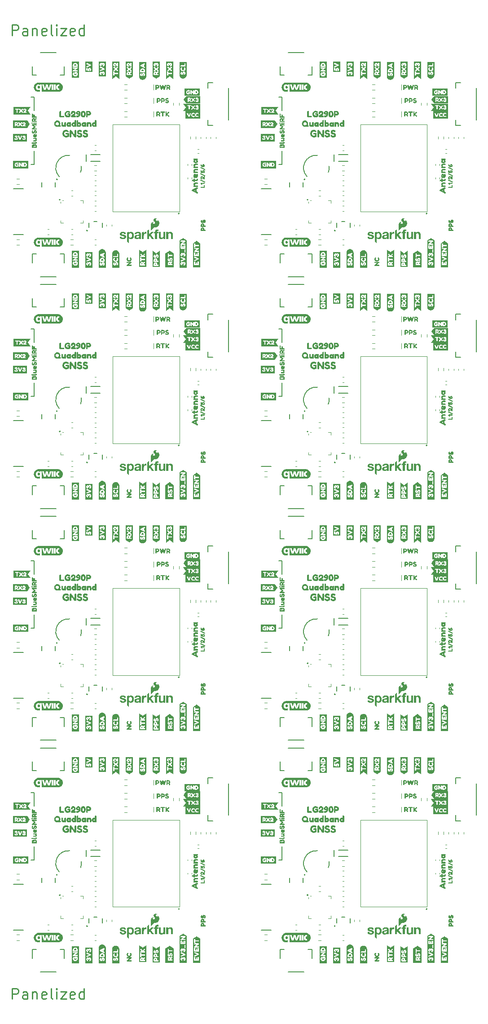
<source format=gto>
%TF.GenerationSoftware,KiCad,Pcbnew,8.0.5*%
%TF.CreationDate,2024-10-02T11:06:20-06:00*%
%TF.ProjectId,SparkFun_GNSS_LG290P_panelized,53706172-6b46-4756-9e5f-474e53535f4c,rev?*%
%TF.SameCoordinates,Original*%
%TF.FileFunction,Legend,Top*%
%TF.FilePolarity,Positive*%
%FSLAX46Y46*%
G04 Gerber Fmt 4.6, Leading zero omitted, Abs format (unit mm)*
G04 Created by KiCad (PCBNEW 8.0.5) date 2024-10-02 11:06:20*
%MOMM*%
%LPD*%
G01*
G04 APERTURE LIST*
%ADD10C,0.250000*%
%ADD11C,0.203200*%
%ADD12C,0.000000*%
%ADD13C,0.120000*%
%ADD14C,0.152400*%
%ADD15C,0.200000*%
%ADD16C,0.100000*%
G04 APERTURE END LIST*
D10*
X2092663Y176982761D02*
X2092663Y178982761D01*
X2092663Y178982761D02*
X2854568Y178982761D01*
X2854568Y178982761D02*
X3045044Y178887523D01*
X3045044Y178887523D02*
X3140282Y178792285D01*
X3140282Y178792285D02*
X3235520Y178601809D01*
X3235520Y178601809D02*
X3235520Y178316095D01*
X3235520Y178316095D02*
X3140282Y178125619D01*
X3140282Y178125619D02*
X3045044Y178030380D01*
X3045044Y178030380D02*
X2854568Y177935142D01*
X2854568Y177935142D02*
X2092663Y177935142D01*
X4949806Y176982761D02*
X4949806Y178030380D01*
X4949806Y178030380D02*
X4854568Y178220857D01*
X4854568Y178220857D02*
X4664092Y178316095D01*
X4664092Y178316095D02*
X4283139Y178316095D01*
X4283139Y178316095D02*
X4092663Y178220857D01*
X4949806Y177078000D02*
X4759330Y176982761D01*
X4759330Y176982761D02*
X4283139Y176982761D01*
X4283139Y176982761D02*
X4092663Y177078000D01*
X4092663Y177078000D02*
X3997425Y177268476D01*
X3997425Y177268476D02*
X3997425Y177458952D01*
X3997425Y177458952D02*
X4092663Y177649428D01*
X4092663Y177649428D02*
X4283139Y177744666D01*
X4283139Y177744666D02*
X4759330Y177744666D01*
X4759330Y177744666D02*
X4949806Y177839904D01*
X5902187Y178316095D02*
X5902187Y176982761D01*
X5902187Y178125619D02*
X5997425Y178220857D01*
X5997425Y178220857D02*
X6187901Y178316095D01*
X6187901Y178316095D02*
X6473616Y178316095D01*
X6473616Y178316095D02*
X6664092Y178220857D01*
X6664092Y178220857D02*
X6759330Y178030380D01*
X6759330Y178030380D02*
X6759330Y176982761D01*
X8473616Y177078000D02*
X8283140Y176982761D01*
X8283140Y176982761D02*
X7902187Y176982761D01*
X7902187Y176982761D02*
X7711711Y177078000D01*
X7711711Y177078000D02*
X7616473Y177268476D01*
X7616473Y177268476D02*
X7616473Y178030380D01*
X7616473Y178030380D02*
X7711711Y178220857D01*
X7711711Y178220857D02*
X7902187Y178316095D01*
X7902187Y178316095D02*
X8283140Y178316095D01*
X8283140Y178316095D02*
X8473616Y178220857D01*
X8473616Y178220857D02*
X8568854Y178030380D01*
X8568854Y178030380D02*
X8568854Y177839904D01*
X8568854Y177839904D02*
X7616473Y177649428D01*
X9711711Y176982761D02*
X9521235Y177078000D01*
X9521235Y177078000D02*
X9425997Y177268476D01*
X9425997Y177268476D02*
X9425997Y178982761D01*
X10473616Y176982761D02*
X10473616Y178316095D01*
X10473616Y178982761D02*
X10378378Y178887523D01*
X10378378Y178887523D02*
X10473616Y178792285D01*
X10473616Y178792285D02*
X10568854Y178887523D01*
X10568854Y178887523D02*
X10473616Y178982761D01*
X10473616Y178982761D02*
X10473616Y178792285D01*
X11235521Y178316095D02*
X12283140Y178316095D01*
X12283140Y178316095D02*
X11235521Y176982761D01*
X11235521Y176982761D02*
X12283140Y176982761D01*
X13806950Y177078000D02*
X13616474Y176982761D01*
X13616474Y176982761D02*
X13235521Y176982761D01*
X13235521Y176982761D02*
X13045045Y177078000D01*
X13045045Y177078000D02*
X12949807Y177268476D01*
X12949807Y177268476D02*
X12949807Y178030380D01*
X12949807Y178030380D02*
X13045045Y178220857D01*
X13045045Y178220857D02*
X13235521Y178316095D01*
X13235521Y178316095D02*
X13616474Y178316095D01*
X13616474Y178316095D02*
X13806950Y178220857D01*
X13806950Y178220857D02*
X13902188Y178030380D01*
X13902188Y178030380D02*
X13902188Y177839904D01*
X13902188Y177839904D02*
X12949807Y177649428D01*
X15616474Y176982761D02*
X15616474Y178982761D01*
X15616474Y177078000D02*
X15425998Y176982761D01*
X15425998Y176982761D02*
X15045045Y176982761D01*
X15045045Y176982761D02*
X14854569Y177078000D01*
X14854569Y177078000D02*
X14759331Y177173238D01*
X14759331Y177173238D02*
X14664093Y177363714D01*
X14664093Y177363714D02*
X14664093Y177935142D01*
X14664093Y177935142D02*
X14759331Y178125619D01*
X14759331Y178125619D02*
X14854569Y178220857D01*
X14854569Y178220857D02*
X15045045Y178316095D01*
X15045045Y178316095D02*
X15425998Y178316095D01*
X15425998Y178316095D02*
X15616474Y178220857D01*
X2092663Y-4587238D02*
X2092663Y-2587238D01*
X2092663Y-2587238D02*
X2854568Y-2587238D01*
X2854568Y-2587238D02*
X3045044Y-2682476D01*
X3045044Y-2682476D02*
X3140282Y-2777714D01*
X3140282Y-2777714D02*
X3235520Y-2968190D01*
X3235520Y-2968190D02*
X3235520Y-3253904D01*
X3235520Y-3253904D02*
X3140282Y-3444380D01*
X3140282Y-3444380D02*
X3045044Y-3539619D01*
X3045044Y-3539619D02*
X2854568Y-3634857D01*
X2854568Y-3634857D02*
X2092663Y-3634857D01*
X4949806Y-4587238D02*
X4949806Y-3539619D01*
X4949806Y-3539619D02*
X4854568Y-3349142D01*
X4854568Y-3349142D02*
X4664092Y-3253904D01*
X4664092Y-3253904D02*
X4283139Y-3253904D01*
X4283139Y-3253904D02*
X4092663Y-3349142D01*
X4949806Y-4492000D02*
X4759330Y-4587238D01*
X4759330Y-4587238D02*
X4283139Y-4587238D01*
X4283139Y-4587238D02*
X4092663Y-4492000D01*
X4092663Y-4492000D02*
X3997425Y-4301523D01*
X3997425Y-4301523D02*
X3997425Y-4111047D01*
X3997425Y-4111047D02*
X4092663Y-3920571D01*
X4092663Y-3920571D02*
X4283139Y-3825333D01*
X4283139Y-3825333D02*
X4759330Y-3825333D01*
X4759330Y-3825333D02*
X4949806Y-3730095D01*
X5902187Y-3253904D02*
X5902187Y-4587238D01*
X5902187Y-3444380D02*
X5997425Y-3349142D01*
X5997425Y-3349142D02*
X6187901Y-3253904D01*
X6187901Y-3253904D02*
X6473616Y-3253904D01*
X6473616Y-3253904D02*
X6664092Y-3349142D01*
X6664092Y-3349142D02*
X6759330Y-3539619D01*
X6759330Y-3539619D02*
X6759330Y-4587238D01*
X8473616Y-4492000D02*
X8283140Y-4587238D01*
X8283140Y-4587238D02*
X7902187Y-4587238D01*
X7902187Y-4587238D02*
X7711711Y-4492000D01*
X7711711Y-4492000D02*
X7616473Y-4301523D01*
X7616473Y-4301523D02*
X7616473Y-3539619D01*
X7616473Y-3539619D02*
X7711711Y-3349142D01*
X7711711Y-3349142D02*
X7902187Y-3253904D01*
X7902187Y-3253904D02*
X8283140Y-3253904D01*
X8283140Y-3253904D02*
X8473616Y-3349142D01*
X8473616Y-3349142D02*
X8568854Y-3539619D01*
X8568854Y-3539619D02*
X8568854Y-3730095D01*
X8568854Y-3730095D02*
X7616473Y-3920571D01*
X9711711Y-4587238D02*
X9521235Y-4492000D01*
X9521235Y-4492000D02*
X9425997Y-4301523D01*
X9425997Y-4301523D02*
X9425997Y-2587238D01*
X10473616Y-4587238D02*
X10473616Y-3253904D01*
X10473616Y-2587238D02*
X10378378Y-2682476D01*
X10378378Y-2682476D02*
X10473616Y-2777714D01*
X10473616Y-2777714D02*
X10568854Y-2682476D01*
X10568854Y-2682476D02*
X10473616Y-2587238D01*
X10473616Y-2587238D02*
X10473616Y-2777714D01*
X11235521Y-3253904D02*
X12283140Y-3253904D01*
X12283140Y-3253904D02*
X11235521Y-4587238D01*
X11235521Y-4587238D02*
X12283140Y-4587238D01*
X13806950Y-4492000D02*
X13616474Y-4587238D01*
X13616474Y-4587238D02*
X13235521Y-4587238D01*
X13235521Y-4587238D02*
X13045045Y-4492000D01*
X13045045Y-4492000D02*
X12949807Y-4301523D01*
X12949807Y-4301523D02*
X12949807Y-3539619D01*
X12949807Y-3539619D02*
X13045045Y-3349142D01*
X13045045Y-3349142D02*
X13235521Y-3253904D01*
X13235521Y-3253904D02*
X13616474Y-3253904D01*
X13616474Y-3253904D02*
X13806950Y-3349142D01*
X13806950Y-3349142D02*
X13902188Y-3539619D01*
X13902188Y-3539619D02*
X13902188Y-3730095D01*
X13902188Y-3730095D02*
X12949807Y-3920571D01*
X15616474Y-4587238D02*
X15616474Y-2587238D01*
X15616474Y-4492000D02*
X15425998Y-4587238D01*
X15425998Y-4587238D02*
X15045045Y-4587238D01*
X15045045Y-4587238D02*
X14854569Y-4492000D01*
X14854569Y-4492000D02*
X14759331Y-4396761D01*
X14759331Y-4396761D02*
X14664093Y-4206285D01*
X14664093Y-4206285D02*
X14664093Y-3634857D01*
X14664093Y-3634857D02*
X14759331Y-3444380D01*
X14759331Y-3444380D02*
X14854569Y-3349142D01*
X14854569Y-3349142D02*
X15045045Y-3253904D01*
X15045045Y-3253904D02*
X15425998Y-3253904D01*
X15425998Y-3253904D02*
X15616474Y-3349142D01*
D11*
X52951000Y165330000D02*
X52951000Y162790000D01*
X52951000Y121650000D02*
X52951000Y119110000D01*
X52951000Y77970000D02*
X52951000Y75430000D01*
X52951000Y34290000D02*
X52951000Y31750000D01*
X6223000Y165330000D02*
X6223000Y162790000D01*
X6223000Y121650000D02*
X6223000Y119110000D01*
X6223000Y77970000D02*
X6223000Y75430000D01*
X52951000Y152630000D02*
X52951000Y155170000D01*
X52951000Y108950000D02*
X52951000Y111490000D01*
X52951000Y65270000D02*
X52951000Y67810000D01*
X52951000Y21590000D02*
X52951000Y24130000D01*
X6223000Y152630000D02*
X6223000Y155170000D01*
X6223000Y108950000D02*
X6223000Y111490000D01*
X6223000Y65270000D02*
X6223000Y67810000D01*
X52316000Y165330000D02*
X52951000Y165330000D01*
X52316000Y121650000D02*
X52951000Y121650000D01*
X52316000Y77970000D02*
X52951000Y77970000D01*
X52316000Y34290000D02*
X52951000Y34290000D01*
X5588000Y165330000D02*
X6223000Y165330000D01*
X5588000Y121650000D02*
X6223000Y121650000D01*
X5588000Y77970000D02*
X6223000Y77970000D01*
X52316000Y152630000D02*
X52951000Y152630000D01*
X52316000Y108950000D02*
X52951000Y108950000D01*
X52316000Y65270000D02*
X52951000Y65270000D01*
X52316000Y21590000D02*
X52951000Y21590000D01*
X5588000Y152630000D02*
X6223000Y152630000D01*
X5588000Y108950000D02*
X6223000Y108950000D01*
X5588000Y65270000D02*
X6223000Y65270000D01*
X5588000Y21590000D02*
X6223000Y21590000D01*
X5588000Y34290000D02*
X6223000Y34290000D01*
X6223000Y21590000D02*
X6223000Y24130000D01*
X6223000Y34290000D02*
X6223000Y31750000D01*
D12*
%TO.C,kibuzzard-66C94943*%
G36*
X84406251Y152126096D02*
G01*
X85116981Y151783893D01*
X85172489Y151734680D01*
X85157038Y151655710D01*
X85107253Y151592763D01*
X85035722Y151605352D01*
X84318125Y151948700D01*
X84262617Y151999630D01*
X84279213Y152078027D01*
X84332431Y152142119D01*
X84406251Y152126096D01*
G37*
G36*
X84406251Y151002205D02*
G01*
X85116981Y150660001D01*
X85172489Y150610788D01*
X85157038Y150531818D01*
X85107253Y150468871D01*
X85035722Y150481461D01*
X84318125Y150824808D01*
X84262617Y150875738D01*
X84279213Y150954136D01*
X84332431Y151018228D01*
X84406251Y151002205D01*
G37*
G36*
X84406251Y149794765D02*
G01*
X85116981Y149452562D01*
X85172489Y149403349D01*
X85157038Y149324379D01*
X85107253Y149261432D01*
X85035722Y149274022D01*
X84318125Y149617369D01*
X84262617Y149668299D01*
X84279213Y149746697D01*
X84332431Y149810788D01*
X84406251Y149794765D01*
G37*
G36*
X85094091Y149199630D02*
G01*
X85116981Y149118371D01*
X85094091Y149038256D01*
X85012832Y149015366D01*
X84625994Y149015366D01*
X84636294Y149003921D01*
X84669484Y148933535D01*
X84629427Y148865438D01*
X84553891Y148829959D01*
X84517267Y148843120D01*
X84478354Y148878027D01*
X84347882Y149023378D01*
X84333004Y149041690D01*
X84313547Y149119515D01*
X84337009Y149199630D01*
X84418841Y149222519D01*
X85013976Y149222519D01*
X85094091Y149199630D01*
G37*
G36*
X85075779Y148797913D02*
G01*
X85103247Y148775595D01*
X85112975Y148748127D01*
X85114692Y148715509D01*
X85114692Y148332104D01*
X85106680Y148272591D01*
X85080357Y148240545D01*
X85048883Y148229672D01*
X85009398Y148227956D01*
X84417696Y148227956D01*
X84379356Y148229672D01*
X84347882Y148240545D01*
X84321559Y148272591D01*
X84313547Y148333249D01*
X84321559Y148392763D01*
X84347882Y148424808D01*
X84379356Y148435681D01*
X84418841Y148437398D01*
X84936151Y148437398D01*
X84936151Y148716654D01*
X84937868Y148749272D01*
X84947024Y148775595D01*
X84973919Y148797913D01*
X85025421Y148804780D01*
X85075779Y148797913D01*
G37*
G36*
X84921591Y151562116D02*
G01*
X84988925Y151535411D01*
X85047739Y151490903D01*
X85093201Y151433297D01*
X85120478Y151367298D01*
X85129570Y151292906D01*
X85124563Y151231103D01*
X85109542Y151173878D01*
X85070057Y151096053D01*
X85049456Y151072019D01*
X84979642Y151028528D01*
X84901816Y151070874D01*
X84862904Y151141833D01*
X84900672Y151219658D01*
X84918984Y151286039D01*
X84901816Y151340974D01*
X84853748Y151360431D01*
X84806251Y151339830D01*
X84787367Y151289472D01*
X84803390Y151244837D01*
X84830858Y151180745D01*
X84807968Y151106353D01*
X84773633Y151055424D01*
X84740443Y151041117D01*
X84415407Y151083464D01*
X84383361Y151089186D01*
X84351888Y151102348D01*
X84321559Y151134393D01*
X84311258Y151188757D01*
X84312403Y151450846D01*
X84314692Y151490331D01*
X84325564Y151521232D01*
X84357610Y151546983D01*
X84419985Y151554994D01*
X84477210Y151547555D01*
X84507539Y151522949D01*
X84517839Y151493192D01*
X84519556Y151456568D01*
X84519556Y151280316D01*
X84580214Y151272305D01*
X84577925Y151291761D01*
X84577925Y151297484D01*
X84586890Y151367043D01*
X84613786Y151430753D01*
X84658612Y151488614D01*
X84715264Y151534393D01*
X84777639Y151561861D01*
X84845736Y151571017D01*
X84921591Y151562116D01*
G37*
G36*
X85118697Y152368665D02*
G01*
X85089513Y152297897D01*
X85040872Y152239973D01*
X84975191Y152197054D01*
X84894886Y152171303D01*
X84799956Y152162720D01*
X84716683Y152167618D01*
X84639911Y152182313D01*
X84569639Y152206806D01*
X84505868Y152241094D01*
X84448597Y152285180D01*
X84389513Y152351060D01*
X84347310Y152426239D01*
X84321988Y152510717D01*
X84313547Y152604494D01*
X84315836Y152642834D01*
X84327281Y152673163D01*
X84358755Y152697770D01*
X84418841Y152705209D01*
X84478354Y152697197D01*
X84510400Y152670874D01*
X84521273Y152639401D01*
X84522989Y152599916D01*
X84532145Y152524522D01*
X84559613Y152467727D01*
X84597954Y152426954D01*
X84639728Y152399630D01*
X84629363Y152454565D01*
X84815979Y152454565D01*
X84830858Y152398485D01*
X84869770Y152377884D01*
X84917839Y152393907D01*
X84932718Y152447698D01*
X84918411Y152502634D01*
X84872059Y152519801D01*
X84831430Y152501489D01*
X84815979Y152454565D01*
X84629363Y152454565D01*
X84628283Y152460288D01*
X84636230Y152528894D01*
X84660074Y152591268D01*
X84699813Y152647412D01*
X84750107Y152691602D01*
X84805615Y152718116D01*
X84866337Y152726954D01*
X84935833Y152718116D01*
X84997826Y152691602D01*
X85052317Y152647412D01*
X85094600Y152590378D01*
X85119969Y152525333D01*
X85128426Y152452276D01*
X85127893Y152447698D01*
X85118697Y152368665D01*
G37*
G36*
X85071773Y150447126D02*
G01*
X85103247Y150420803D01*
X85114692Y150388185D01*
X85116981Y150348700D01*
X85116981Y149935538D01*
X85085507Y149862290D01*
X85010543Y149831389D01*
X84952460Y149841690D01*
X84899527Y149872591D01*
X84858755Y149912362D01*
X84816552Y149967584D01*
X84777210Y150027956D01*
X84745021Y150083177D01*
X84712975Y150132820D01*
X84674062Y150176454D01*
X84631144Y150206926D01*
X84587081Y150217083D01*
X84556752Y150213077D01*
X84526995Y150187898D01*
X84511544Y150130102D01*
X84535293Y150063149D01*
X84606537Y150040831D01*
X84643161Y150039115D01*
X84672346Y150028242D01*
X84696380Y149996196D01*
X84703819Y149935538D01*
X84695808Y149876024D01*
X84669484Y149843979D01*
X84638011Y149833106D01*
X84598526Y149831389D01*
X84525405Y149840545D01*
X84457117Y149868013D01*
X84393662Y149913793D01*
X84342795Y149974324D01*
X84312276Y150046045D01*
X84302102Y150128957D01*
X84311894Y150207927D01*
X84341269Y150278504D01*
X84390228Y150340688D01*
X84453175Y150389011D01*
X84524515Y150418005D01*
X84604248Y150427670D01*
X84662045Y150422090D01*
X84716409Y150405352D01*
X84765049Y150379458D01*
X84805679Y150346411D01*
X84865765Y150276597D01*
X84906394Y150207927D01*
X84906394Y150350989D01*
X84908683Y150390474D01*
X84920128Y150421375D01*
X84952174Y150447126D01*
X85012832Y150455137D01*
X85071773Y150447126D01*
G37*
G36*
X84406251Y108446096D02*
G01*
X85116981Y108103893D01*
X85172489Y108054680D01*
X85157038Y107975710D01*
X85107253Y107912763D01*
X85035722Y107925352D01*
X84318125Y108268700D01*
X84262617Y108319630D01*
X84279213Y108398027D01*
X84332431Y108462119D01*
X84406251Y108446096D01*
G37*
G36*
X84406251Y107322205D02*
G01*
X85116981Y106980001D01*
X85172489Y106930788D01*
X85157038Y106851818D01*
X85107253Y106788871D01*
X85035722Y106801461D01*
X84318125Y107144808D01*
X84262617Y107195738D01*
X84279213Y107274136D01*
X84332431Y107338228D01*
X84406251Y107322205D01*
G37*
G36*
X84406251Y106114765D02*
G01*
X85116981Y105772562D01*
X85172489Y105723349D01*
X85157038Y105644379D01*
X85107253Y105581432D01*
X85035722Y105594022D01*
X84318125Y105937369D01*
X84262617Y105988299D01*
X84279213Y106066697D01*
X84332431Y106130788D01*
X84406251Y106114765D01*
G37*
G36*
X85094091Y105519630D02*
G01*
X85116981Y105438371D01*
X85094091Y105358256D01*
X85012832Y105335366D01*
X84625994Y105335366D01*
X84636294Y105323921D01*
X84669484Y105253535D01*
X84629427Y105185438D01*
X84553891Y105149959D01*
X84517267Y105163120D01*
X84478354Y105198027D01*
X84347882Y105343378D01*
X84333004Y105361690D01*
X84313547Y105439515D01*
X84337009Y105519630D01*
X84418841Y105542519D01*
X85013976Y105542519D01*
X85094091Y105519630D01*
G37*
G36*
X85075779Y105117913D02*
G01*
X85103247Y105095595D01*
X85112975Y105068127D01*
X85114692Y105035509D01*
X85114692Y104652104D01*
X85106680Y104592591D01*
X85080357Y104560545D01*
X85048883Y104549672D01*
X85009398Y104547956D01*
X84417696Y104547956D01*
X84379356Y104549672D01*
X84347882Y104560545D01*
X84321559Y104592591D01*
X84313547Y104653249D01*
X84321559Y104712763D01*
X84347882Y104744808D01*
X84379356Y104755681D01*
X84418841Y104757398D01*
X84936151Y104757398D01*
X84936151Y105036654D01*
X84937868Y105069272D01*
X84947024Y105095595D01*
X84973919Y105117913D01*
X85025421Y105124780D01*
X85075779Y105117913D01*
G37*
G36*
X84921591Y107882116D02*
G01*
X84988925Y107855411D01*
X85047739Y107810903D01*
X85093201Y107753297D01*
X85120478Y107687298D01*
X85129570Y107612906D01*
X85124563Y107551103D01*
X85109542Y107493878D01*
X85070057Y107416053D01*
X85049456Y107392019D01*
X84979642Y107348528D01*
X84901816Y107390874D01*
X84862904Y107461833D01*
X84900672Y107539658D01*
X84918984Y107606039D01*
X84901816Y107660974D01*
X84853748Y107680431D01*
X84806251Y107659830D01*
X84787367Y107609472D01*
X84803390Y107564837D01*
X84830858Y107500745D01*
X84807968Y107426353D01*
X84773633Y107375424D01*
X84740443Y107361117D01*
X84415407Y107403464D01*
X84383361Y107409186D01*
X84351888Y107422348D01*
X84321559Y107454393D01*
X84311258Y107508757D01*
X84312403Y107770846D01*
X84314692Y107810331D01*
X84325564Y107841232D01*
X84357610Y107866983D01*
X84419985Y107874994D01*
X84477210Y107867555D01*
X84507539Y107842949D01*
X84517839Y107813192D01*
X84519556Y107776568D01*
X84519556Y107600316D01*
X84580214Y107592305D01*
X84577925Y107611761D01*
X84577925Y107617484D01*
X84586890Y107687043D01*
X84613786Y107750753D01*
X84658612Y107808614D01*
X84715264Y107854393D01*
X84777639Y107881861D01*
X84845736Y107891017D01*
X84921591Y107882116D01*
G37*
G36*
X85118697Y108688665D02*
G01*
X85089513Y108617897D01*
X85040872Y108559973D01*
X84975191Y108517054D01*
X84894886Y108491303D01*
X84799956Y108482720D01*
X84716683Y108487618D01*
X84639911Y108502313D01*
X84569639Y108526806D01*
X84505868Y108561094D01*
X84448597Y108605180D01*
X84389513Y108671060D01*
X84347310Y108746239D01*
X84321988Y108830717D01*
X84313547Y108924494D01*
X84315836Y108962834D01*
X84327281Y108993163D01*
X84358755Y109017770D01*
X84418841Y109025209D01*
X84478354Y109017197D01*
X84510400Y108990874D01*
X84521273Y108959401D01*
X84522989Y108919916D01*
X84532145Y108844522D01*
X84559613Y108787727D01*
X84597954Y108746954D01*
X84639728Y108719630D01*
X84629363Y108774565D01*
X84815979Y108774565D01*
X84830858Y108718485D01*
X84869770Y108697884D01*
X84917839Y108713907D01*
X84932718Y108767698D01*
X84918411Y108822634D01*
X84872059Y108839801D01*
X84831430Y108821489D01*
X84815979Y108774565D01*
X84629363Y108774565D01*
X84628283Y108780288D01*
X84636230Y108848894D01*
X84660074Y108911268D01*
X84699813Y108967412D01*
X84750107Y109011602D01*
X84805615Y109038116D01*
X84866337Y109046954D01*
X84935833Y109038116D01*
X84997826Y109011602D01*
X85052317Y108967412D01*
X85094600Y108910378D01*
X85119969Y108845333D01*
X85128426Y108772276D01*
X85127893Y108767698D01*
X85118697Y108688665D01*
G37*
G36*
X85071773Y106767126D02*
G01*
X85103247Y106740803D01*
X85114692Y106708185D01*
X85116981Y106668700D01*
X85116981Y106255538D01*
X85085507Y106182290D01*
X85010543Y106151389D01*
X84952460Y106161690D01*
X84899527Y106192591D01*
X84858755Y106232362D01*
X84816552Y106287584D01*
X84777210Y106347956D01*
X84745021Y106403177D01*
X84712975Y106452820D01*
X84674062Y106496454D01*
X84631144Y106526926D01*
X84587081Y106537083D01*
X84556752Y106533077D01*
X84526995Y106507898D01*
X84511544Y106450102D01*
X84535293Y106383149D01*
X84606537Y106360831D01*
X84643161Y106359115D01*
X84672346Y106348242D01*
X84696380Y106316196D01*
X84703819Y106255538D01*
X84695808Y106196024D01*
X84669484Y106163979D01*
X84638011Y106153106D01*
X84598526Y106151389D01*
X84525405Y106160545D01*
X84457117Y106188013D01*
X84393662Y106233793D01*
X84342795Y106294324D01*
X84312276Y106366045D01*
X84302102Y106448957D01*
X84311894Y106527927D01*
X84341269Y106598504D01*
X84390228Y106660688D01*
X84453175Y106709011D01*
X84524515Y106738005D01*
X84604248Y106747670D01*
X84662045Y106742090D01*
X84716409Y106725352D01*
X84765049Y106699458D01*
X84805679Y106666411D01*
X84865765Y106596597D01*
X84906394Y106527927D01*
X84906394Y106670989D01*
X84908683Y106710474D01*
X84920128Y106741375D01*
X84952174Y106767126D01*
X85012832Y106775137D01*
X85071773Y106767126D01*
G37*
G36*
X84406251Y64766096D02*
G01*
X85116981Y64423893D01*
X85172489Y64374680D01*
X85157038Y64295710D01*
X85107253Y64232763D01*
X85035722Y64245352D01*
X84318125Y64588700D01*
X84262617Y64639630D01*
X84279213Y64718027D01*
X84332431Y64782119D01*
X84406251Y64766096D01*
G37*
G36*
X84406251Y63642205D02*
G01*
X85116981Y63300001D01*
X85172489Y63250788D01*
X85157038Y63171818D01*
X85107253Y63108871D01*
X85035722Y63121461D01*
X84318125Y63464808D01*
X84262617Y63515738D01*
X84279213Y63594136D01*
X84332431Y63658228D01*
X84406251Y63642205D01*
G37*
G36*
X84406251Y62434765D02*
G01*
X85116981Y62092562D01*
X85172489Y62043349D01*
X85157038Y61964379D01*
X85107253Y61901432D01*
X85035722Y61914022D01*
X84318125Y62257369D01*
X84262617Y62308299D01*
X84279213Y62386697D01*
X84332431Y62450788D01*
X84406251Y62434765D01*
G37*
G36*
X85094091Y61839630D02*
G01*
X85116981Y61758371D01*
X85094091Y61678256D01*
X85012832Y61655366D01*
X84625994Y61655366D01*
X84636294Y61643921D01*
X84669484Y61573535D01*
X84629427Y61505438D01*
X84553891Y61469959D01*
X84517267Y61483120D01*
X84478354Y61518027D01*
X84347882Y61663378D01*
X84333004Y61681690D01*
X84313547Y61759515D01*
X84337009Y61839630D01*
X84418841Y61862519D01*
X85013976Y61862519D01*
X85094091Y61839630D01*
G37*
G36*
X85075779Y61437913D02*
G01*
X85103247Y61415595D01*
X85112975Y61388127D01*
X85114692Y61355509D01*
X85114692Y60972104D01*
X85106680Y60912591D01*
X85080357Y60880545D01*
X85048883Y60869672D01*
X85009398Y60867956D01*
X84417696Y60867956D01*
X84379356Y60869672D01*
X84347882Y60880545D01*
X84321559Y60912591D01*
X84313547Y60973249D01*
X84321559Y61032763D01*
X84347882Y61064808D01*
X84379356Y61075681D01*
X84418841Y61077398D01*
X84936151Y61077398D01*
X84936151Y61356654D01*
X84937868Y61389272D01*
X84947024Y61415595D01*
X84973919Y61437913D01*
X85025421Y61444780D01*
X85075779Y61437913D01*
G37*
G36*
X84921591Y64202116D02*
G01*
X84988925Y64175411D01*
X85047739Y64130903D01*
X85093201Y64073297D01*
X85120478Y64007298D01*
X85129570Y63932906D01*
X85124563Y63871103D01*
X85109542Y63813878D01*
X85070057Y63736053D01*
X85049456Y63712019D01*
X84979642Y63668528D01*
X84901816Y63710874D01*
X84862904Y63781833D01*
X84900672Y63859658D01*
X84918984Y63926039D01*
X84901816Y63980974D01*
X84853748Y64000431D01*
X84806251Y63979830D01*
X84787367Y63929472D01*
X84803390Y63884837D01*
X84830858Y63820745D01*
X84807968Y63746353D01*
X84773633Y63695424D01*
X84740443Y63681117D01*
X84415407Y63723464D01*
X84383361Y63729186D01*
X84351888Y63742348D01*
X84321559Y63774393D01*
X84311258Y63828757D01*
X84312403Y64090846D01*
X84314692Y64130331D01*
X84325564Y64161232D01*
X84357610Y64186983D01*
X84419985Y64194994D01*
X84477210Y64187555D01*
X84507539Y64162949D01*
X84517839Y64133192D01*
X84519556Y64096568D01*
X84519556Y63920316D01*
X84580214Y63912305D01*
X84577925Y63931761D01*
X84577925Y63937484D01*
X84586890Y64007043D01*
X84613786Y64070753D01*
X84658612Y64128614D01*
X84715264Y64174393D01*
X84777639Y64201861D01*
X84845736Y64211017D01*
X84921591Y64202116D01*
G37*
G36*
X85118697Y65008665D02*
G01*
X85089513Y64937897D01*
X85040872Y64879973D01*
X84975191Y64837054D01*
X84894886Y64811303D01*
X84799956Y64802720D01*
X84716683Y64807618D01*
X84639911Y64822313D01*
X84569639Y64846806D01*
X84505868Y64881094D01*
X84448597Y64925180D01*
X84389513Y64991060D01*
X84347310Y65066239D01*
X84321988Y65150717D01*
X84313547Y65244494D01*
X84315836Y65282834D01*
X84327281Y65313163D01*
X84358755Y65337770D01*
X84418841Y65345209D01*
X84478354Y65337197D01*
X84510400Y65310874D01*
X84521273Y65279401D01*
X84522989Y65239916D01*
X84532145Y65164522D01*
X84559613Y65107727D01*
X84597954Y65066954D01*
X84639728Y65039630D01*
X84629363Y65094565D01*
X84815979Y65094565D01*
X84830858Y65038485D01*
X84869770Y65017884D01*
X84917839Y65033907D01*
X84932718Y65087698D01*
X84918411Y65142634D01*
X84872059Y65159801D01*
X84831430Y65141489D01*
X84815979Y65094565D01*
X84629363Y65094565D01*
X84628283Y65100288D01*
X84636230Y65168894D01*
X84660074Y65231268D01*
X84699813Y65287412D01*
X84750107Y65331602D01*
X84805615Y65358116D01*
X84866337Y65366954D01*
X84935833Y65358116D01*
X84997826Y65331602D01*
X85052317Y65287412D01*
X85094600Y65230378D01*
X85119969Y65165333D01*
X85128426Y65092276D01*
X85127893Y65087698D01*
X85118697Y65008665D01*
G37*
G36*
X85071773Y63087126D02*
G01*
X85103247Y63060803D01*
X85114692Y63028185D01*
X85116981Y62988700D01*
X85116981Y62575538D01*
X85085507Y62502290D01*
X85010543Y62471389D01*
X84952460Y62481690D01*
X84899527Y62512591D01*
X84858755Y62552362D01*
X84816552Y62607584D01*
X84777210Y62667956D01*
X84745021Y62723177D01*
X84712975Y62772820D01*
X84674062Y62816454D01*
X84631144Y62846926D01*
X84587081Y62857083D01*
X84556752Y62853077D01*
X84526995Y62827898D01*
X84511544Y62770102D01*
X84535293Y62703149D01*
X84606537Y62680831D01*
X84643161Y62679115D01*
X84672346Y62668242D01*
X84696380Y62636196D01*
X84703819Y62575538D01*
X84695808Y62516024D01*
X84669484Y62483979D01*
X84638011Y62473106D01*
X84598526Y62471389D01*
X84525405Y62480545D01*
X84457117Y62508013D01*
X84393662Y62553793D01*
X84342795Y62614324D01*
X84312276Y62686045D01*
X84302102Y62768957D01*
X84311894Y62847927D01*
X84341269Y62918504D01*
X84390228Y62980688D01*
X84453175Y63029011D01*
X84524515Y63058005D01*
X84604248Y63067670D01*
X84662045Y63062090D01*
X84716409Y63045352D01*
X84765049Y63019458D01*
X84805679Y62986411D01*
X84865765Y62916597D01*
X84906394Y62847927D01*
X84906394Y62990989D01*
X84908683Y63030474D01*
X84920128Y63061375D01*
X84952174Y63087126D01*
X85012832Y63095137D01*
X85071773Y63087126D01*
G37*
G36*
X84406251Y21086096D02*
G01*
X85116981Y20743893D01*
X85172489Y20694680D01*
X85157038Y20615710D01*
X85107253Y20552763D01*
X85035722Y20565352D01*
X84318125Y20908700D01*
X84262617Y20959630D01*
X84279213Y21038027D01*
X84332431Y21102119D01*
X84406251Y21086096D01*
G37*
G36*
X84406251Y19962205D02*
G01*
X85116981Y19620001D01*
X85172489Y19570788D01*
X85157038Y19491818D01*
X85107253Y19428871D01*
X85035722Y19441461D01*
X84318125Y19784808D01*
X84262617Y19835738D01*
X84279213Y19914136D01*
X84332431Y19978228D01*
X84406251Y19962205D01*
G37*
G36*
X84406251Y18754765D02*
G01*
X85116981Y18412562D01*
X85172489Y18363349D01*
X85157038Y18284379D01*
X85107253Y18221432D01*
X85035722Y18234022D01*
X84318125Y18577369D01*
X84262617Y18628299D01*
X84279213Y18706697D01*
X84332431Y18770788D01*
X84406251Y18754765D01*
G37*
G36*
X85094091Y18159630D02*
G01*
X85116981Y18078371D01*
X85094091Y17998256D01*
X85012832Y17975366D01*
X84625994Y17975366D01*
X84636294Y17963921D01*
X84669484Y17893535D01*
X84629427Y17825438D01*
X84553891Y17789959D01*
X84517267Y17803120D01*
X84478354Y17838027D01*
X84347882Y17983378D01*
X84333004Y18001690D01*
X84313547Y18079515D01*
X84337009Y18159630D01*
X84418841Y18182519D01*
X85013976Y18182519D01*
X85094091Y18159630D01*
G37*
G36*
X85075779Y17757913D02*
G01*
X85103247Y17735595D01*
X85112975Y17708127D01*
X85114692Y17675509D01*
X85114692Y17292104D01*
X85106680Y17232591D01*
X85080357Y17200545D01*
X85048883Y17189672D01*
X85009398Y17187956D01*
X84417696Y17187956D01*
X84379356Y17189672D01*
X84347882Y17200545D01*
X84321559Y17232591D01*
X84313547Y17293249D01*
X84321559Y17352763D01*
X84347882Y17384808D01*
X84379356Y17395681D01*
X84418841Y17397398D01*
X84936151Y17397398D01*
X84936151Y17676654D01*
X84937868Y17709272D01*
X84947024Y17735595D01*
X84973919Y17757913D01*
X85025421Y17764780D01*
X85075779Y17757913D01*
G37*
G36*
X84921591Y20522116D02*
G01*
X84988925Y20495411D01*
X85047739Y20450903D01*
X85093201Y20393297D01*
X85120478Y20327298D01*
X85129570Y20252906D01*
X85124563Y20191103D01*
X85109542Y20133878D01*
X85070057Y20056053D01*
X85049456Y20032019D01*
X84979642Y19988528D01*
X84901816Y20030874D01*
X84862904Y20101833D01*
X84900672Y20179658D01*
X84918984Y20246039D01*
X84901816Y20300974D01*
X84853748Y20320431D01*
X84806251Y20299830D01*
X84787367Y20249472D01*
X84803390Y20204837D01*
X84830858Y20140745D01*
X84807968Y20066353D01*
X84773633Y20015424D01*
X84740443Y20001117D01*
X84415407Y20043464D01*
X84383361Y20049186D01*
X84351888Y20062348D01*
X84321559Y20094393D01*
X84311258Y20148757D01*
X84312403Y20410846D01*
X84314692Y20450331D01*
X84325564Y20481232D01*
X84357610Y20506983D01*
X84419985Y20514994D01*
X84477210Y20507555D01*
X84507539Y20482949D01*
X84517839Y20453192D01*
X84519556Y20416568D01*
X84519556Y20240316D01*
X84580214Y20232305D01*
X84577925Y20251761D01*
X84577925Y20257484D01*
X84586890Y20327043D01*
X84613786Y20390753D01*
X84658612Y20448614D01*
X84715264Y20494393D01*
X84777639Y20521861D01*
X84845736Y20531017D01*
X84921591Y20522116D01*
G37*
G36*
X85118697Y21328665D02*
G01*
X85089513Y21257897D01*
X85040872Y21199973D01*
X84975191Y21157054D01*
X84894886Y21131303D01*
X84799956Y21122720D01*
X84716683Y21127618D01*
X84639911Y21142313D01*
X84569639Y21166806D01*
X84505868Y21201094D01*
X84448597Y21245180D01*
X84389513Y21311060D01*
X84347310Y21386239D01*
X84321988Y21470717D01*
X84313547Y21564494D01*
X84315836Y21602834D01*
X84327281Y21633163D01*
X84358755Y21657770D01*
X84418841Y21665209D01*
X84478354Y21657197D01*
X84510400Y21630874D01*
X84521273Y21599401D01*
X84522989Y21559916D01*
X84532145Y21484522D01*
X84559613Y21427727D01*
X84597954Y21386954D01*
X84639728Y21359630D01*
X84629363Y21414565D01*
X84815979Y21414565D01*
X84830858Y21358485D01*
X84869770Y21337884D01*
X84917839Y21353907D01*
X84932718Y21407698D01*
X84918411Y21462634D01*
X84872059Y21479801D01*
X84831430Y21461489D01*
X84815979Y21414565D01*
X84629363Y21414565D01*
X84628283Y21420288D01*
X84636230Y21488894D01*
X84660074Y21551268D01*
X84699813Y21607412D01*
X84750107Y21651602D01*
X84805615Y21678116D01*
X84866337Y21686954D01*
X84935833Y21678116D01*
X84997826Y21651602D01*
X85052317Y21607412D01*
X85094600Y21550378D01*
X85119969Y21485333D01*
X85128426Y21412276D01*
X85127893Y21407698D01*
X85118697Y21328665D01*
G37*
G36*
X85071773Y19407126D02*
G01*
X85103247Y19380803D01*
X85114692Y19348185D01*
X85116981Y19308700D01*
X85116981Y18895538D01*
X85085507Y18822290D01*
X85010543Y18791389D01*
X84952460Y18801690D01*
X84899527Y18832591D01*
X84858755Y18872362D01*
X84816552Y18927584D01*
X84777210Y18987956D01*
X84745021Y19043177D01*
X84712975Y19092820D01*
X84674062Y19136454D01*
X84631144Y19166926D01*
X84587081Y19177083D01*
X84556752Y19173077D01*
X84526995Y19147898D01*
X84511544Y19090102D01*
X84535293Y19023149D01*
X84606537Y19000831D01*
X84643161Y18999115D01*
X84672346Y18988242D01*
X84696380Y18956196D01*
X84703819Y18895538D01*
X84695808Y18836024D01*
X84669484Y18803979D01*
X84638011Y18793106D01*
X84598526Y18791389D01*
X84525405Y18800545D01*
X84457117Y18828013D01*
X84393662Y18873793D01*
X84342795Y18934324D01*
X84312276Y19006045D01*
X84302102Y19088957D01*
X84311894Y19167927D01*
X84341269Y19238504D01*
X84390228Y19300688D01*
X84453175Y19349011D01*
X84524515Y19378005D01*
X84604248Y19387670D01*
X84662045Y19382090D01*
X84716409Y19365352D01*
X84765049Y19339458D01*
X84805679Y19306411D01*
X84865765Y19236597D01*
X84906394Y19167927D01*
X84906394Y19310989D01*
X84908683Y19350474D01*
X84920128Y19381375D01*
X84952174Y19407126D01*
X85012832Y19415137D01*
X85071773Y19407126D01*
G37*
G36*
X37678251Y152126096D02*
G01*
X38388981Y151783893D01*
X38444489Y151734680D01*
X38429038Y151655710D01*
X38379253Y151592763D01*
X38307722Y151605352D01*
X37590125Y151948700D01*
X37534617Y151999630D01*
X37551213Y152078027D01*
X37604431Y152142119D01*
X37678251Y152126096D01*
G37*
G36*
X37678251Y151002205D02*
G01*
X38388981Y150660001D01*
X38444489Y150610788D01*
X38429038Y150531818D01*
X38379253Y150468871D01*
X38307722Y150481461D01*
X37590125Y150824808D01*
X37534617Y150875738D01*
X37551213Y150954136D01*
X37604431Y151018228D01*
X37678251Y151002205D01*
G37*
G36*
X37678251Y149794765D02*
G01*
X38388981Y149452562D01*
X38444489Y149403349D01*
X38429038Y149324379D01*
X38379253Y149261432D01*
X38307722Y149274022D01*
X37590125Y149617369D01*
X37534617Y149668299D01*
X37551213Y149746697D01*
X37604431Y149810788D01*
X37678251Y149794765D01*
G37*
G36*
X38366091Y149199630D02*
G01*
X38388981Y149118371D01*
X38366091Y149038256D01*
X38284832Y149015366D01*
X37897994Y149015366D01*
X37908294Y149003921D01*
X37941484Y148933535D01*
X37901427Y148865438D01*
X37825891Y148829959D01*
X37789267Y148843120D01*
X37750354Y148878027D01*
X37619882Y149023378D01*
X37605004Y149041690D01*
X37585547Y149119515D01*
X37609009Y149199630D01*
X37690841Y149222519D01*
X38285976Y149222519D01*
X38366091Y149199630D01*
G37*
G36*
X38347779Y148797913D02*
G01*
X38375247Y148775595D01*
X38384975Y148748127D01*
X38386692Y148715509D01*
X38386692Y148332104D01*
X38378680Y148272591D01*
X38352357Y148240545D01*
X38320883Y148229672D01*
X38281398Y148227956D01*
X37689696Y148227956D01*
X37651356Y148229672D01*
X37619882Y148240545D01*
X37593559Y148272591D01*
X37585547Y148333249D01*
X37593559Y148392763D01*
X37619882Y148424808D01*
X37651356Y148435681D01*
X37690841Y148437398D01*
X38208151Y148437398D01*
X38208151Y148716654D01*
X38209868Y148749272D01*
X38219024Y148775595D01*
X38245919Y148797913D01*
X38297421Y148804780D01*
X38347779Y148797913D01*
G37*
G36*
X38193591Y151562116D02*
G01*
X38260925Y151535411D01*
X38319739Y151490903D01*
X38365201Y151433297D01*
X38392478Y151367298D01*
X38401570Y151292906D01*
X38396563Y151231103D01*
X38381542Y151173878D01*
X38342057Y151096053D01*
X38321456Y151072019D01*
X38251642Y151028528D01*
X38173816Y151070874D01*
X38134904Y151141833D01*
X38172672Y151219658D01*
X38190984Y151286039D01*
X38173816Y151340974D01*
X38125748Y151360431D01*
X38078251Y151339830D01*
X38059367Y151289472D01*
X38075390Y151244837D01*
X38102858Y151180745D01*
X38079968Y151106353D01*
X38045633Y151055424D01*
X38012443Y151041117D01*
X37687407Y151083464D01*
X37655361Y151089186D01*
X37623888Y151102348D01*
X37593559Y151134393D01*
X37583258Y151188757D01*
X37584403Y151450846D01*
X37586692Y151490331D01*
X37597564Y151521232D01*
X37629610Y151546983D01*
X37691985Y151554994D01*
X37749210Y151547555D01*
X37779539Y151522949D01*
X37789839Y151493192D01*
X37791556Y151456568D01*
X37791556Y151280316D01*
X37852214Y151272305D01*
X37849925Y151291761D01*
X37849925Y151297484D01*
X37858890Y151367043D01*
X37885786Y151430753D01*
X37930612Y151488614D01*
X37987264Y151534393D01*
X38049639Y151561861D01*
X38117736Y151571017D01*
X38193591Y151562116D01*
G37*
G36*
X38390697Y152368665D02*
G01*
X38361513Y152297897D01*
X38312872Y152239973D01*
X38247191Y152197054D01*
X38166886Y152171303D01*
X38071956Y152162720D01*
X37988683Y152167618D01*
X37911911Y152182313D01*
X37841639Y152206806D01*
X37777868Y152241094D01*
X37720597Y152285180D01*
X37661513Y152351060D01*
X37619310Y152426239D01*
X37593988Y152510717D01*
X37585547Y152604494D01*
X37587836Y152642834D01*
X37599281Y152673163D01*
X37630755Y152697770D01*
X37690841Y152705209D01*
X37750354Y152697197D01*
X37782400Y152670874D01*
X37793273Y152639401D01*
X37794989Y152599916D01*
X37804145Y152524522D01*
X37831613Y152467727D01*
X37869954Y152426954D01*
X37911728Y152399630D01*
X37901363Y152454565D01*
X38087979Y152454565D01*
X38102858Y152398485D01*
X38141770Y152377884D01*
X38189839Y152393907D01*
X38204718Y152447698D01*
X38190411Y152502634D01*
X38144059Y152519801D01*
X38103430Y152501489D01*
X38087979Y152454565D01*
X37901363Y152454565D01*
X37900283Y152460288D01*
X37908230Y152528894D01*
X37932074Y152591268D01*
X37971813Y152647412D01*
X38022107Y152691602D01*
X38077615Y152718116D01*
X38138337Y152726954D01*
X38207833Y152718116D01*
X38269826Y152691602D01*
X38324317Y152647412D01*
X38366600Y152590378D01*
X38391969Y152525333D01*
X38400426Y152452276D01*
X38399893Y152447698D01*
X38390697Y152368665D01*
G37*
G36*
X38343773Y150447126D02*
G01*
X38375247Y150420803D01*
X38386692Y150388185D01*
X38388981Y150348700D01*
X38388981Y149935538D01*
X38357507Y149862290D01*
X38282543Y149831389D01*
X38224460Y149841690D01*
X38171527Y149872591D01*
X38130755Y149912362D01*
X38088552Y149967584D01*
X38049210Y150027956D01*
X38017021Y150083177D01*
X37984975Y150132820D01*
X37946062Y150176454D01*
X37903144Y150206926D01*
X37859081Y150217083D01*
X37828752Y150213077D01*
X37798995Y150187898D01*
X37783544Y150130102D01*
X37807293Y150063149D01*
X37878537Y150040831D01*
X37915161Y150039115D01*
X37944346Y150028242D01*
X37968380Y149996196D01*
X37975819Y149935538D01*
X37967808Y149876024D01*
X37941484Y149843979D01*
X37910011Y149833106D01*
X37870526Y149831389D01*
X37797405Y149840545D01*
X37729117Y149868013D01*
X37665662Y149913793D01*
X37614795Y149974324D01*
X37584276Y150046045D01*
X37574102Y150128957D01*
X37583894Y150207927D01*
X37613269Y150278504D01*
X37662228Y150340688D01*
X37725175Y150389011D01*
X37796515Y150418005D01*
X37876248Y150427670D01*
X37934045Y150422090D01*
X37988409Y150405352D01*
X38037049Y150379458D01*
X38077679Y150346411D01*
X38137765Y150276597D01*
X38178394Y150207927D01*
X38178394Y150350989D01*
X38180683Y150390474D01*
X38192128Y150421375D01*
X38224174Y150447126D01*
X38284832Y150455137D01*
X38343773Y150447126D01*
G37*
G36*
X37678251Y108446096D02*
G01*
X38388981Y108103893D01*
X38444489Y108054680D01*
X38429038Y107975710D01*
X38379253Y107912763D01*
X38307722Y107925352D01*
X37590125Y108268700D01*
X37534617Y108319630D01*
X37551213Y108398027D01*
X37604431Y108462119D01*
X37678251Y108446096D01*
G37*
G36*
X37678251Y107322205D02*
G01*
X38388981Y106980001D01*
X38444489Y106930788D01*
X38429038Y106851818D01*
X38379253Y106788871D01*
X38307722Y106801461D01*
X37590125Y107144808D01*
X37534617Y107195738D01*
X37551213Y107274136D01*
X37604431Y107338228D01*
X37678251Y107322205D01*
G37*
G36*
X37678251Y106114765D02*
G01*
X38388981Y105772562D01*
X38444489Y105723349D01*
X38429038Y105644379D01*
X38379253Y105581432D01*
X38307722Y105594022D01*
X37590125Y105937369D01*
X37534617Y105988299D01*
X37551213Y106066697D01*
X37604431Y106130788D01*
X37678251Y106114765D01*
G37*
G36*
X38366091Y105519630D02*
G01*
X38388981Y105438371D01*
X38366091Y105358256D01*
X38284832Y105335366D01*
X37897994Y105335366D01*
X37908294Y105323921D01*
X37941484Y105253535D01*
X37901427Y105185438D01*
X37825891Y105149959D01*
X37789267Y105163120D01*
X37750354Y105198027D01*
X37619882Y105343378D01*
X37605004Y105361690D01*
X37585547Y105439515D01*
X37609009Y105519630D01*
X37690841Y105542519D01*
X38285976Y105542519D01*
X38366091Y105519630D01*
G37*
G36*
X38347779Y105117913D02*
G01*
X38375247Y105095595D01*
X38384975Y105068127D01*
X38386692Y105035509D01*
X38386692Y104652104D01*
X38378680Y104592591D01*
X38352357Y104560545D01*
X38320883Y104549672D01*
X38281398Y104547956D01*
X37689696Y104547956D01*
X37651356Y104549672D01*
X37619882Y104560545D01*
X37593559Y104592591D01*
X37585547Y104653249D01*
X37593559Y104712763D01*
X37619882Y104744808D01*
X37651356Y104755681D01*
X37690841Y104757398D01*
X38208151Y104757398D01*
X38208151Y105036654D01*
X38209868Y105069272D01*
X38219024Y105095595D01*
X38245919Y105117913D01*
X38297421Y105124780D01*
X38347779Y105117913D01*
G37*
G36*
X38193591Y107882116D02*
G01*
X38260925Y107855411D01*
X38319739Y107810903D01*
X38365201Y107753297D01*
X38392478Y107687298D01*
X38401570Y107612906D01*
X38396563Y107551103D01*
X38381542Y107493878D01*
X38342057Y107416053D01*
X38321456Y107392019D01*
X38251642Y107348528D01*
X38173816Y107390874D01*
X38134904Y107461833D01*
X38172672Y107539658D01*
X38190984Y107606039D01*
X38173816Y107660974D01*
X38125748Y107680431D01*
X38078251Y107659830D01*
X38059367Y107609472D01*
X38075390Y107564837D01*
X38102858Y107500745D01*
X38079968Y107426353D01*
X38045633Y107375424D01*
X38012443Y107361117D01*
X37687407Y107403464D01*
X37655361Y107409186D01*
X37623888Y107422348D01*
X37593559Y107454393D01*
X37583258Y107508757D01*
X37584403Y107770846D01*
X37586692Y107810331D01*
X37597564Y107841232D01*
X37629610Y107866983D01*
X37691985Y107874994D01*
X37749210Y107867555D01*
X37779539Y107842949D01*
X37789839Y107813192D01*
X37791556Y107776568D01*
X37791556Y107600316D01*
X37852214Y107592305D01*
X37849925Y107611761D01*
X37849925Y107617484D01*
X37858890Y107687043D01*
X37885786Y107750753D01*
X37930612Y107808614D01*
X37987264Y107854393D01*
X38049639Y107881861D01*
X38117736Y107891017D01*
X38193591Y107882116D01*
G37*
G36*
X38390697Y108688665D02*
G01*
X38361513Y108617897D01*
X38312872Y108559973D01*
X38247191Y108517054D01*
X38166886Y108491303D01*
X38071956Y108482720D01*
X37988683Y108487618D01*
X37911911Y108502313D01*
X37841639Y108526806D01*
X37777868Y108561094D01*
X37720597Y108605180D01*
X37661513Y108671060D01*
X37619310Y108746239D01*
X37593988Y108830717D01*
X37585547Y108924494D01*
X37587836Y108962834D01*
X37599281Y108993163D01*
X37630755Y109017770D01*
X37690841Y109025209D01*
X37750354Y109017197D01*
X37782400Y108990874D01*
X37793273Y108959401D01*
X37794989Y108919916D01*
X37804145Y108844522D01*
X37831613Y108787727D01*
X37869954Y108746954D01*
X37911728Y108719630D01*
X37901363Y108774565D01*
X38087979Y108774565D01*
X38102858Y108718485D01*
X38141770Y108697884D01*
X38189839Y108713907D01*
X38204718Y108767698D01*
X38190411Y108822634D01*
X38144059Y108839801D01*
X38103430Y108821489D01*
X38087979Y108774565D01*
X37901363Y108774565D01*
X37900283Y108780288D01*
X37908230Y108848894D01*
X37932074Y108911268D01*
X37971813Y108967412D01*
X38022107Y109011602D01*
X38077615Y109038116D01*
X38138337Y109046954D01*
X38207833Y109038116D01*
X38269826Y109011602D01*
X38324317Y108967412D01*
X38366600Y108910378D01*
X38391969Y108845333D01*
X38400426Y108772276D01*
X38399893Y108767698D01*
X38390697Y108688665D01*
G37*
G36*
X38343773Y106767126D02*
G01*
X38375247Y106740803D01*
X38386692Y106708185D01*
X38388981Y106668700D01*
X38388981Y106255538D01*
X38357507Y106182290D01*
X38282543Y106151389D01*
X38224460Y106161690D01*
X38171527Y106192591D01*
X38130755Y106232362D01*
X38088552Y106287584D01*
X38049210Y106347956D01*
X38017021Y106403177D01*
X37984975Y106452820D01*
X37946062Y106496454D01*
X37903144Y106526926D01*
X37859081Y106537083D01*
X37828752Y106533077D01*
X37798995Y106507898D01*
X37783544Y106450102D01*
X37807293Y106383149D01*
X37878537Y106360831D01*
X37915161Y106359115D01*
X37944346Y106348242D01*
X37968380Y106316196D01*
X37975819Y106255538D01*
X37967808Y106196024D01*
X37941484Y106163979D01*
X37910011Y106153106D01*
X37870526Y106151389D01*
X37797405Y106160545D01*
X37729117Y106188013D01*
X37665662Y106233793D01*
X37614795Y106294324D01*
X37584276Y106366045D01*
X37574102Y106448957D01*
X37583894Y106527927D01*
X37613269Y106598504D01*
X37662228Y106660688D01*
X37725175Y106709011D01*
X37796515Y106738005D01*
X37876248Y106747670D01*
X37934045Y106742090D01*
X37988409Y106725352D01*
X38037049Y106699458D01*
X38077679Y106666411D01*
X38137765Y106596597D01*
X38178394Y106527927D01*
X38178394Y106670989D01*
X38180683Y106710474D01*
X38192128Y106741375D01*
X38224174Y106767126D01*
X38284832Y106775137D01*
X38343773Y106767126D01*
G37*
G36*
X37678251Y64766096D02*
G01*
X38388981Y64423893D01*
X38444489Y64374680D01*
X38429038Y64295710D01*
X38379253Y64232763D01*
X38307722Y64245352D01*
X37590125Y64588700D01*
X37534617Y64639630D01*
X37551213Y64718027D01*
X37604431Y64782119D01*
X37678251Y64766096D01*
G37*
G36*
X37678251Y63642205D02*
G01*
X38388981Y63300001D01*
X38444489Y63250788D01*
X38429038Y63171818D01*
X38379253Y63108871D01*
X38307722Y63121461D01*
X37590125Y63464808D01*
X37534617Y63515738D01*
X37551213Y63594136D01*
X37604431Y63658228D01*
X37678251Y63642205D01*
G37*
G36*
X37678251Y62434765D02*
G01*
X38388981Y62092562D01*
X38444489Y62043349D01*
X38429038Y61964379D01*
X38379253Y61901432D01*
X38307722Y61914022D01*
X37590125Y62257369D01*
X37534617Y62308299D01*
X37551213Y62386697D01*
X37604431Y62450788D01*
X37678251Y62434765D01*
G37*
G36*
X38366091Y61839630D02*
G01*
X38388981Y61758371D01*
X38366091Y61678256D01*
X38284832Y61655366D01*
X37897994Y61655366D01*
X37908294Y61643921D01*
X37941484Y61573535D01*
X37901427Y61505438D01*
X37825891Y61469959D01*
X37789267Y61483120D01*
X37750354Y61518027D01*
X37619882Y61663378D01*
X37605004Y61681690D01*
X37585547Y61759515D01*
X37609009Y61839630D01*
X37690841Y61862519D01*
X38285976Y61862519D01*
X38366091Y61839630D01*
G37*
G36*
X38347779Y61437913D02*
G01*
X38375247Y61415595D01*
X38384975Y61388127D01*
X38386692Y61355509D01*
X38386692Y60972104D01*
X38378680Y60912591D01*
X38352357Y60880545D01*
X38320883Y60869672D01*
X38281398Y60867956D01*
X37689696Y60867956D01*
X37651356Y60869672D01*
X37619882Y60880545D01*
X37593559Y60912591D01*
X37585547Y60973249D01*
X37593559Y61032763D01*
X37619882Y61064808D01*
X37651356Y61075681D01*
X37690841Y61077398D01*
X38208151Y61077398D01*
X38208151Y61356654D01*
X38209868Y61389272D01*
X38219024Y61415595D01*
X38245919Y61437913D01*
X38297421Y61444780D01*
X38347779Y61437913D01*
G37*
G36*
X38193591Y64202116D02*
G01*
X38260925Y64175411D01*
X38319739Y64130903D01*
X38365201Y64073297D01*
X38392478Y64007298D01*
X38401570Y63932906D01*
X38396563Y63871103D01*
X38381542Y63813878D01*
X38342057Y63736053D01*
X38321456Y63712019D01*
X38251642Y63668528D01*
X38173816Y63710874D01*
X38134904Y63781833D01*
X38172672Y63859658D01*
X38190984Y63926039D01*
X38173816Y63980974D01*
X38125748Y64000431D01*
X38078251Y63979830D01*
X38059367Y63929472D01*
X38075390Y63884837D01*
X38102858Y63820745D01*
X38079968Y63746353D01*
X38045633Y63695424D01*
X38012443Y63681117D01*
X37687407Y63723464D01*
X37655361Y63729186D01*
X37623888Y63742348D01*
X37593559Y63774393D01*
X37583258Y63828757D01*
X37584403Y64090846D01*
X37586692Y64130331D01*
X37597564Y64161232D01*
X37629610Y64186983D01*
X37691985Y64194994D01*
X37749210Y64187555D01*
X37779539Y64162949D01*
X37789839Y64133192D01*
X37791556Y64096568D01*
X37791556Y63920316D01*
X37852214Y63912305D01*
X37849925Y63931761D01*
X37849925Y63937484D01*
X37858890Y64007043D01*
X37885786Y64070753D01*
X37930612Y64128614D01*
X37987264Y64174393D01*
X38049639Y64201861D01*
X38117736Y64211017D01*
X38193591Y64202116D01*
G37*
G36*
X38390697Y65008665D02*
G01*
X38361513Y64937897D01*
X38312872Y64879973D01*
X38247191Y64837054D01*
X38166886Y64811303D01*
X38071956Y64802720D01*
X37988683Y64807618D01*
X37911911Y64822313D01*
X37841639Y64846806D01*
X37777868Y64881094D01*
X37720597Y64925180D01*
X37661513Y64991060D01*
X37619310Y65066239D01*
X37593988Y65150717D01*
X37585547Y65244494D01*
X37587836Y65282834D01*
X37599281Y65313163D01*
X37630755Y65337770D01*
X37690841Y65345209D01*
X37750354Y65337197D01*
X37782400Y65310874D01*
X37793273Y65279401D01*
X37794989Y65239916D01*
X37804145Y65164522D01*
X37831613Y65107727D01*
X37869954Y65066954D01*
X37911728Y65039630D01*
X37901363Y65094565D01*
X38087979Y65094565D01*
X38102858Y65038485D01*
X38141770Y65017884D01*
X38189839Y65033907D01*
X38204718Y65087698D01*
X38190411Y65142634D01*
X38144059Y65159801D01*
X38103430Y65141489D01*
X38087979Y65094565D01*
X37901363Y65094565D01*
X37900283Y65100288D01*
X37908230Y65168894D01*
X37932074Y65231268D01*
X37971813Y65287412D01*
X38022107Y65331602D01*
X38077615Y65358116D01*
X38138337Y65366954D01*
X38207833Y65358116D01*
X38269826Y65331602D01*
X38324317Y65287412D01*
X38366600Y65230378D01*
X38391969Y65165333D01*
X38400426Y65092276D01*
X38399893Y65087698D01*
X38390697Y65008665D01*
G37*
G36*
X38343773Y63087126D02*
G01*
X38375247Y63060803D01*
X38386692Y63028185D01*
X38388981Y62988700D01*
X38388981Y62575538D01*
X38357507Y62502290D01*
X38282543Y62471389D01*
X38224460Y62481690D01*
X38171527Y62512591D01*
X38130755Y62552362D01*
X38088552Y62607584D01*
X38049210Y62667956D01*
X38017021Y62723177D01*
X37984975Y62772820D01*
X37946062Y62816454D01*
X37903144Y62846926D01*
X37859081Y62857083D01*
X37828752Y62853077D01*
X37798995Y62827898D01*
X37783544Y62770102D01*
X37807293Y62703149D01*
X37878537Y62680831D01*
X37915161Y62679115D01*
X37944346Y62668242D01*
X37968380Y62636196D01*
X37975819Y62575538D01*
X37967808Y62516024D01*
X37941484Y62483979D01*
X37910011Y62473106D01*
X37870526Y62471389D01*
X37797405Y62480545D01*
X37729117Y62508013D01*
X37665662Y62553793D01*
X37614795Y62614324D01*
X37584276Y62686045D01*
X37574102Y62768957D01*
X37583894Y62847927D01*
X37613269Y62918504D01*
X37662228Y62980688D01*
X37725175Y63029011D01*
X37796515Y63058005D01*
X37876248Y63067670D01*
X37934045Y63062090D01*
X37988409Y63045352D01*
X38037049Y63019458D01*
X38077679Y62986411D01*
X38137765Y62916597D01*
X38178394Y62847927D01*
X38178394Y62990989D01*
X38180683Y63030474D01*
X38192128Y63061375D01*
X38224174Y63087126D01*
X38284832Y63095137D01*
X38343773Y63087126D01*
G37*
D13*
%TO.C,R7*%
X64270742Y152517500D02*
X64745258Y152517500D01*
X64270742Y151472500D02*
X64745258Y151472500D01*
X64270742Y108837500D02*
X64745258Y108837500D01*
X64270742Y107792500D02*
X64745258Y107792500D01*
X64270742Y65157500D02*
X64745258Y65157500D01*
X64270742Y64112500D02*
X64745258Y64112500D01*
X64270742Y21477500D02*
X64745258Y21477500D01*
X64270742Y20432500D02*
X64745258Y20432500D01*
X17542742Y152517500D02*
X18017258Y152517500D01*
X17542742Y151472500D02*
X18017258Y151472500D01*
X17542742Y108837500D02*
X18017258Y108837500D01*
X17542742Y107792500D02*
X18017258Y107792500D01*
X17542742Y65157500D02*
X18017258Y65157500D01*
X17542742Y64112500D02*
X18017258Y64112500D01*
D12*
%TO.C,kibuzzard-66CB39E1*%
G36*
X71233966Y134319468D02*
G01*
X71268730Y134307236D01*
X71297700Y134271185D01*
X71306712Y134202944D01*
X71299631Y134136635D01*
X71271948Y134098652D01*
X70831605Y133765176D01*
X71189545Y133765176D01*
X71233966Y133763245D01*
X71268730Y133751013D01*
X71297700Y133714961D01*
X71306712Y133646721D01*
X71297700Y133580412D01*
X71268730Y133545648D01*
X71233322Y133533416D01*
X71188258Y133530841D01*
X70520017Y133530841D01*
X70476884Y133533416D01*
X70442764Y133546292D01*
X70415082Y133581700D01*
X70406712Y133649296D01*
X70414438Y133707880D01*
X70430532Y133740712D01*
X70456927Y133763888D01*
X70889545Y134085777D01*
X70520017Y134085777D01*
X70477528Y134088352D01*
X70443408Y134101227D01*
X70415725Y134137279D01*
X70406712Y134204232D01*
X70415725Y134271185D01*
X70445339Y134307236D01*
X70480747Y134319468D01*
X70525167Y134321399D01*
X71189545Y134321399D01*
X71233966Y134319468D01*
G37*
G36*
X70630747Y135124833D02*
G01*
X70682893Y135076549D01*
X70700275Y135032129D01*
X70670661Y134962601D01*
X70664867Y134954232D01*
X70657785Y134943288D01*
X70650704Y134931056D01*
X70644266Y134913674D01*
X70639116Y134893073D01*
X70634609Y134867322D01*
X70633322Y134836421D01*
X70646197Y134763030D01*
X70684180Y134690283D01*
X70754352Y134632987D01*
X70802635Y134616571D01*
X70857356Y134611099D01*
X70927689Y134620916D01*
X70986755Y134650369D01*
X71031981Y134692054D01*
X71060790Y134738567D01*
X71081391Y134836421D01*
X71070768Y134904339D01*
X71038901Y134969039D01*
X71013150Y135033416D01*
X71031498Y135077193D01*
X71086541Y135123545D01*
X71161219Y135151871D01*
X71208215Y135133845D01*
X71247485Y135081056D01*
X71287542Y135004661D01*
X71311577Y134924833D01*
X71319588Y134841571D01*
X71315725Y134787011D01*
X71304137Y134728910D01*
X71283376Y134668073D01*
X71251991Y134605305D01*
X71211433Y134544951D01*
X71163150Y134491356D01*
X71103762Y134445487D01*
X71029888Y134408309D01*
X70944588Y134383685D01*
X70850918Y134375476D01*
X70760790Y134383524D01*
X70678386Y134407665D01*
X70606766Y134444361D01*
X70548987Y134490069D01*
X70501991Y134543663D01*
X70462721Y134604017D01*
X70432303Y134667107D01*
X70411863Y134728910D01*
X70400275Y134788620D01*
X70396412Y134845433D01*
X70404423Y134922114D01*
X70428458Y135001084D01*
X70468515Y135082343D01*
X70492979Y135117107D01*
X70520017Y135140927D01*
X70558644Y135153159D01*
X70630747Y135124833D01*
G37*
G36*
X71233966Y90639468D02*
G01*
X71268730Y90627236D01*
X71297700Y90591185D01*
X71306712Y90522944D01*
X71299631Y90456635D01*
X71271948Y90418652D01*
X70831605Y90085176D01*
X71189545Y90085176D01*
X71233966Y90083245D01*
X71268730Y90071013D01*
X71297700Y90034961D01*
X71306712Y89966721D01*
X71297700Y89900412D01*
X71268730Y89865648D01*
X71233322Y89853416D01*
X71188258Y89850841D01*
X70520017Y89850841D01*
X70476884Y89853416D01*
X70442764Y89866292D01*
X70415082Y89901700D01*
X70406712Y89969296D01*
X70414438Y90027880D01*
X70430532Y90060712D01*
X70456927Y90083888D01*
X70889545Y90405777D01*
X70520017Y90405777D01*
X70477528Y90408352D01*
X70443408Y90421227D01*
X70415725Y90457279D01*
X70406712Y90524232D01*
X70415725Y90591185D01*
X70445339Y90627236D01*
X70480747Y90639468D01*
X70525167Y90641399D01*
X71189545Y90641399D01*
X71233966Y90639468D01*
G37*
G36*
X70630747Y91444833D02*
G01*
X70682893Y91396549D01*
X70700275Y91352129D01*
X70670661Y91282601D01*
X70664867Y91274232D01*
X70657785Y91263288D01*
X70650704Y91251056D01*
X70644266Y91233674D01*
X70639116Y91213073D01*
X70634609Y91187322D01*
X70633322Y91156421D01*
X70646197Y91083030D01*
X70684180Y91010283D01*
X70754352Y90952987D01*
X70802635Y90936571D01*
X70857356Y90931099D01*
X70927689Y90940916D01*
X70986755Y90970369D01*
X71031981Y91012054D01*
X71060790Y91058567D01*
X71081391Y91156421D01*
X71070768Y91224339D01*
X71038901Y91289039D01*
X71013150Y91353416D01*
X71031498Y91397193D01*
X71086541Y91443545D01*
X71161219Y91471871D01*
X71208215Y91453845D01*
X71247485Y91401056D01*
X71287542Y91324661D01*
X71311577Y91244833D01*
X71319588Y91161571D01*
X71315725Y91107011D01*
X71304137Y91048910D01*
X71283376Y90988073D01*
X71251991Y90925305D01*
X71211433Y90864951D01*
X71163150Y90811356D01*
X71103762Y90765487D01*
X71029888Y90728309D01*
X70944588Y90703685D01*
X70850918Y90695476D01*
X70760790Y90703524D01*
X70678386Y90727665D01*
X70606766Y90764361D01*
X70548987Y90810069D01*
X70501991Y90863663D01*
X70462721Y90924017D01*
X70432303Y90987107D01*
X70411863Y91048910D01*
X70400275Y91108620D01*
X70396412Y91165433D01*
X70404423Y91242114D01*
X70428458Y91321084D01*
X70468515Y91402343D01*
X70492979Y91437107D01*
X70520017Y91460927D01*
X70558644Y91473159D01*
X70630747Y91444833D01*
G37*
G36*
X71233966Y46959468D02*
G01*
X71268730Y46947236D01*
X71297700Y46911185D01*
X71306712Y46842944D01*
X71299631Y46776635D01*
X71271948Y46738652D01*
X70831605Y46405176D01*
X71189545Y46405176D01*
X71233966Y46403245D01*
X71268730Y46391013D01*
X71297700Y46354961D01*
X71306712Y46286721D01*
X71297700Y46220412D01*
X71268730Y46185648D01*
X71233322Y46173416D01*
X71188258Y46170841D01*
X70520017Y46170841D01*
X70476884Y46173416D01*
X70442764Y46186292D01*
X70415082Y46221700D01*
X70406712Y46289296D01*
X70414438Y46347880D01*
X70430532Y46380712D01*
X70456927Y46403888D01*
X70889545Y46725777D01*
X70520017Y46725777D01*
X70477528Y46728352D01*
X70443408Y46741227D01*
X70415725Y46777279D01*
X70406712Y46844232D01*
X70415725Y46911185D01*
X70445339Y46947236D01*
X70480747Y46959468D01*
X70525167Y46961399D01*
X71189545Y46961399D01*
X71233966Y46959468D01*
G37*
G36*
X70630747Y47764833D02*
G01*
X70682893Y47716549D01*
X70700275Y47672129D01*
X70670661Y47602601D01*
X70664867Y47594232D01*
X70657785Y47583288D01*
X70650704Y47571056D01*
X70644266Y47553674D01*
X70639116Y47533073D01*
X70634609Y47507322D01*
X70633322Y47476421D01*
X70646197Y47403030D01*
X70684180Y47330283D01*
X70754352Y47272987D01*
X70802635Y47256571D01*
X70857356Y47251099D01*
X70927689Y47260916D01*
X70986755Y47290369D01*
X71031981Y47332054D01*
X71060790Y47378567D01*
X71081391Y47476421D01*
X71070768Y47544339D01*
X71038901Y47609039D01*
X71013150Y47673416D01*
X71031498Y47717193D01*
X71086541Y47763545D01*
X71161219Y47791871D01*
X71208215Y47773845D01*
X71247485Y47721056D01*
X71287542Y47644661D01*
X71311577Y47564833D01*
X71319588Y47481571D01*
X71315725Y47427011D01*
X71304137Y47368910D01*
X71283376Y47308073D01*
X71251991Y47245305D01*
X71211433Y47184951D01*
X71163150Y47131356D01*
X71103762Y47085487D01*
X71029888Y47048309D01*
X70944588Y47023685D01*
X70850918Y47015476D01*
X70760790Y47023524D01*
X70678386Y47047665D01*
X70606766Y47084361D01*
X70548987Y47130069D01*
X70501991Y47183663D01*
X70462721Y47244017D01*
X70432303Y47307107D01*
X70411863Y47368910D01*
X70400275Y47428620D01*
X70396412Y47485433D01*
X70404423Y47562114D01*
X70428458Y47641084D01*
X70468515Y47722343D01*
X70492979Y47757107D01*
X70520017Y47780927D01*
X70558644Y47793159D01*
X70630747Y47764833D01*
G37*
G36*
X71233966Y3279468D02*
G01*
X71268730Y3267236D01*
X71297700Y3231185D01*
X71306712Y3162944D01*
X71299631Y3096635D01*
X71271948Y3058652D01*
X70831605Y2725176D01*
X71189545Y2725176D01*
X71233966Y2723245D01*
X71268730Y2711013D01*
X71297700Y2674961D01*
X71306712Y2606721D01*
X71297700Y2540412D01*
X71268730Y2505648D01*
X71233322Y2493416D01*
X71188258Y2490841D01*
X70520017Y2490841D01*
X70476884Y2493416D01*
X70442764Y2506292D01*
X70415082Y2541700D01*
X70406712Y2609296D01*
X70414438Y2667880D01*
X70430532Y2700712D01*
X70456927Y2723888D01*
X70889545Y3045777D01*
X70520017Y3045777D01*
X70477528Y3048352D01*
X70443408Y3061227D01*
X70415725Y3097279D01*
X70406712Y3164232D01*
X70415725Y3231185D01*
X70445339Y3267236D01*
X70480747Y3279468D01*
X70525167Y3281399D01*
X71189545Y3281399D01*
X71233966Y3279468D01*
G37*
G36*
X70630747Y4084833D02*
G01*
X70682893Y4036549D01*
X70700275Y3992129D01*
X70670661Y3922601D01*
X70664867Y3914232D01*
X70657785Y3903288D01*
X70650704Y3891056D01*
X70644266Y3873674D01*
X70639116Y3853073D01*
X70634609Y3827322D01*
X70633322Y3796421D01*
X70646197Y3723030D01*
X70684180Y3650283D01*
X70754352Y3592987D01*
X70802635Y3576571D01*
X70857356Y3571099D01*
X70927689Y3580916D01*
X70986755Y3610369D01*
X71031981Y3652054D01*
X71060790Y3698567D01*
X71081391Y3796421D01*
X71070768Y3864339D01*
X71038901Y3929039D01*
X71013150Y3993416D01*
X71031498Y4037193D01*
X71086541Y4083545D01*
X71161219Y4111871D01*
X71208215Y4093845D01*
X71247485Y4041056D01*
X71287542Y3964661D01*
X71311577Y3884833D01*
X71319588Y3801571D01*
X71315725Y3747011D01*
X71304137Y3688910D01*
X71283376Y3628073D01*
X71251991Y3565305D01*
X71211433Y3504951D01*
X71163150Y3451356D01*
X71103762Y3405487D01*
X71029888Y3368309D01*
X70944588Y3343685D01*
X70850918Y3335476D01*
X70760790Y3343524D01*
X70678386Y3367665D01*
X70606766Y3404361D01*
X70548987Y3450069D01*
X70501991Y3503663D01*
X70462721Y3564017D01*
X70432303Y3627107D01*
X70411863Y3688910D01*
X70400275Y3748620D01*
X70396412Y3805433D01*
X70404423Y3882114D01*
X70428458Y3961084D01*
X70468515Y4042343D01*
X70492979Y4077107D01*
X70520017Y4100927D01*
X70558644Y4113159D01*
X70630747Y4084833D01*
G37*
G36*
X24505966Y134319468D02*
G01*
X24540730Y134307236D01*
X24569700Y134271185D01*
X24578712Y134202944D01*
X24571631Y134136635D01*
X24543948Y134098652D01*
X24103605Y133765176D01*
X24461545Y133765176D01*
X24505966Y133763245D01*
X24540730Y133751013D01*
X24569700Y133714961D01*
X24578712Y133646721D01*
X24569700Y133580412D01*
X24540730Y133545648D01*
X24505322Y133533416D01*
X24460258Y133530841D01*
X23792017Y133530841D01*
X23748884Y133533416D01*
X23714764Y133546292D01*
X23687082Y133581700D01*
X23678712Y133649296D01*
X23686438Y133707880D01*
X23702532Y133740712D01*
X23728927Y133763888D01*
X24161545Y134085777D01*
X23792017Y134085777D01*
X23749528Y134088352D01*
X23715408Y134101227D01*
X23687725Y134137279D01*
X23678712Y134204232D01*
X23687725Y134271185D01*
X23717339Y134307236D01*
X23752747Y134319468D01*
X23797167Y134321399D01*
X24461545Y134321399D01*
X24505966Y134319468D01*
G37*
G36*
X23902747Y135124833D02*
G01*
X23954893Y135076549D01*
X23972275Y135032129D01*
X23942661Y134962601D01*
X23936867Y134954232D01*
X23929785Y134943288D01*
X23922704Y134931056D01*
X23916266Y134913674D01*
X23911116Y134893073D01*
X23906609Y134867322D01*
X23905322Y134836421D01*
X23918197Y134763030D01*
X23956180Y134690283D01*
X24026352Y134632987D01*
X24074635Y134616571D01*
X24129356Y134611099D01*
X24199689Y134620916D01*
X24258755Y134650369D01*
X24303981Y134692054D01*
X24332790Y134738567D01*
X24353391Y134836421D01*
X24342768Y134904339D01*
X24310901Y134969039D01*
X24285150Y135033416D01*
X24303498Y135077193D01*
X24358541Y135123545D01*
X24433219Y135151871D01*
X24480215Y135133845D01*
X24519485Y135081056D01*
X24559542Y135004661D01*
X24583577Y134924833D01*
X24591588Y134841571D01*
X24587725Y134787011D01*
X24576137Y134728910D01*
X24555376Y134668073D01*
X24523991Y134605305D01*
X24483433Y134544951D01*
X24435150Y134491356D01*
X24375762Y134445487D01*
X24301888Y134408309D01*
X24216588Y134383685D01*
X24122918Y134375476D01*
X24032790Y134383524D01*
X23950386Y134407665D01*
X23878766Y134444361D01*
X23820987Y134490069D01*
X23773991Y134543663D01*
X23734721Y134604017D01*
X23704303Y134667107D01*
X23683863Y134728910D01*
X23672275Y134788620D01*
X23668412Y134845433D01*
X23676423Y134922114D01*
X23700458Y135001084D01*
X23740515Y135082343D01*
X23764979Y135117107D01*
X23792017Y135140927D01*
X23830644Y135153159D01*
X23902747Y135124833D01*
G37*
G36*
X24505966Y90639468D02*
G01*
X24540730Y90627236D01*
X24569700Y90591185D01*
X24578712Y90522944D01*
X24571631Y90456635D01*
X24543948Y90418652D01*
X24103605Y90085176D01*
X24461545Y90085176D01*
X24505966Y90083245D01*
X24540730Y90071013D01*
X24569700Y90034961D01*
X24578712Y89966721D01*
X24569700Y89900412D01*
X24540730Y89865648D01*
X24505322Y89853416D01*
X24460258Y89850841D01*
X23792017Y89850841D01*
X23748884Y89853416D01*
X23714764Y89866292D01*
X23687082Y89901700D01*
X23678712Y89969296D01*
X23686438Y90027880D01*
X23702532Y90060712D01*
X23728927Y90083888D01*
X24161545Y90405777D01*
X23792017Y90405777D01*
X23749528Y90408352D01*
X23715408Y90421227D01*
X23687725Y90457279D01*
X23678712Y90524232D01*
X23687725Y90591185D01*
X23717339Y90627236D01*
X23752747Y90639468D01*
X23797167Y90641399D01*
X24461545Y90641399D01*
X24505966Y90639468D01*
G37*
G36*
X23902747Y91444833D02*
G01*
X23954893Y91396549D01*
X23972275Y91352129D01*
X23942661Y91282601D01*
X23936867Y91274232D01*
X23929785Y91263288D01*
X23922704Y91251056D01*
X23916266Y91233674D01*
X23911116Y91213073D01*
X23906609Y91187322D01*
X23905322Y91156421D01*
X23918197Y91083030D01*
X23956180Y91010283D01*
X24026352Y90952987D01*
X24074635Y90936571D01*
X24129356Y90931099D01*
X24199689Y90940916D01*
X24258755Y90970369D01*
X24303981Y91012054D01*
X24332790Y91058567D01*
X24353391Y91156421D01*
X24342768Y91224339D01*
X24310901Y91289039D01*
X24285150Y91353416D01*
X24303498Y91397193D01*
X24358541Y91443545D01*
X24433219Y91471871D01*
X24480215Y91453845D01*
X24519485Y91401056D01*
X24559542Y91324661D01*
X24583577Y91244833D01*
X24591588Y91161571D01*
X24587725Y91107011D01*
X24576137Y91048910D01*
X24555376Y90988073D01*
X24523991Y90925305D01*
X24483433Y90864951D01*
X24435150Y90811356D01*
X24375762Y90765487D01*
X24301888Y90728309D01*
X24216588Y90703685D01*
X24122918Y90695476D01*
X24032790Y90703524D01*
X23950386Y90727665D01*
X23878766Y90764361D01*
X23820987Y90810069D01*
X23773991Y90863663D01*
X23734721Y90924017D01*
X23704303Y90987107D01*
X23683863Y91048910D01*
X23672275Y91108620D01*
X23668412Y91165433D01*
X23676423Y91242114D01*
X23700458Y91321084D01*
X23740515Y91402343D01*
X23764979Y91437107D01*
X23792017Y91460927D01*
X23830644Y91473159D01*
X23902747Y91444833D01*
G37*
G36*
X24505966Y46959468D02*
G01*
X24540730Y46947236D01*
X24569700Y46911185D01*
X24578712Y46842944D01*
X24571631Y46776635D01*
X24543948Y46738652D01*
X24103605Y46405176D01*
X24461545Y46405176D01*
X24505966Y46403245D01*
X24540730Y46391013D01*
X24569700Y46354961D01*
X24578712Y46286721D01*
X24569700Y46220412D01*
X24540730Y46185648D01*
X24505322Y46173416D01*
X24460258Y46170841D01*
X23792017Y46170841D01*
X23748884Y46173416D01*
X23714764Y46186292D01*
X23687082Y46221700D01*
X23678712Y46289296D01*
X23686438Y46347880D01*
X23702532Y46380712D01*
X23728927Y46403888D01*
X24161545Y46725777D01*
X23792017Y46725777D01*
X23749528Y46728352D01*
X23715408Y46741227D01*
X23687725Y46777279D01*
X23678712Y46844232D01*
X23687725Y46911185D01*
X23717339Y46947236D01*
X23752747Y46959468D01*
X23797167Y46961399D01*
X24461545Y46961399D01*
X24505966Y46959468D01*
G37*
G36*
X23902747Y47764833D02*
G01*
X23954893Y47716549D01*
X23972275Y47672129D01*
X23942661Y47602601D01*
X23936867Y47594232D01*
X23929785Y47583288D01*
X23922704Y47571056D01*
X23916266Y47553674D01*
X23911116Y47533073D01*
X23906609Y47507322D01*
X23905322Y47476421D01*
X23918197Y47403030D01*
X23956180Y47330283D01*
X24026352Y47272987D01*
X24074635Y47256571D01*
X24129356Y47251099D01*
X24199689Y47260916D01*
X24258755Y47290369D01*
X24303981Y47332054D01*
X24332790Y47378567D01*
X24353391Y47476421D01*
X24342768Y47544339D01*
X24310901Y47609039D01*
X24285150Y47673416D01*
X24303498Y47717193D01*
X24358541Y47763545D01*
X24433219Y47791871D01*
X24480215Y47773845D01*
X24519485Y47721056D01*
X24559542Y47644661D01*
X24583577Y47564833D01*
X24591588Y47481571D01*
X24587725Y47427011D01*
X24576137Y47368910D01*
X24555376Y47308073D01*
X24523991Y47245305D01*
X24483433Y47184951D01*
X24435150Y47131356D01*
X24375762Y47085487D01*
X24301888Y47048309D01*
X24216588Y47023685D01*
X24122918Y47015476D01*
X24032790Y47023524D01*
X23950386Y47047665D01*
X23878766Y47084361D01*
X23820987Y47130069D01*
X23773991Y47183663D01*
X23734721Y47244017D01*
X23704303Y47307107D01*
X23683863Y47368910D01*
X23672275Y47428620D01*
X23668412Y47485433D01*
X23676423Y47562114D01*
X23700458Y47641084D01*
X23740515Y47722343D01*
X23764979Y47757107D01*
X23792017Y47780927D01*
X23830644Y47793159D01*
X23902747Y47764833D01*
G37*
%TO.C,kibuzzard-66CAA9CC*%
G36*
X68999330Y170973805D02*
G01*
X68999330Y169822732D01*
X68999330Y169431316D01*
X68999330Y169216724D01*
X68999330Y168762504D01*
X68318000Y169216724D01*
X67636670Y168762504D01*
X67636670Y169216724D01*
X67636670Y169431316D01*
X67636670Y170118870D01*
X67866712Y170118870D01*
X67866712Y169530458D01*
X67868644Y169493763D01*
X67878944Y169464149D01*
X67908558Y169439041D01*
X67964567Y169431316D01*
X68022506Y169439041D01*
X68052764Y169463505D01*
X68063064Y169492475D01*
X68064996Y169529170D01*
X68064996Y169708140D01*
X68653408Y169708140D01*
X68696541Y169710072D01*
X68731305Y169721660D01*
X68760275Y169756423D01*
X68769288Y169822732D01*
X68760275Y169889685D01*
X68731948Y169925737D01*
X68697828Y169937969D01*
X68654695Y169939900D01*
X68064996Y169939900D01*
X68064996Y170117582D01*
X68063064Y170154278D01*
X68052764Y170183891D01*
X68022506Y170208999D01*
X67965854Y170216724D01*
X67909202Y170208999D01*
X67878944Y170184535D01*
X67868644Y170155565D01*
X67866712Y170118870D01*
X67636670Y170118870D01*
X67636670Y170975093D01*
X67853193Y170975093D01*
X67906627Y170896552D01*
X68144824Y170680243D01*
X67906627Y170462647D01*
X67853193Y170384106D01*
X67898901Y170296552D01*
X67982592Y170246981D01*
X68064996Y170290114D01*
X68318644Y170521874D01*
X68572292Y170291402D01*
X68655339Y170246981D01*
X68737099Y170297840D01*
X68782807Y170385393D01*
X68729373Y170463934D01*
X68492464Y170680243D01*
X68729373Y170895265D01*
X68782807Y170973805D01*
X68737099Y171061359D01*
X68655339Y171112217D01*
X68572292Y171067797D01*
X68318644Y170837325D01*
X68064996Y171069084D01*
X67982592Y171112861D01*
X67898901Y171062647D01*
X67853193Y170975093D01*
X67636670Y170975093D01*
X67636670Y171475951D01*
X67855124Y171475951D01*
X67866569Y171382675D01*
X67900904Y171301989D01*
X67958129Y171233891D01*
X68029516Y171182389D01*
X68106340Y171151488D01*
X68188601Y171141187D01*
X68233021Y171143119D01*
X68268429Y171155351D01*
X68298043Y171191402D01*
X68307056Y171258355D01*
X68298687Y171326595D01*
X68271648Y171362647D01*
X68238815Y171374878D01*
X68197614Y171376810D01*
X68117464Y171401917D01*
X68090747Y171477239D01*
X68108129Y171542260D01*
X68141605Y171570587D01*
X68175725Y171575093D01*
X68225296Y171563666D01*
X68273579Y171529385D01*
X68317356Y171480297D01*
X68353408Y171424449D01*
X68389620Y171362325D01*
X68433880Y171294406D01*
X68481358Y171232282D01*
X68527227Y171187539D01*
X68586777Y171152775D01*
X68652120Y171141187D01*
X68736455Y171175951D01*
X68771863Y171258355D01*
X68771863Y171723162D01*
X68769288Y171767582D01*
X68756412Y171804278D01*
X68721004Y171833891D01*
X68654695Y171842904D01*
X68586455Y171833891D01*
X68550403Y171804921D01*
X68537528Y171770157D01*
X68534953Y171725737D01*
X68534953Y171564793D01*
X68489245Y171642046D01*
X68421648Y171720587D01*
X68375940Y171757765D01*
X68321219Y171786896D01*
X68260060Y171805726D01*
X68195039Y171812003D01*
X68105339Y171801130D01*
X68025082Y171768512D01*
X67954266Y171714149D01*
X67899187Y171644192D01*
X67866140Y171564793D01*
X67855124Y171475951D01*
X67636670Y171475951D01*
X67636670Y171842904D01*
X67636670Y172057496D01*
X68999330Y172057496D01*
X68999330Y171842904D01*
X68999330Y171258355D01*
X68999330Y170973805D01*
G37*
G36*
X68999330Y127293805D02*
G01*
X68999330Y126142732D01*
X68999330Y125751316D01*
X68999330Y125536724D01*
X68999330Y125082504D01*
X68318000Y125536724D01*
X67636670Y125082504D01*
X67636670Y125536724D01*
X67636670Y125751316D01*
X67636670Y126438870D01*
X67866712Y126438870D01*
X67866712Y125850458D01*
X67868644Y125813763D01*
X67878944Y125784149D01*
X67908558Y125759041D01*
X67964567Y125751316D01*
X68022506Y125759041D01*
X68052764Y125783505D01*
X68063064Y125812475D01*
X68064996Y125849170D01*
X68064996Y126028140D01*
X68653408Y126028140D01*
X68696541Y126030072D01*
X68731305Y126041660D01*
X68760275Y126076423D01*
X68769288Y126142732D01*
X68760275Y126209685D01*
X68731948Y126245737D01*
X68697828Y126257969D01*
X68654695Y126259900D01*
X68064996Y126259900D01*
X68064996Y126437582D01*
X68063064Y126474278D01*
X68052764Y126503891D01*
X68022506Y126528999D01*
X67965854Y126536724D01*
X67909202Y126528999D01*
X67878944Y126504535D01*
X67868644Y126475565D01*
X67866712Y126438870D01*
X67636670Y126438870D01*
X67636670Y127295093D01*
X67853193Y127295093D01*
X67906627Y127216552D01*
X68144824Y127000243D01*
X67906627Y126782647D01*
X67853193Y126704106D01*
X67898901Y126616552D01*
X67982592Y126566981D01*
X68064996Y126610114D01*
X68318644Y126841874D01*
X68572292Y126611402D01*
X68655339Y126566981D01*
X68737099Y126617840D01*
X68782807Y126705393D01*
X68729373Y126783934D01*
X68492464Y127000243D01*
X68729373Y127215265D01*
X68782807Y127293805D01*
X68737099Y127381359D01*
X68655339Y127432217D01*
X68572292Y127387797D01*
X68318644Y127157325D01*
X68064996Y127389084D01*
X67982592Y127432861D01*
X67898901Y127382647D01*
X67853193Y127295093D01*
X67636670Y127295093D01*
X67636670Y127795951D01*
X67855124Y127795951D01*
X67866569Y127702675D01*
X67900904Y127621989D01*
X67958129Y127553891D01*
X68029516Y127502389D01*
X68106340Y127471488D01*
X68188601Y127461187D01*
X68233021Y127463119D01*
X68268429Y127475351D01*
X68298043Y127511402D01*
X68307056Y127578355D01*
X68298687Y127646595D01*
X68271648Y127682647D01*
X68238815Y127694878D01*
X68197614Y127696810D01*
X68117464Y127721917D01*
X68090747Y127797239D01*
X68108129Y127862260D01*
X68141605Y127890587D01*
X68175725Y127895093D01*
X68225296Y127883666D01*
X68273579Y127849385D01*
X68317356Y127800297D01*
X68353408Y127744449D01*
X68389620Y127682325D01*
X68433880Y127614406D01*
X68481358Y127552282D01*
X68527227Y127507539D01*
X68586777Y127472775D01*
X68652120Y127461187D01*
X68736455Y127495951D01*
X68771863Y127578355D01*
X68771863Y128043162D01*
X68769288Y128087582D01*
X68756412Y128124278D01*
X68721004Y128153891D01*
X68654695Y128162904D01*
X68586455Y128153891D01*
X68550403Y128124921D01*
X68537528Y128090157D01*
X68534953Y128045737D01*
X68534953Y127884793D01*
X68489245Y127962046D01*
X68421648Y128040587D01*
X68375940Y128077765D01*
X68321219Y128106896D01*
X68260060Y128125726D01*
X68195039Y128132003D01*
X68105339Y128121130D01*
X68025082Y128088512D01*
X67954266Y128034149D01*
X67899187Y127964192D01*
X67866140Y127884793D01*
X67855124Y127795951D01*
X67636670Y127795951D01*
X67636670Y128162904D01*
X67636670Y128377496D01*
X68999330Y128377496D01*
X68999330Y128162904D01*
X68999330Y127578355D01*
X68999330Y127293805D01*
G37*
G36*
X68999330Y83613805D02*
G01*
X68999330Y82462732D01*
X68999330Y82071316D01*
X68999330Y81856724D01*
X68999330Y81402504D01*
X68318000Y81856724D01*
X67636670Y81402504D01*
X67636670Y81856724D01*
X67636670Y82071316D01*
X67636670Y82758870D01*
X67866712Y82758870D01*
X67866712Y82170458D01*
X67868644Y82133763D01*
X67878944Y82104149D01*
X67908558Y82079041D01*
X67964567Y82071316D01*
X68022506Y82079041D01*
X68052764Y82103505D01*
X68063064Y82132475D01*
X68064996Y82169170D01*
X68064996Y82348140D01*
X68653408Y82348140D01*
X68696541Y82350072D01*
X68731305Y82361660D01*
X68760275Y82396423D01*
X68769288Y82462732D01*
X68760275Y82529685D01*
X68731948Y82565737D01*
X68697828Y82577969D01*
X68654695Y82579900D01*
X68064996Y82579900D01*
X68064996Y82757582D01*
X68063064Y82794278D01*
X68052764Y82823891D01*
X68022506Y82848999D01*
X67965854Y82856724D01*
X67909202Y82848999D01*
X67878944Y82824535D01*
X67868644Y82795565D01*
X67866712Y82758870D01*
X67636670Y82758870D01*
X67636670Y83615093D01*
X67853193Y83615093D01*
X67906627Y83536552D01*
X68144824Y83320243D01*
X67906627Y83102647D01*
X67853193Y83024106D01*
X67898901Y82936552D01*
X67982592Y82886981D01*
X68064996Y82930114D01*
X68318644Y83161874D01*
X68572292Y82931402D01*
X68655339Y82886981D01*
X68737099Y82937840D01*
X68782807Y83025393D01*
X68729373Y83103934D01*
X68492464Y83320243D01*
X68729373Y83535265D01*
X68782807Y83613805D01*
X68737099Y83701359D01*
X68655339Y83752217D01*
X68572292Y83707797D01*
X68318644Y83477325D01*
X68064996Y83709084D01*
X67982592Y83752861D01*
X67898901Y83702647D01*
X67853193Y83615093D01*
X67636670Y83615093D01*
X67636670Y84115951D01*
X67855124Y84115951D01*
X67866569Y84022675D01*
X67900904Y83941989D01*
X67958129Y83873891D01*
X68029516Y83822389D01*
X68106340Y83791488D01*
X68188601Y83781187D01*
X68233021Y83783119D01*
X68268429Y83795351D01*
X68298043Y83831402D01*
X68307056Y83898355D01*
X68298687Y83966595D01*
X68271648Y84002647D01*
X68238815Y84014878D01*
X68197614Y84016810D01*
X68117464Y84041917D01*
X68090747Y84117239D01*
X68108129Y84182260D01*
X68141605Y84210587D01*
X68175725Y84215093D01*
X68225296Y84203666D01*
X68273579Y84169385D01*
X68317356Y84120297D01*
X68353408Y84064449D01*
X68389620Y84002325D01*
X68433880Y83934406D01*
X68481358Y83872282D01*
X68527227Y83827539D01*
X68586777Y83792775D01*
X68652120Y83781187D01*
X68736455Y83815951D01*
X68771863Y83898355D01*
X68771863Y84363162D01*
X68769288Y84407582D01*
X68756412Y84444278D01*
X68721004Y84473891D01*
X68654695Y84482904D01*
X68586455Y84473891D01*
X68550403Y84444921D01*
X68537528Y84410157D01*
X68534953Y84365737D01*
X68534953Y84204793D01*
X68489245Y84282046D01*
X68421648Y84360587D01*
X68375940Y84397765D01*
X68321219Y84426896D01*
X68260060Y84445726D01*
X68195039Y84452003D01*
X68105339Y84441130D01*
X68025082Y84408512D01*
X67954266Y84354149D01*
X67899187Y84284192D01*
X67866140Y84204793D01*
X67855124Y84115951D01*
X67636670Y84115951D01*
X67636670Y84482904D01*
X67636670Y84697496D01*
X68999330Y84697496D01*
X68999330Y84482904D01*
X68999330Y83898355D01*
X68999330Y83613805D01*
G37*
G36*
X68999330Y39933805D02*
G01*
X68999330Y38782732D01*
X68999330Y38391316D01*
X68999330Y38176724D01*
X68999330Y37722504D01*
X68318000Y38176724D01*
X67636670Y37722504D01*
X67636670Y38176724D01*
X67636670Y38391316D01*
X67636670Y39078870D01*
X67866712Y39078870D01*
X67866712Y38490458D01*
X67868644Y38453763D01*
X67878944Y38424149D01*
X67908558Y38399041D01*
X67964567Y38391316D01*
X68022506Y38399041D01*
X68052764Y38423505D01*
X68063064Y38452475D01*
X68064996Y38489170D01*
X68064996Y38668140D01*
X68653408Y38668140D01*
X68696541Y38670072D01*
X68731305Y38681660D01*
X68760275Y38716423D01*
X68769288Y38782732D01*
X68760275Y38849685D01*
X68731948Y38885737D01*
X68697828Y38897969D01*
X68654695Y38899900D01*
X68064996Y38899900D01*
X68064996Y39077582D01*
X68063064Y39114278D01*
X68052764Y39143891D01*
X68022506Y39168999D01*
X67965854Y39176724D01*
X67909202Y39168999D01*
X67878944Y39144535D01*
X67868644Y39115565D01*
X67866712Y39078870D01*
X67636670Y39078870D01*
X67636670Y39935093D01*
X67853193Y39935093D01*
X67906627Y39856552D01*
X68144824Y39640243D01*
X67906627Y39422647D01*
X67853193Y39344106D01*
X67898901Y39256552D01*
X67982592Y39206981D01*
X68064996Y39250114D01*
X68318644Y39481874D01*
X68572292Y39251402D01*
X68655339Y39206981D01*
X68737099Y39257840D01*
X68782807Y39345393D01*
X68729373Y39423934D01*
X68492464Y39640243D01*
X68729373Y39855265D01*
X68782807Y39933805D01*
X68737099Y40021359D01*
X68655339Y40072217D01*
X68572292Y40027797D01*
X68318644Y39797325D01*
X68064996Y40029084D01*
X67982592Y40072861D01*
X67898901Y40022647D01*
X67853193Y39935093D01*
X67636670Y39935093D01*
X67636670Y40435951D01*
X67855124Y40435951D01*
X67866569Y40342675D01*
X67900904Y40261989D01*
X67958129Y40193891D01*
X68029516Y40142389D01*
X68106340Y40111488D01*
X68188601Y40101187D01*
X68233021Y40103119D01*
X68268429Y40115351D01*
X68298043Y40151402D01*
X68307056Y40218355D01*
X68298687Y40286595D01*
X68271648Y40322647D01*
X68238815Y40334878D01*
X68197614Y40336810D01*
X68117464Y40361917D01*
X68090747Y40437239D01*
X68108129Y40502260D01*
X68141605Y40530587D01*
X68175725Y40535093D01*
X68225296Y40523666D01*
X68273579Y40489385D01*
X68317356Y40440297D01*
X68353408Y40384449D01*
X68389620Y40322325D01*
X68433880Y40254406D01*
X68481358Y40192282D01*
X68527227Y40147539D01*
X68586777Y40112775D01*
X68652120Y40101187D01*
X68736455Y40135951D01*
X68771863Y40218355D01*
X68771863Y40683162D01*
X68769288Y40727582D01*
X68756412Y40764278D01*
X68721004Y40793891D01*
X68654695Y40802904D01*
X68586455Y40793891D01*
X68550403Y40764921D01*
X68537528Y40730157D01*
X68534953Y40685737D01*
X68534953Y40524793D01*
X68489245Y40602046D01*
X68421648Y40680587D01*
X68375940Y40717765D01*
X68321219Y40746896D01*
X68260060Y40765726D01*
X68195039Y40772003D01*
X68105339Y40761130D01*
X68025082Y40728512D01*
X67954266Y40674149D01*
X67899187Y40604192D01*
X67866140Y40524793D01*
X67855124Y40435951D01*
X67636670Y40435951D01*
X67636670Y40802904D01*
X67636670Y41017496D01*
X68999330Y41017496D01*
X68999330Y40802904D01*
X68999330Y40218355D01*
X68999330Y39933805D01*
G37*
G36*
X22271330Y170973805D02*
G01*
X22271330Y169822732D01*
X22271330Y169431316D01*
X22271330Y169216724D01*
X22271330Y168762504D01*
X21590000Y169216724D01*
X20908670Y168762504D01*
X20908670Y169216724D01*
X20908670Y169431316D01*
X20908670Y170118870D01*
X21138712Y170118870D01*
X21138712Y169530458D01*
X21140644Y169493763D01*
X21150944Y169464149D01*
X21180558Y169439041D01*
X21236567Y169431316D01*
X21294506Y169439041D01*
X21324764Y169463505D01*
X21335064Y169492475D01*
X21336996Y169529170D01*
X21336996Y169708140D01*
X21925408Y169708140D01*
X21968541Y169710072D01*
X22003305Y169721660D01*
X22032275Y169756423D01*
X22041288Y169822732D01*
X22032275Y169889685D01*
X22003948Y169925737D01*
X21969828Y169937969D01*
X21926695Y169939900D01*
X21336996Y169939900D01*
X21336996Y170117582D01*
X21335064Y170154278D01*
X21324764Y170183891D01*
X21294506Y170208999D01*
X21237854Y170216724D01*
X21181202Y170208999D01*
X21150944Y170184535D01*
X21140644Y170155565D01*
X21138712Y170118870D01*
X20908670Y170118870D01*
X20908670Y170975093D01*
X21125193Y170975093D01*
X21178627Y170896552D01*
X21416824Y170680243D01*
X21178627Y170462647D01*
X21125193Y170384106D01*
X21170901Y170296552D01*
X21254592Y170246981D01*
X21336996Y170290114D01*
X21590644Y170521874D01*
X21844292Y170291402D01*
X21927339Y170246981D01*
X22009099Y170297840D01*
X22054807Y170385393D01*
X22001373Y170463934D01*
X21764464Y170680243D01*
X22001373Y170895265D01*
X22054807Y170973805D01*
X22009099Y171061359D01*
X21927339Y171112217D01*
X21844292Y171067797D01*
X21590644Y170837325D01*
X21336996Y171069084D01*
X21254592Y171112861D01*
X21170901Y171062647D01*
X21125193Y170975093D01*
X20908670Y170975093D01*
X20908670Y171475951D01*
X21127124Y171475951D01*
X21138569Y171382675D01*
X21172904Y171301989D01*
X21230129Y171233891D01*
X21301516Y171182389D01*
X21378340Y171151488D01*
X21460601Y171141187D01*
X21505021Y171143119D01*
X21540429Y171155351D01*
X21570043Y171191402D01*
X21579056Y171258355D01*
X21570687Y171326595D01*
X21543648Y171362647D01*
X21510815Y171374878D01*
X21469614Y171376810D01*
X21389464Y171401917D01*
X21362747Y171477239D01*
X21380129Y171542260D01*
X21413605Y171570587D01*
X21447725Y171575093D01*
X21497296Y171563666D01*
X21545579Y171529385D01*
X21589356Y171480297D01*
X21625408Y171424449D01*
X21661620Y171362325D01*
X21705880Y171294406D01*
X21753358Y171232282D01*
X21799227Y171187539D01*
X21858777Y171152775D01*
X21924120Y171141187D01*
X22008455Y171175951D01*
X22043863Y171258355D01*
X22043863Y171723162D01*
X22041288Y171767582D01*
X22028412Y171804278D01*
X21993004Y171833891D01*
X21926695Y171842904D01*
X21858455Y171833891D01*
X21822403Y171804921D01*
X21809528Y171770157D01*
X21806953Y171725737D01*
X21806953Y171564793D01*
X21761245Y171642046D01*
X21693648Y171720587D01*
X21647940Y171757765D01*
X21593219Y171786896D01*
X21532060Y171805726D01*
X21467039Y171812003D01*
X21377339Y171801130D01*
X21297082Y171768512D01*
X21226266Y171714149D01*
X21171187Y171644192D01*
X21138140Y171564793D01*
X21127124Y171475951D01*
X20908670Y171475951D01*
X20908670Y171842904D01*
X20908670Y172057496D01*
X22271330Y172057496D01*
X22271330Y171842904D01*
X22271330Y171258355D01*
X22271330Y170973805D01*
G37*
G36*
X22271330Y127293805D02*
G01*
X22271330Y126142732D01*
X22271330Y125751316D01*
X22271330Y125536724D01*
X22271330Y125082504D01*
X21590000Y125536724D01*
X20908670Y125082504D01*
X20908670Y125536724D01*
X20908670Y125751316D01*
X20908670Y126438870D01*
X21138712Y126438870D01*
X21138712Y125850458D01*
X21140644Y125813763D01*
X21150944Y125784149D01*
X21180558Y125759041D01*
X21236567Y125751316D01*
X21294506Y125759041D01*
X21324764Y125783505D01*
X21335064Y125812475D01*
X21336996Y125849170D01*
X21336996Y126028140D01*
X21925408Y126028140D01*
X21968541Y126030072D01*
X22003305Y126041660D01*
X22032275Y126076423D01*
X22041288Y126142732D01*
X22032275Y126209685D01*
X22003948Y126245737D01*
X21969828Y126257969D01*
X21926695Y126259900D01*
X21336996Y126259900D01*
X21336996Y126437582D01*
X21335064Y126474278D01*
X21324764Y126503891D01*
X21294506Y126528999D01*
X21237854Y126536724D01*
X21181202Y126528999D01*
X21150944Y126504535D01*
X21140644Y126475565D01*
X21138712Y126438870D01*
X20908670Y126438870D01*
X20908670Y127295093D01*
X21125193Y127295093D01*
X21178627Y127216552D01*
X21416824Y127000243D01*
X21178627Y126782647D01*
X21125193Y126704106D01*
X21170901Y126616552D01*
X21254592Y126566981D01*
X21336996Y126610114D01*
X21590644Y126841874D01*
X21844292Y126611402D01*
X21927339Y126566981D01*
X22009099Y126617840D01*
X22054807Y126705393D01*
X22001373Y126783934D01*
X21764464Y127000243D01*
X22001373Y127215265D01*
X22054807Y127293805D01*
X22009099Y127381359D01*
X21927339Y127432217D01*
X21844292Y127387797D01*
X21590644Y127157325D01*
X21336996Y127389084D01*
X21254592Y127432861D01*
X21170901Y127382647D01*
X21125193Y127295093D01*
X20908670Y127295093D01*
X20908670Y127795951D01*
X21127124Y127795951D01*
X21138569Y127702675D01*
X21172904Y127621989D01*
X21230129Y127553891D01*
X21301516Y127502389D01*
X21378340Y127471488D01*
X21460601Y127461187D01*
X21505021Y127463119D01*
X21540429Y127475351D01*
X21570043Y127511402D01*
X21579056Y127578355D01*
X21570687Y127646595D01*
X21543648Y127682647D01*
X21510815Y127694878D01*
X21469614Y127696810D01*
X21389464Y127721917D01*
X21362747Y127797239D01*
X21380129Y127862260D01*
X21413605Y127890587D01*
X21447725Y127895093D01*
X21497296Y127883666D01*
X21545579Y127849385D01*
X21589356Y127800297D01*
X21625408Y127744449D01*
X21661620Y127682325D01*
X21705880Y127614406D01*
X21753358Y127552282D01*
X21799227Y127507539D01*
X21858777Y127472775D01*
X21924120Y127461187D01*
X22008455Y127495951D01*
X22043863Y127578355D01*
X22043863Y128043162D01*
X22041288Y128087582D01*
X22028412Y128124278D01*
X21993004Y128153891D01*
X21926695Y128162904D01*
X21858455Y128153891D01*
X21822403Y128124921D01*
X21809528Y128090157D01*
X21806953Y128045737D01*
X21806953Y127884793D01*
X21761245Y127962046D01*
X21693648Y128040587D01*
X21647940Y128077765D01*
X21593219Y128106896D01*
X21532060Y128125726D01*
X21467039Y128132003D01*
X21377339Y128121130D01*
X21297082Y128088512D01*
X21226266Y128034149D01*
X21171187Y127964192D01*
X21138140Y127884793D01*
X21127124Y127795951D01*
X20908670Y127795951D01*
X20908670Y128162904D01*
X20908670Y128377496D01*
X22271330Y128377496D01*
X22271330Y128162904D01*
X22271330Y127578355D01*
X22271330Y127293805D01*
G37*
G36*
X22271330Y83613805D02*
G01*
X22271330Y82462732D01*
X22271330Y82071316D01*
X22271330Y81856724D01*
X22271330Y81402504D01*
X21590000Y81856724D01*
X20908670Y81402504D01*
X20908670Y81856724D01*
X20908670Y82071316D01*
X20908670Y82758870D01*
X21138712Y82758870D01*
X21138712Y82170458D01*
X21140644Y82133763D01*
X21150944Y82104149D01*
X21180558Y82079041D01*
X21236567Y82071316D01*
X21294506Y82079041D01*
X21324764Y82103505D01*
X21335064Y82132475D01*
X21336996Y82169170D01*
X21336996Y82348140D01*
X21925408Y82348140D01*
X21968541Y82350072D01*
X22003305Y82361660D01*
X22032275Y82396423D01*
X22041288Y82462732D01*
X22032275Y82529685D01*
X22003948Y82565737D01*
X21969828Y82577969D01*
X21926695Y82579900D01*
X21336996Y82579900D01*
X21336996Y82757582D01*
X21335064Y82794278D01*
X21324764Y82823891D01*
X21294506Y82848999D01*
X21237854Y82856724D01*
X21181202Y82848999D01*
X21150944Y82824535D01*
X21140644Y82795565D01*
X21138712Y82758870D01*
X20908670Y82758870D01*
X20908670Y83615093D01*
X21125193Y83615093D01*
X21178627Y83536552D01*
X21416824Y83320243D01*
X21178627Y83102647D01*
X21125193Y83024106D01*
X21170901Y82936552D01*
X21254592Y82886981D01*
X21336996Y82930114D01*
X21590644Y83161874D01*
X21844292Y82931402D01*
X21927339Y82886981D01*
X22009099Y82937840D01*
X22054807Y83025393D01*
X22001373Y83103934D01*
X21764464Y83320243D01*
X22001373Y83535265D01*
X22054807Y83613805D01*
X22009099Y83701359D01*
X21927339Y83752217D01*
X21844292Y83707797D01*
X21590644Y83477325D01*
X21336996Y83709084D01*
X21254592Y83752861D01*
X21170901Y83702647D01*
X21125193Y83615093D01*
X20908670Y83615093D01*
X20908670Y84115951D01*
X21127124Y84115951D01*
X21138569Y84022675D01*
X21172904Y83941989D01*
X21230129Y83873891D01*
X21301516Y83822389D01*
X21378340Y83791488D01*
X21460601Y83781187D01*
X21505021Y83783119D01*
X21540429Y83795351D01*
X21570043Y83831402D01*
X21579056Y83898355D01*
X21570687Y83966595D01*
X21543648Y84002647D01*
X21510815Y84014878D01*
X21469614Y84016810D01*
X21389464Y84041917D01*
X21362747Y84117239D01*
X21380129Y84182260D01*
X21413605Y84210587D01*
X21447725Y84215093D01*
X21497296Y84203666D01*
X21545579Y84169385D01*
X21589356Y84120297D01*
X21625408Y84064449D01*
X21661620Y84002325D01*
X21705880Y83934406D01*
X21753358Y83872282D01*
X21799227Y83827539D01*
X21858777Y83792775D01*
X21924120Y83781187D01*
X22008455Y83815951D01*
X22043863Y83898355D01*
X22043863Y84363162D01*
X22041288Y84407582D01*
X22028412Y84444278D01*
X21993004Y84473891D01*
X21926695Y84482904D01*
X21858455Y84473891D01*
X21822403Y84444921D01*
X21809528Y84410157D01*
X21806953Y84365737D01*
X21806953Y84204793D01*
X21761245Y84282046D01*
X21693648Y84360587D01*
X21647940Y84397765D01*
X21593219Y84426896D01*
X21532060Y84445726D01*
X21467039Y84452003D01*
X21377339Y84441130D01*
X21297082Y84408512D01*
X21226266Y84354149D01*
X21171187Y84284192D01*
X21138140Y84204793D01*
X21127124Y84115951D01*
X20908670Y84115951D01*
X20908670Y84482904D01*
X20908670Y84697496D01*
X22271330Y84697496D01*
X22271330Y84482904D01*
X22271330Y83898355D01*
X22271330Y83613805D01*
G37*
%TO.C,kibuzzard-66CAA9E1*%
G36*
X70808429Y169906423D02*
G01*
X70831605Y169844621D01*
X70831605Y169702990D01*
X70643622Y169702990D01*
X70643622Y169842046D01*
X70670661Y169908355D01*
X70737614Y169936037D01*
X70808429Y169906423D01*
G37*
G36*
X71539330Y170937754D02*
G01*
X71539330Y170032604D01*
X71539330Y169467368D01*
X71539330Y169252775D01*
X70858000Y168798555D01*
X70176670Y169252775D01*
X70176670Y169467368D01*
X70176670Y169844621D01*
X70408000Y169844621D01*
X70408000Y169585823D01*
X70417013Y169517582D01*
X70446627Y169481531D01*
X70482034Y169469299D01*
X70525167Y169467368D01*
X71189545Y169467368D01*
X71233966Y169469299D01*
X71269373Y169481531D01*
X71298987Y169517582D01*
X71308000Y169584535D01*
X71298987Y169652775D01*
X71270017Y169688827D01*
X71235253Y169701059D01*
X71190833Y169702990D01*
X71065940Y169702990D01*
X71065940Y169822732D01*
X71252635Y169960501D01*
X71312506Y170032604D01*
X71277099Y170124020D01*
X71201133Y170185823D01*
X71112292Y170151059D01*
X70988687Y170058355D01*
X70918587Y170121302D01*
X70835325Y170159070D01*
X70738901Y170171660D01*
X70662453Y170163612D01*
X70592764Y170139471D01*
X70533376Y170102614D01*
X70487828Y170056423D01*
X70453708Y170004599D01*
X70428601Y169950844D01*
X70413150Y169896928D01*
X70408000Y169844621D01*
X70176670Y169844621D01*
X70176670Y170939041D01*
X70393193Y170939041D01*
X70446627Y170860501D01*
X70684824Y170644192D01*
X70446627Y170426595D01*
X70393193Y170348054D01*
X70438901Y170260501D01*
X70522592Y170210930D01*
X70604996Y170254063D01*
X70858644Y170485823D01*
X71112292Y170255351D01*
X71195339Y170210930D01*
X71277099Y170261788D01*
X71322807Y170349342D01*
X71269373Y170427883D01*
X71032464Y170644192D01*
X71269373Y170859213D01*
X71322807Y170937754D01*
X71277099Y171025308D01*
X71195339Y171076166D01*
X71112292Y171031745D01*
X70858644Y170801273D01*
X70604996Y171033033D01*
X70522592Y171076810D01*
X70438901Y171026595D01*
X70393193Y170939041D01*
X70176670Y170939041D01*
X70176670Y171439900D01*
X70395124Y171439900D01*
X70406569Y171346624D01*
X70440904Y171265937D01*
X70498129Y171197840D01*
X70569516Y171146338D01*
X70646340Y171115436D01*
X70728601Y171105136D01*
X70773021Y171107067D01*
X70808429Y171119299D01*
X70838043Y171155351D01*
X70847056Y171222303D01*
X70838687Y171290544D01*
X70811648Y171326595D01*
X70778815Y171338827D01*
X70737614Y171340758D01*
X70657464Y171365866D01*
X70630747Y171441187D01*
X70648129Y171506209D01*
X70681605Y171534535D01*
X70715725Y171539041D01*
X70765296Y171527614D01*
X70813579Y171493333D01*
X70857356Y171444245D01*
X70893408Y171388398D01*
X70929620Y171326273D01*
X70973880Y171258355D01*
X71021358Y171196230D01*
X71067227Y171151488D01*
X71126777Y171116724D01*
X71192120Y171105136D01*
X71276455Y171139900D01*
X71311863Y171222303D01*
X71311863Y171687110D01*
X71309288Y171731531D01*
X71296412Y171768226D01*
X71261004Y171797840D01*
X71194695Y171806853D01*
X71126455Y171797840D01*
X71090403Y171768870D01*
X71077528Y171734106D01*
X71074953Y171689685D01*
X71074953Y171528741D01*
X71029245Y171605994D01*
X70961648Y171684535D01*
X70915940Y171721713D01*
X70861219Y171750844D01*
X70800060Y171769675D01*
X70735039Y171775951D01*
X70645339Y171765079D01*
X70565082Y171732461D01*
X70494266Y171678097D01*
X70439187Y171608140D01*
X70406140Y171528741D01*
X70395124Y171439900D01*
X70176670Y171439900D01*
X70176670Y171806853D01*
X70176670Y172021445D01*
X71539330Y172021445D01*
X71539330Y171806853D01*
X71539330Y171222303D01*
X71539330Y170937754D01*
G37*
G36*
X70808429Y126226423D02*
G01*
X70831605Y126164621D01*
X70831605Y126022990D01*
X70643622Y126022990D01*
X70643622Y126162046D01*
X70670661Y126228355D01*
X70737614Y126256037D01*
X70808429Y126226423D01*
G37*
G36*
X71539330Y127257754D02*
G01*
X71539330Y126352604D01*
X71539330Y125787368D01*
X71539330Y125572775D01*
X70858000Y125118555D01*
X70176670Y125572775D01*
X70176670Y125787368D01*
X70176670Y126164621D01*
X70408000Y126164621D01*
X70408000Y125905823D01*
X70417013Y125837582D01*
X70446627Y125801531D01*
X70482034Y125789299D01*
X70525167Y125787368D01*
X71189545Y125787368D01*
X71233966Y125789299D01*
X71269373Y125801531D01*
X71298987Y125837582D01*
X71308000Y125904535D01*
X71298987Y125972775D01*
X71270017Y126008827D01*
X71235253Y126021059D01*
X71190833Y126022990D01*
X71065940Y126022990D01*
X71065940Y126142732D01*
X71252635Y126280501D01*
X71312506Y126352604D01*
X71277099Y126444020D01*
X71201133Y126505823D01*
X71112292Y126471059D01*
X70988687Y126378355D01*
X70918587Y126441302D01*
X70835325Y126479070D01*
X70738901Y126491660D01*
X70662453Y126483612D01*
X70592764Y126459471D01*
X70533376Y126422614D01*
X70487828Y126376423D01*
X70453708Y126324599D01*
X70428601Y126270844D01*
X70413150Y126216928D01*
X70408000Y126164621D01*
X70176670Y126164621D01*
X70176670Y127259041D01*
X70393193Y127259041D01*
X70446627Y127180501D01*
X70684824Y126964192D01*
X70446627Y126746595D01*
X70393193Y126668054D01*
X70438901Y126580501D01*
X70522592Y126530930D01*
X70604996Y126574063D01*
X70858644Y126805823D01*
X71112292Y126575351D01*
X71195339Y126530930D01*
X71277099Y126581788D01*
X71322807Y126669342D01*
X71269373Y126747883D01*
X71032464Y126964192D01*
X71269373Y127179213D01*
X71322807Y127257754D01*
X71277099Y127345308D01*
X71195339Y127396166D01*
X71112292Y127351745D01*
X70858644Y127121273D01*
X70604996Y127353033D01*
X70522592Y127396810D01*
X70438901Y127346595D01*
X70393193Y127259041D01*
X70176670Y127259041D01*
X70176670Y127759900D01*
X70395124Y127759900D01*
X70406569Y127666624D01*
X70440904Y127585937D01*
X70498129Y127517840D01*
X70569516Y127466338D01*
X70646340Y127435436D01*
X70728601Y127425136D01*
X70773021Y127427067D01*
X70808429Y127439299D01*
X70838043Y127475351D01*
X70847056Y127542303D01*
X70838687Y127610544D01*
X70811648Y127646595D01*
X70778815Y127658827D01*
X70737614Y127660758D01*
X70657464Y127685866D01*
X70630747Y127761187D01*
X70648129Y127826209D01*
X70681605Y127854535D01*
X70715725Y127859041D01*
X70765296Y127847614D01*
X70813579Y127813333D01*
X70857356Y127764245D01*
X70893408Y127708398D01*
X70929620Y127646273D01*
X70973880Y127578355D01*
X71021358Y127516230D01*
X71067227Y127471488D01*
X71126777Y127436724D01*
X71192120Y127425136D01*
X71276455Y127459900D01*
X71311863Y127542303D01*
X71311863Y128007110D01*
X71309288Y128051531D01*
X71296412Y128088226D01*
X71261004Y128117840D01*
X71194695Y128126853D01*
X71126455Y128117840D01*
X71090403Y128088870D01*
X71077528Y128054106D01*
X71074953Y128009685D01*
X71074953Y127848741D01*
X71029245Y127925994D01*
X70961648Y128004535D01*
X70915940Y128041713D01*
X70861219Y128070844D01*
X70800060Y128089675D01*
X70735039Y128095951D01*
X70645339Y128085079D01*
X70565082Y128052461D01*
X70494266Y127998097D01*
X70439187Y127928140D01*
X70406140Y127848741D01*
X70395124Y127759900D01*
X70176670Y127759900D01*
X70176670Y128126853D01*
X70176670Y128341445D01*
X71539330Y128341445D01*
X71539330Y128126853D01*
X71539330Y127542303D01*
X71539330Y127257754D01*
G37*
G36*
X70808429Y82546423D02*
G01*
X70831605Y82484621D01*
X70831605Y82342990D01*
X70643622Y82342990D01*
X70643622Y82482046D01*
X70670661Y82548355D01*
X70737614Y82576037D01*
X70808429Y82546423D01*
G37*
G36*
X71539330Y83577754D02*
G01*
X71539330Y82672604D01*
X71539330Y82107368D01*
X71539330Y81892775D01*
X70858000Y81438555D01*
X70176670Y81892775D01*
X70176670Y82107368D01*
X70176670Y82484621D01*
X70408000Y82484621D01*
X70408000Y82225823D01*
X70417013Y82157582D01*
X70446627Y82121531D01*
X70482034Y82109299D01*
X70525167Y82107368D01*
X71189545Y82107368D01*
X71233966Y82109299D01*
X71269373Y82121531D01*
X71298987Y82157582D01*
X71308000Y82224535D01*
X71298987Y82292775D01*
X71270017Y82328827D01*
X71235253Y82341059D01*
X71190833Y82342990D01*
X71065940Y82342990D01*
X71065940Y82462732D01*
X71252635Y82600501D01*
X71312506Y82672604D01*
X71277099Y82764020D01*
X71201133Y82825823D01*
X71112292Y82791059D01*
X70988687Y82698355D01*
X70918587Y82761302D01*
X70835325Y82799070D01*
X70738901Y82811660D01*
X70662453Y82803612D01*
X70592764Y82779471D01*
X70533376Y82742614D01*
X70487828Y82696423D01*
X70453708Y82644599D01*
X70428601Y82590844D01*
X70413150Y82536928D01*
X70408000Y82484621D01*
X70176670Y82484621D01*
X70176670Y83579041D01*
X70393193Y83579041D01*
X70446627Y83500501D01*
X70684824Y83284192D01*
X70446627Y83066595D01*
X70393193Y82988054D01*
X70438901Y82900501D01*
X70522592Y82850930D01*
X70604996Y82894063D01*
X70858644Y83125823D01*
X71112292Y82895351D01*
X71195339Y82850930D01*
X71277099Y82901788D01*
X71322807Y82989342D01*
X71269373Y83067883D01*
X71032464Y83284192D01*
X71269373Y83499213D01*
X71322807Y83577754D01*
X71277099Y83665308D01*
X71195339Y83716166D01*
X71112292Y83671745D01*
X70858644Y83441273D01*
X70604996Y83673033D01*
X70522592Y83716810D01*
X70438901Y83666595D01*
X70393193Y83579041D01*
X70176670Y83579041D01*
X70176670Y84079900D01*
X70395124Y84079900D01*
X70406569Y83986624D01*
X70440904Y83905937D01*
X70498129Y83837840D01*
X70569516Y83786338D01*
X70646340Y83755436D01*
X70728601Y83745136D01*
X70773021Y83747067D01*
X70808429Y83759299D01*
X70838043Y83795351D01*
X70847056Y83862303D01*
X70838687Y83930544D01*
X70811648Y83966595D01*
X70778815Y83978827D01*
X70737614Y83980758D01*
X70657464Y84005866D01*
X70630747Y84081187D01*
X70648129Y84146209D01*
X70681605Y84174535D01*
X70715725Y84179041D01*
X70765296Y84167614D01*
X70813579Y84133333D01*
X70857356Y84084245D01*
X70893408Y84028398D01*
X70929620Y83966273D01*
X70973880Y83898355D01*
X71021358Y83836230D01*
X71067227Y83791488D01*
X71126777Y83756724D01*
X71192120Y83745136D01*
X71276455Y83779900D01*
X71311863Y83862303D01*
X71311863Y84327110D01*
X71309288Y84371531D01*
X71296412Y84408226D01*
X71261004Y84437840D01*
X71194695Y84446853D01*
X71126455Y84437840D01*
X71090403Y84408870D01*
X71077528Y84374106D01*
X71074953Y84329685D01*
X71074953Y84168741D01*
X71029245Y84245994D01*
X70961648Y84324535D01*
X70915940Y84361713D01*
X70861219Y84390844D01*
X70800060Y84409675D01*
X70735039Y84415951D01*
X70645339Y84405079D01*
X70565082Y84372461D01*
X70494266Y84318097D01*
X70439187Y84248140D01*
X70406140Y84168741D01*
X70395124Y84079900D01*
X70176670Y84079900D01*
X70176670Y84446853D01*
X70176670Y84661445D01*
X71539330Y84661445D01*
X71539330Y84446853D01*
X71539330Y83862303D01*
X71539330Y83577754D01*
G37*
G36*
X70808429Y38866423D02*
G01*
X70831605Y38804621D01*
X70831605Y38662990D01*
X70643622Y38662990D01*
X70643622Y38802046D01*
X70670661Y38868355D01*
X70737614Y38896037D01*
X70808429Y38866423D01*
G37*
G36*
X71539330Y39897754D02*
G01*
X71539330Y38992604D01*
X71539330Y38427368D01*
X71539330Y38212775D01*
X70858000Y37758555D01*
X70176670Y38212775D01*
X70176670Y38427368D01*
X70176670Y38804621D01*
X70408000Y38804621D01*
X70408000Y38545823D01*
X70417013Y38477582D01*
X70446627Y38441531D01*
X70482034Y38429299D01*
X70525167Y38427368D01*
X71189545Y38427368D01*
X71233966Y38429299D01*
X71269373Y38441531D01*
X71298987Y38477582D01*
X71308000Y38544535D01*
X71298987Y38612775D01*
X71270017Y38648827D01*
X71235253Y38661059D01*
X71190833Y38662990D01*
X71065940Y38662990D01*
X71065940Y38782732D01*
X71252635Y38920501D01*
X71312506Y38992604D01*
X71277099Y39084020D01*
X71201133Y39145823D01*
X71112292Y39111059D01*
X70988687Y39018355D01*
X70918587Y39081302D01*
X70835325Y39119070D01*
X70738901Y39131660D01*
X70662453Y39123612D01*
X70592764Y39099471D01*
X70533376Y39062614D01*
X70487828Y39016423D01*
X70453708Y38964599D01*
X70428601Y38910844D01*
X70413150Y38856928D01*
X70408000Y38804621D01*
X70176670Y38804621D01*
X70176670Y39899041D01*
X70393193Y39899041D01*
X70446627Y39820501D01*
X70684824Y39604192D01*
X70446627Y39386595D01*
X70393193Y39308054D01*
X70438901Y39220501D01*
X70522592Y39170930D01*
X70604996Y39214063D01*
X70858644Y39445823D01*
X71112292Y39215351D01*
X71195339Y39170930D01*
X71277099Y39221788D01*
X71322807Y39309342D01*
X71269373Y39387883D01*
X71032464Y39604192D01*
X71269373Y39819213D01*
X71322807Y39897754D01*
X71277099Y39985308D01*
X71195339Y40036166D01*
X71112292Y39991745D01*
X70858644Y39761273D01*
X70604996Y39993033D01*
X70522592Y40036810D01*
X70438901Y39986595D01*
X70393193Y39899041D01*
X70176670Y39899041D01*
X70176670Y40399900D01*
X70395124Y40399900D01*
X70406569Y40306624D01*
X70440904Y40225937D01*
X70498129Y40157840D01*
X70569516Y40106338D01*
X70646340Y40075436D01*
X70728601Y40065136D01*
X70773021Y40067067D01*
X70808429Y40079299D01*
X70838043Y40115351D01*
X70847056Y40182303D01*
X70838687Y40250544D01*
X70811648Y40286595D01*
X70778815Y40298827D01*
X70737614Y40300758D01*
X70657464Y40325866D01*
X70630747Y40401187D01*
X70648129Y40466209D01*
X70681605Y40494535D01*
X70715725Y40499041D01*
X70765296Y40487614D01*
X70813579Y40453333D01*
X70857356Y40404245D01*
X70893408Y40348398D01*
X70929620Y40286273D01*
X70973880Y40218355D01*
X71021358Y40156230D01*
X71067227Y40111488D01*
X71126777Y40076724D01*
X71192120Y40065136D01*
X71276455Y40099900D01*
X71311863Y40182303D01*
X71311863Y40647110D01*
X71309288Y40691531D01*
X71296412Y40728226D01*
X71261004Y40757840D01*
X71194695Y40766853D01*
X71126455Y40757840D01*
X71090403Y40728870D01*
X71077528Y40694106D01*
X71074953Y40649685D01*
X71074953Y40488741D01*
X71029245Y40565994D01*
X70961648Y40644535D01*
X70915940Y40681713D01*
X70861219Y40710844D01*
X70800060Y40729675D01*
X70735039Y40735951D01*
X70645339Y40725079D01*
X70565082Y40692461D01*
X70494266Y40638097D01*
X70439187Y40568140D01*
X70406140Y40488741D01*
X70395124Y40399900D01*
X70176670Y40399900D01*
X70176670Y40766853D01*
X70176670Y40981445D01*
X71539330Y40981445D01*
X71539330Y40766853D01*
X71539330Y40182303D01*
X71539330Y39897754D01*
G37*
G36*
X24080429Y169906423D02*
G01*
X24103605Y169844621D01*
X24103605Y169702990D01*
X23915622Y169702990D01*
X23915622Y169842046D01*
X23942661Y169908355D01*
X24009614Y169936037D01*
X24080429Y169906423D01*
G37*
G36*
X24811330Y170937754D02*
G01*
X24811330Y170032604D01*
X24811330Y169467368D01*
X24811330Y169252775D01*
X24130000Y168798555D01*
X23448670Y169252775D01*
X23448670Y169467368D01*
X23448670Y169844621D01*
X23680000Y169844621D01*
X23680000Y169585823D01*
X23689013Y169517582D01*
X23718627Y169481531D01*
X23754034Y169469299D01*
X23797167Y169467368D01*
X24461545Y169467368D01*
X24505966Y169469299D01*
X24541373Y169481531D01*
X24570987Y169517582D01*
X24580000Y169584535D01*
X24570987Y169652775D01*
X24542017Y169688827D01*
X24507253Y169701059D01*
X24462833Y169702990D01*
X24337940Y169702990D01*
X24337940Y169822732D01*
X24524635Y169960501D01*
X24584506Y170032604D01*
X24549099Y170124020D01*
X24473133Y170185823D01*
X24384292Y170151059D01*
X24260687Y170058355D01*
X24190587Y170121302D01*
X24107325Y170159070D01*
X24010901Y170171660D01*
X23934453Y170163612D01*
X23864764Y170139471D01*
X23805376Y170102614D01*
X23759828Y170056423D01*
X23725708Y170004599D01*
X23700601Y169950844D01*
X23685150Y169896928D01*
X23680000Y169844621D01*
X23448670Y169844621D01*
X23448670Y170939041D01*
X23665193Y170939041D01*
X23718627Y170860501D01*
X23956824Y170644192D01*
X23718627Y170426595D01*
X23665193Y170348054D01*
X23710901Y170260501D01*
X23794592Y170210930D01*
X23876996Y170254063D01*
X24130644Y170485823D01*
X24384292Y170255351D01*
X24467339Y170210930D01*
X24549099Y170261788D01*
X24594807Y170349342D01*
X24541373Y170427883D01*
X24304464Y170644192D01*
X24541373Y170859213D01*
X24594807Y170937754D01*
X24549099Y171025308D01*
X24467339Y171076166D01*
X24384292Y171031745D01*
X24130644Y170801273D01*
X23876996Y171033033D01*
X23794592Y171076810D01*
X23710901Y171026595D01*
X23665193Y170939041D01*
X23448670Y170939041D01*
X23448670Y171439900D01*
X23667124Y171439900D01*
X23678569Y171346624D01*
X23712904Y171265937D01*
X23770129Y171197840D01*
X23841516Y171146338D01*
X23918340Y171115436D01*
X24000601Y171105136D01*
X24045021Y171107067D01*
X24080429Y171119299D01*
X24110043Y171155351D01*
X24119056Y171222303D01*
X24110687Y171290544D01*
X24083648Y171326595D01*
X24050815Y171338827D01*
X24009614Y171340758D01*
X23929464Y171365866D01*
X23902747Y171441187D01*
X23920129Y171506209D01*
X23953605Y171534535D01*
X23987725Y171539041D01*
X24037296Y171527614D01*
X24085579Y171493333D01*
X24129356Y171444245D01*
X24165408Y171388398D01*
X24201620Y171326273D01*
X24245880Y171258355D01*
X24293358Y171196230D01*
X24339227Y171151488D01*
X24398777Y171116724D01*
X24464120Y171105136D01*
X24548455Y171139900D01*
X24583863Y171222303D01*
X24583863Y171687110D01*
X24581288Y171731531D01*
X24568412Y171768226D01*
X24533004Y171797840D01*
X24466695Y171806853D01*
X24398455Y171797840D01*
X24362403Y171768870D01*
X24349528Y171734106D01*
X24346953Y171689685D01*
X24346953Y171528741D01*
X24301245Y171605994D01*
X24233648Y171684535D01*
X24187940Y171721713D01*
X24133219Y171750844D01*
X24072060Y171769675D01*
X24007039Y171775951D01*
X23917339Y171765079D01*
X23837082Y171732461D01*
X23766266Y171678097D01*
X23711187Y171608140D01*
X23678140Y171528741D01*
X23667124Y171439900D01*
X23448670Y171439900D01*
X23448670Y171806853D01*
X23448670Y172021445D01*
X24811330Y172021445D01*
X24811330Y171806853D01*
X24811330Y171222303D01*
X24811330Y170937754D01*
G37*
G36*
X24080429Y126226423D02*
G01*
X24103605Y126164621D01*
X24103605Y126022990D01*
X23915622Y126022990D01*
X23915622Y126162046D01*
X23942661Y126228355D01*
X24009614Y126256037D01*
X24080429Y126226423D01*
G37*
G36*
X24811330Y127257754D02*
G01*
X24811330Y126352604D01*
X24811330Y125787368D01*
X24811330Y125572775D01*
X24130000Y125118555D01*
X23448670Y125572775D01*
X23448670Y125787368D01*
X23448670Y126164621D01*
X23680000Y126164621D01*
X23680000Y125905823D01*
X23689013Y125837582D01*
X23718627Y125801531D01*
X23754034Y125789299D01*
X23797167Y125787368D01*
X24461545Y125787368D01*
X24505966Y125789299D01*
X24541373Y125801531D01*
X24570987Y125837582D01*
X24580000Y125904535D01*
X24570987Y125972775D01*
X24542017Y126008827D01*
X24507253Y126021059D01*
X24462833Y126022990D01*
X24337940Y126022990D01*
X24337940Y126142732D01*
X24524635Y126280501D01*
X24584506Y126352604D01*
X24549099Y126444020D01*
X24473133Y126505823D01*
X24384292Y126471059D01*
X24260687Y126378355D01*
X24190587Y126441302D01*
X24107325Y126479070D01*
X24010901Y126491660D01*
X23934453Y126483612D01*
X23864764Y126459471D01*
X23805376Y126422614D01*
X23759828Y126376423D01*
X23725708Y126324599D01*
X23700601Y126270844D01*
X23685150Y126216928D01*
X23680000Y126164621D01*
X23448670Y126164621D01*
X23448670Y127259041D01*
X23665193Y127259041D01*
X23718627Y127180501D01*
X23956824Y126964192D01*
X23718627Y126746595D01*
X23665193Y126668054D01*
X23710901Y126580501D01*
X23794592Y126530930D01*
X23876996Y126574063D01*
X24130644Y126805823D01*
X24384292Y126575351D01*
X24467339Y126530930D01*
X24549099Y126581788D01*
X24594807Y126669342D01*
X24541373Y126747883D01*
X24304464Y126964192D01*
X24541373Y127179213D01*
X24594807Y127257754D01*
X24549099Y127345308D01*
X24467339Y127396166D01*
X24384292Y127351745D01*
X24130644Y127121273D01*
X23876996Y127353033D01*
X23794592Y127396810D01*
X23710901Y127346595D01*
X23665193Y127259041D01*
X23448670Y127259041D01*
X23448670Y127759900D01*
X23667124Y127759900D01*
X23678569Y127666624D01*
X23712904Y127585937D01*
X23770129Y127517840D01*
X23841516Y127466338D01*
X23918340Y127435436D01*
X24000601Y127425136D01*
X24045021Y127427067D01*
X24080429Y127439299D01*
X24110043Y127475351D01*
X24119056Y127542303D01*
X24110687Y127610544D01*
X24083648Y127646595D01*
X24050815Y127658827D01*
X24009614Y127660758D01*
X23929464Y127685866D01*
X23902747Y127761187D01*
X23920129Y127826209D01*
X23953605Y127854535D01*
X23987725Y127859041D01*
X24037296Y127847614D01*
X24085579Y127813333D01*
X24129356Y127764245D01*
X24165408Y127708398D01*
X24201620Y127646273D01*
X24245880Y127578355D01*
X24293358Y127516230D01*
X24339227Y127471488D01*
X24398777Y127436724D01*
X24464120Y127425136D01*
X24548455Y127459900D01*
X24583863Y127542303D01*
X24583863Y128007110D01*
X24581288Y128051531D01*
X24568412Y128088226D01*
X24533004Y128117840D01*
X24466695Y128126853D01*
X24398455Y128117840D01*
X24362403Y128088870D01*
X24349528Y128054106D01*
X24346953Y128009685D01*
X24346953Y127848741D01*
X24301245Y127925994D01*
X24233648Y128004535D01*
X24187940Y128041713D01*
X24133219Y128070844D01*
X24072060Y128089675D01*
X24007039Y128095951D01*
X23917339Y128085079D01*
X23837082Y128052461D01*
X23766266Y127998097D01*
X23711187Y127928140D01*
X23678140Y127848741D01*
X23667124Y127759900D01*
X23448670Y127759900D01*
X23448670Y128126853D01*
X23448670Y128341445D01*
X24811330Y128341445D01*
X24811330Y128126853D01*
X24811330Y127542303D01*
X24811330Y127257754D01*
G37*
G36*
X24080429Y82546423D02*
G01*
X24103605Y82484621D01*
X24103605Y82342990D01*
X23915622Y82342990D01*
X23915622Y82482046D01*
X23942661Y82548355D01*
X24009614Y82576037D01*
X24080429Y82546423D01*
G37*
G36*
X24811330Y83577754D02*
G01*
X24811330Y82672604D01*
X24811330Y82107368D01*
X24811330Y81892775D01*
X24130000Y81438555D01*
X23448670Y81892775D01*
X23448670Y82107368D01*
X23448670Y82484621D01*
X23680000Y82484621D01*
X23680000Y82225823D01*
X23689013Y82157582D01*
X23718627Y82121531D01*
X23754034Y82109299D01*
X23797167Y82107368D01*
X24461545Y82107368D01*
X24505966Y82109299D01*
X24541373Y82121531D01*
X24570987Y82157582D01*
X24580000Y82224535D01*
X24570987Y82292775D01*
X24542017Y82328827D01*
X24507253Y82341059D01*
X24462833Y82342990D01*
X24337940Y82342990D01*
X24337940Y82462732D01*
X24524635Y82600501D01*
X24584506Y82672604D01*
X24549099Y82764020D01*
X24473133Y82825823D01*
X24384292Y82791059D01*
X24260687Y82698355D01*
X24190587Y82761302D01*
X24107325Y82799070D01*
X24010901Y82811660D01*
X23934453Y82803612D01*
X23864764Y82779471D01*
X23805376Y82742614D01*
X23759828Y82696423D01*
X23725708Y82644599D01*
X23700601Y82590844D01*
X23685150Y82536928D01*
X23680000Y82484621D01*
X23448670Y82484621D01*
X23448670Y83579041D01*
X23665193Y83579041D01*
X23718627Y83500501D01*
X23956824Y83284192D01*
X23718627Y83066595D01*
X23665193Y82988054D01*
X23710901Y82900501D01*
X23794592Y82850930D01*
X23876996Y82894063D01*
X24130644Y83125823D01*
X24384292Y82895351D01*
X24467339Y82850930D01*
X24549099Y82901788D01*
X24594807Y82989342D01*
X24541373Y83067883D01*
X24304464Y83284192D01*
X24541373Y83499213D01*
X24594807Y83577754D01*
X24549099Y83665308D01*
X24467339Y83716166D01*
X24384292Y83671745D01*
X24130644Y83441273D01*
X23876996Y83673033D01*
X23794592Y83716810D01*
X23710901Y83666595D01*
X23665193Y83579041D01*
X23448670Y83579041D01*
X23448670Y84079900D01*
X23667124Y84079900D01*
X23678569Y83986624D01*
X23712904Y83905937D01*
X23770129Y83837840D01*
X23841516Y83786338D01*
X23918340Y83755436D01*
X24000601Y83745136D01*
X24045021Y83747067D01*
X24080429Y83759299D01*
X24110043Y83795351D01*
X24119056Y83862303D01*
X24110687Y83930544D01*
X24083648Y83966595D01*
X24050815Y83978827D01*
X24009614Y83980758D01*
X23929464Y84005866D01*
X23902747Y84081187D01*
X23920129Y84146209D01*
X23953605Y84174535D01*
X23987725Y84179041D01*
X24037296Y84167614D01*
X24085579Y84133333D01*
X24129356Y84084245D01*
X24165408Y84028398D01*
X24201620Y83966273D01*
X24245880Y83898355D01*
X24293358Y83836230D01*
X24339227Y83791488D01*
X24398777Y83756724D01*
X24464120Y83745136D01*
X24548455Y83779900D01*
X24583863Y83862303D01*
X24583863Y84327110D01*
X24581288Y84371531D01*
X24568412Y84408226D01*
X24533004Y84437840D01*
X24466695Y84446853D01*
X24398455Y84437840D01*
X24362403Y84408870D01*
X24349528Y84374106D01*
X24346953Y84329685D01*
X24346953Y84168741D01*
X24301245Y84245994D01*
X24233648Y84324535D01*
X24187940Y84361713D01*
X24133219Y84390844D01*
X24072060Y84409675D01*
X24007039Y84415951D01*
X23917339Y84405079D01*
X23837082Y84372461D01*
X23766266Y84318097D01*
X23711187Y84248140D01*
X23678140Y84168741D01*
X23667124Y84079900D01*
X23448670Y84079900D01*
X23448670Y84446853D01*
X23448670Y84661445D01*
X24811330Y84661445D01*
X24811330Y84446853D01*
X24811330Y83862303D01*
X24811330Y83577754D01*
G37*
%TO.C,kibuzzard-66CAAA42*%
G36*
X79159330Y170978956D02*
G01*
X79159330Y169827883D01*
X79159330Y169436466D01*
X79159330Y169221874D01*
X79159330Y168767654D01*
X78478000Y169221874D01*
X77796670Y168767654D01*
X77796670Y169221874D01*
X77796670Y169436466D01*
X77796670Y170124020D01*
X78026712Y170124020D01*
X78026712Y169535608D01*
X78028644Y169498913D01*
X78038944Y169469299D01*
X78068558Y169444192D01*
X78124567Y169436466D01*
X78182506Y169444192D01*
X78212764Y169468655D01*
X78223064Y169497625D01*
X78224996Y169534320D01*
X78224996Y169713290D01*
X78813408Y169713290D01*
X78856541Y169715222D01*
X78891305Y169726810D01*
X78920275Y169761574D01*
X78929288Y169827883D01*
X78920275Y169894835D01*
X78891948Y169930887D01*
X78857828Y169943119D01*
X78814695Y169945050D01*
X78224996Y169945050D01*
X78224996Y170122732D01*
X78223064Y170159428D01*
X78212764Y170189041D01*
X78182506Y170214149D01*
X78125854Y170221874D01*
X78069202Y170214149D01*
X78038944Y170189685D01*
X78028644Y170160715D01*
X78026712Y170124020D01*
X77796670Y170124020D01*
X77796670Y170980243D01*
X78013193Y170980243D01*
X78066627Y170901702D01*
X78304824Y170685393D01*
X78066627Y170467797D01*
X78013193Y170389256D01*
X78058901Y170301702D01*
X78142592Y170252132D01*
X78224996Y170295265D01*
X78478644Y170527024D01*
X78732292Y170296552D01*
X78815339Y170252132D01*
X78897099Y170302990D01*
X78942807Y170390544D01*
X78889373Y170469084D01*
X78652464Y170685393D01*
X78889373Y170900415D01*
X78942807Y170978956D01*
X78897099Y171066509D01*
X78815339Y171117368D01*
X78732292Y171072947D01*
X78478644Y170842475D01*
X78224996Y171074235D01*
X78142592Y171118011D01*
X78058901Y171067797D01*
X78013193Y170980243D01*
X77796670Y170980243D01*
X77796670Y171490114D01*
X78015124Y171490114D01*
X78020918Y171418655D01*
X78036369Y171359428D01*
X78058901Y171311788D01*
X78085296Y171273805D01*
X78112979Y171245479D01*
X78138730Y171224878D01*
X78159974Y171212003D01*
X78174137Y171204921D01*
X78178644Y171202990D01*
X78267485Y171184320D01*
X78338300Y171248054D01*
X78361333Y171317010D01*
X78346312Y171371087D01*
X78293236Y171410286D01*
X78254609Y171447625D01*
X78241734Y171502990D01*
X78257828Y171561574D01*
X78302249Y171582818D01*
X78335082Y171564149D01*
X78343451Y171504278D01*
X78343451Y171495265D01*
X78345382Y171454063D01*
X78356326Y171421230D01*
X78389803Y171394192D01*
X78454180Y171385823D01*
X78510833Y171393548D01*
X78544309Y171408999D01*
X78560403Y171437969D01*
X78566197Y171467582D01*
X78566197Y171502990D01*
X78584867Y171577346D01*
X78640876Y171602132D01*
X78694309Y171571874D01*
X78714266Y171491402D01*
X78707185Y171445694D01*
X78691734Y171414793D01*
X78672421Y171395479D01*
X78656970Y171385823D01*
X78649888Y171383247D01*
X78589373Y171345908D01*
X78575210Y171275093D01*
X78595489Y171178526D01*
X78656326Y171146338D01*
X78729645Y171157783D01*
X78796813Y171192117D01*
X78857828Y171249342D01*
X78906112Y171321874D01*
X78935082Y171402132D01*
X78944738Y171490114D01*
X78935082Y171584750D01*
X78906112Y171667797D01*
X78857828Y171739256D01*
X78794810Y171793977D01*
X78721634Y171826810D01*
X78638300Y171837754D01*
X78576498Y171829063D01*
X78524996Y171802990D01*
X78455468Y171730887D01*
X78391412Y171797518D01*
X78297099Y171819728D01*
X78228000Y171809785D01*
X78163193Y171779957D01*
X78102678Y171730243D01*
X78054037Y171663791D01*
X78024853Y171583748D01*
X78015124Y171490114D01*
X77796670Y171490114D01*
X77796670Y171837754D01*
X77796670Y172052346D01*
X79159330Y172052346D01*
X79159330Y171837754D01*
X79159330Y171490114D01*
X79159330Y170978956D01*
G37*
G36*
X79159330Y127298956D02*
G01*
X79159330Y126147883D01*
X79159330Y125756466D01*
X79159330Y125541874D01*
X79159330Y125087654D01*
X78478000Y125541874D01*
X77796670Y125087654D01*
X77796670Y125541874D01*
X77796670Y125756466D01*
X77796670Y126444020D01*
X78026712Y126444020D01*
X78026712Y125855608D01*
X78028644Y125818913D01*
X78038944Y125789299D01*
X78068558Y125764192D01*
X78124567Y125756466D01*
X78182506Y125764192D01*
X78212764Y125788655D01*
X78223064Y125817625D01*
X78224996Y125854320D01*
X78224996Y126033290D01*
X78813408Y126033290D01*
X78856541Y126035222D01*
X78891305Y126046810D01*
X78920275Y126081574D01*
X78929288Y126147883D01*
X78920275Y126214835D01*
X78891948Y126250887D01*
X78857828Y126263119D01*
X78814695Y126265050D01*
X78224996Y126265050D01*
X78224996Y126442732D01*
X78223064Y126479428D01*
X78212764Y126509041D01*
X78182506Y126534149D01*
X78125854Y126541874D01*
X78069202Y126534149D01*
X78038944Y126509685D01*
X78028644Y126480715D01*
X78026712Y126444020D01*
X77796670Y126444020D01*
X77796670Y127300243D01*
X78013193Y127300243D01*
X78066627Y127221702D01*
X78304824Y127005393D01*
X78066627Y126787797D01*
X78013193Y126709256D01*
X78058901Y126621702D01*
X78142592Y126572132D01*
X78224996Y126615265D01*
X78478644Y126847024D01*
X78732292Y126616552D01*
X78815339Y126572132D01*
X78897099Y126622990D01*
X78942807Y126710544D01*
X78889373Y126789084D01*
X78652464Y127005393D01*
X78889373Y127220415D01*
X78942807Y127298956D01*
X78897099Y127386509D01*
X78815339Y127437368D01*
X78732292Y127392947D01*
X78478644Y127162475D01*
X78224996Y127394235D01*
X78142592Y127438011D01*
X78058901Y127387797D01*
X78013193Y127300243D01*
X77796670Y127300243D01*
X77796670Y127810114D01*
X78015124Y127810114D01*
X78020918Y127738655D01*
X78036369Y127679428D01*
X78058901Y127631788D01*
X78085296Y127593805D01*
X78112979Y127565479D01*
X78138730Y127544878D01*
X78159974Y127532003D01*
X78174137Y127524921D01*
X78178644Y127522990D01*
X78267485Y127504320D01*
X78338300Y127568054D01*
X78361333Y127637010D01*
X78346312Y127691087D01*
X78293236Y127730286D01*
X78254609Y127767625D01*
X78241734Y127822990D01*
X78257828Y127881574D01*
X78302249Y127902818D01*
X78335082Y127884149D01*
X78343451Y127824278D01*
X78343451Y127815265D01*
X78345382Y127774063D01*
X78356326Y127741230D01*
X78389803Y127714192D01*
X78454180Y127705823D01*
X78510833Y127713548D01*
X78544309Y127728999D01*
X78560403Y127757969D01*
X78566197Y127787582D01*
X78566197Y127822990D01*
X78584867Y127897346D01*
X78640876Y127922132D01*
X78694309Y127891874D01*
X78714266Y127811402D01*
X78707185Y127765694D01*
X78691734Y127734793D01*
X78672421Y127715479D01*
X78656970Y127705823D01*
X78649888Y127703247D01*
X78589373Y127665908D01*
X78575210Y127595093D01*
X78595489Y127498526D01*
X78656326Y127466338D01*
X78729645Y127477783D01*
X78796813Y127512117D01*
X78857828Y127569342D01*
X78906112Y127641874D01*
X78935082Y127722132D01*
X78944738Y127810114D01*
X78935082Y127904750D01*
X78906112Y127987797D01*
X78857828Y128059256D01*
X78794810Y128113977D01*
X78721634Y128146810D01*
X78638300Y128157754D01*
X78576498Y128149063D01*
X78524996Y128122990D01*
X78455468Y128050887D01*
X78391412Y128117518D01*
X78297099Y128139728D01*
X78228000Y128129785D01*
X78163193Y128099957D01*
X78102678Y128050243D01*
X78054037Y127983791D01*
X78024853Y127903748D01*
X78015124Y127810114D01*
X77796670Y127810114D01*
X77796670Y128157754D01*
X77796670Y128372346D01*
X79159330Y128372346D01*
X79159330Y128157754D01*
X79159330Y127810114D01*
X79159330Y127298956D01*
G37*
G36*
X79159330Y83618956D02*
G01*
X79159330Y82467883D01*
X79159330Y82076466D01*
X79159330Y81861874D01*
X79159330Y81407654D01*
X78478000Y81861874D01*
X77796670Y81407654D01*
X77796670Y81861874D01*
X77796670Y82076466D01*
X77796670Y82764020D01*
X78026712Y82764020D01*
X78026712Y82175608D01*
X78028644Y82138913D01*
X78038944Y82109299D01*
X78068558Y82084192D01*
X78124567Y82076466D01*
X78182506Y82084192D01*
X78212764Y82108655D01*
X78223064Y82137625D01*
X78224996Y82174320D01*
X78224996Y82353290D01*
X78813408Y82353290D01*
X78856541Y82355222D01*
X78891305Y82366810D01*
X78920275Y82401574D01*
X78929288Y82467883D01*
X78920275Y82534835D01*
X78891948Y82570887D01*
X78857828Y82583119D01*
X78814695Y82585050D01*
X78224996Y82585050D01*
X78224996Y82762732D01*
X78223064Y82799428D01*
X78212764Y82829041D01*
X78182506Y82854149D01*
X78125854Y82861874D01*
X78069202Y82854149D01*
X78038944Y82829685D01*
X78028644Y82800715D01*
X78026712Y82764020D01*
X77796670Y82764020D01*
X77796670Y83620243D01*
X78013193Y83620243D01*
X78066627Y83541702D01*
X78304824Y83325393D01*
X78066627Y83107797D01*
X78013193Y83029256D01*
X78058901Y82941702D01*
X78142592Y82892132D01*
X78224996Y82935265D01*
X78478644Y83167024D01*
X78732292Y82936552D01*
X78815339Y82892132D01*
X78897099Y82942990D01*
X78942807Y83030544D01*
X78889373Y83109084D01*
X78652464Y83325393D01*
X78889373Y83540415D01*
X78942807Y83618956D01*
X78897099Y83706509D01*
X78815339Y83757368D01*
X78732292Y83712947D01*
X78478644Y83482475D01*
X78224996Y83714235D01*
X78142592Y83758011D01*
X78058901Y83707797D01*
X78013193Y83620243D01*
X77796670Y83620243D01*
X77796670Y84130114D01*
X78015124Y84130114D01*
X78020918Y84058655D01*
X78036369Y83999428D01*
X78058901Y83951788D01*
X78085296Y83913805D01*
X78112979Y83885479D01*
X78138730Y83864878D01*
X78159974Y83852003D01*
X78174137Y83844921D01*
X78178644Y83842990D01*
X78267485Y83824320D01*
X78338300Y83888054D01*
X78361333Y83957010D01*
X78346312Y84011087D01*
X78293236Y84050286D01*
X78254609Y84087625D01*
X78241734Y84142990D01*
X78257828Y84201574D01*
X78302249Y84222818D01*
X78335082Y84204149D01*
X78343451Y84144278D01*
X78343451Y84135265D01*
X78345382Y84094063D01*
X78356326Y84061230D01*
X78389803Y84034192D01*
X78454180Y84025823D01*
X78510833Y84033548D01*
X78544309Y84048999D01*
X78560403Y84077969D01*
X78566197Y84107582D01*
X78566197Y84142990D01*
X78584867Y84217346D01*
X78640876Y84242132D01*
X78694309Y84211874D01*
X78714266Y84131402D01*
X78707185Y84085694D01*
X78691734Y84054793D01*
X78672421Y84035479D01*
X78656970Y84025823D01*
X78649888Y84023247D01*
X78589373Y83985908D01*
X78575210Y83915093D01*
X78595489Y83818526D01*
X78656326Y83786338D01*
X78729645Y83797783D01*
X78796813Y83832117D01*
X78857828Y83889342D01*
X78906112Y83961874D01*
X78935082Y84042132D01*
X78944738Y84130114D01*
X78935082Y84224750D01*
X78906112Y84307797D01*
X78857828Y84379256D01*
X78794810Y84433977D01*
X78721634Y84466810D01*
X78638300Y84477754D01*
X78576498Y84469063D01*
X78524996Y84442990D01*
X78455468Y84370887D01*
X78391412Y84437518D01*
X78297099Y84459728D01*
X78228000Y84449785D01*
X78163193Y84419957D01*
X78102678Y84370243D01*
X78054037Y84303791D01*
X78024853Y84223748D01*
X78015124Y84130114D01*
X77796670Y84130114D01*
X77796670Y84477754D01*
X77796670Y84692346D01*
X79159330Y84692346D01*
X79159330Y84477754D01*
X79159330Y84130114D01*
X79159330Y83618956D01*
G37*
G36*
X79159330Y39938956D02*
G01*
X79159330Y38787883D01*
X79159330Y38396466D01*
X79159330Y38181874D01*
X79159330Y37727654D01*
X78478000Y38181874D01*
X77796670Y37727654D01*
X77796670Y38181874D01*
X77796670Y38396466D01*
X77796670Y39084020D01*
X78026712Y39084020D01*
X78026712Y38495608D01*
X78028644Y38458913D01*
X78038944Y38429299D01*
X78068558Y38404192D01*
X78124567Y38396466D01*
X78182506Y38404192D01*
X78212764Y38428655D01*
X78223064Y38457625D01*
X78224996Y38494320D01*
X78224996Y38673290D01*
X78813408Y38673290D01*
X78856541Y38675222D01*
X78891305Y38686810D01*
X78920275Y38721574D01*
X78929288Y38787883D01*
X78920275Y38854835D01*
X78891948Y38890887D01*
X78857828Y38903119D01*
X78814695Y38905050D01*
X78224996Y38905050D01*
X78224996Y39082732D01*
X78223064Y39119428D01*
X78212764Y39149041D01*
X78182506Y39174149D01*
X78125854Y39181874D01*
X78069202Y39174149D01*
X78038944Y39149685D01*
X78028644Y39120715D01*
X78026712Y39084020D01*
X77796670Y39084020D01*
X77796670Y39940243D01*
X78013193Y39940243D01*
X78066627Y39861702D01*
X78304824Y39645393D01*
X78066627Y39427797D01*
X78013193Y39349256D01*
X78058901Y39261702D01*
X78142592Y39212132D01*
X78224996Y39255265D01*
X78478644Y39487024D01*
X78732292Y39256552D01*
X78815339Y39212132D01*
X78897099Y39262990D01*
X78942807Y39350544D01*
X78889373Y39429084D01*
X78652464Y39645393D01*
X78889373Y39860415D01*
X78942807Y39938956D01*
X78897099Y40026509D01*
X78815339Y40077368D01*
X78732292Y40032947D01*
X78478644Y39802475D01*
X78224996Y40034235D01*
X78142592Y40078011D01*
X78058901Y40027797D01*
X78013193Y39940243D01*
X77796670Y39940243D01*
X77796670Y40450114D01*
X78015124Y40450114D01*
X78020918Y40378655D01*
X78036369Y40319428D01*
X78058901Y40271788D01*
X78085296Y40233805D01*
X78112979Y40205479D01*
X78138730Y40184878D01*
X78159974Y40172003D01*
X78174137Y40164921D01*
X78178644Y40162990D01*
X78267485Y40144320D01*
X78338300Y40208054D01*
X78361333Y40277010D01*
X78346312Y40331087D01*
X78293236Y40370286D01*
X78254609Y40407625D01*
X78241734Y40462990D01*
X78257828Y40521574D01*
X78302249Y40542818D01*
X78335082Y40524149D01*
X78343451Y40464278D01*
X78343451Y40455265D01*
X78345382Y40414063D01*
X78356326Y40381230D01*
X78389803Y40354192D01*
X78454180Y40345823D01*
X78510833Y40353548D01*
X78544309Y40368999D01*
X78560403Y40397969D01*
X78566197Y40427582D01*
X78566197Y40462990D01*
X78584867Y40537346D01*
X78640876Y40562132D01*
X78694309Y40531874D01*
X78714266Y40451402D01*
X78707185Y40405694D01*
X78691734Y40374793D01*
X78672421Y40355479D01*
X78656970Y40345823D01*
X78649888Y40343247D01*
X78589373Y40305908D01*
X78575210Y40235093D01*
X78595489Y40138526D01*
X78656326Y40106338D01*
X78729645Y40117783D01*
X78796813Y40152117D01*
X78857828Y40209342D01*
X78906112Y40281874D01*
X78935082Y40362132D01*
X78944738Y40450114D01*
X78935082Y40544750D01*
X78906112Y40627797D01*
X78857828Y40699256D01*
X78794810Y40753977D01*
X78721634Y40786810D01*
X78638300Y40797754D01*
X78576498Y40789063D01*
X78524996Y40762990D01*
X78455468Y40690887D01*
X78391412Y40757518D01*
X78297099Y40779728D01*
X78228000Y40769785D01*
X78163193Y40739957D01*
X78102678Y40690243D01*
X78054037Y40623791D01*
X78024853Y40543748D01*
X78015124Y40450114D01*
X77796670Y40450114D01*
X77796670Y40797754D01*
X77796670Y41012346D01*
X79159330Y41012346D01*
X79159330Y40797754D01*
X79159330Y40450114D01*
X79159330Y39938956D01*
G37*
G36*
X32431330Y170978956D02*
G01*
X32431330Y169827883D01*
X32431330Y169436466D01*
X32431330Y169221874D01*
X32431330Y168767654D01*
X31750000Y169221874D01*
X31068670Y168767654D01*
X31068670Y169221874D01*
X31068670Y169436466D01*
X31068670Y170124020D01*
X31298712Y170124020D01*
X31298712Y169535608D01*
X31300644Y169498913D01*
X31310944Y169469299D01*
X31340558Y169444192D01*
X31396567Y169436466D01*
X31454506Y169444192D01*
X31484764Y169468655D01*
X31495064Y169497625D01*
X31496996Y169534320D01*
X31496996Y169713290D01*
X32085408Y169713290D01*
X32128541Y169715222D01*
X32163305Y169726810D01*
X32192275Y169761574D01*
X32201288Y169827883D01*
X32192275Y169894835D01*
X32163948Y169930887D01*
X32129828Y169943119D01*
X32086695Y169945050D01*
X31496996Y169945050D01*
X31496996Y170122732D01*
X31495064Y170159428D01*
X31484764Y170189041D01*
X31454506Y170214149D01*
X31397854Y170221874D01*
X31341202Y170214149D01*
X31310944Y170189685D01*
X31300644Y170160715D01*
X31298712Y170124020D01*
X31068670Y170124020D01*
X31068670Y170980243D01*
X31285193Y170980243D01*
X31338627Y170901702D01*
X31576824Y170685393D01*
X31338627Y170467797D01*
X31285193Y170389256D01*
X31330901Y170301702D01*
X31414592Y170252132D01*
X31496996Y170295265D01*
X31750644Y170527024D01*
X32004292Y170296552D01*
X32087339Y170252132D01*
X32169099Y170302990D01*
X32214807Y170390544D01*
X32161373Y170469084D01*
X31924464Y170685393D01*
X32161373Y170900415D01*
X32214807Y170978956D01*
X32169099Y171066509D01*
X32087339Y171117368D01*
X32004292Y171072947D01*
X31750644Y170842475D01*
X31496996Y171074235D01*
X31414592Y171118011D01*
X31330901Y171067797D01*
X31285193Y170980243D01*
X31068670Y170980243D01*
X31068670Y171490114D01*
X31287124Y171490114D01*
X31292918Y171418655D01*
X31308369Y171359428D01*
X31330901Y171311788D01*
X31357296Y171273805D01*
X31384979Y171245479D01*
X31410730Y171224878D01*
X31431974Y171212003D01*
X31446137Y171204921D01*
X31450644Y171202990D01*
X31539485Y171184320D01*
X31610300Y171248054D01*
X31633333Y171317010D01*
X31618312Y171371087D01*
X31565236Y171410286D01*
X31526609Y171447625D01*
X31513734Y171502990D01*
X31529828Y171561574D01*
X31574249Y171582818D01*
X31607082Y171564149D01*
X31615451Y171504278D01*
X31615451Y171495265D01*
X31617382Y171454063D01*
X31628326Y171421230D01*
X31661803Y171394192D01*
X31726180Y171385823D01*
X31782833Y171393548D01*
X31816309Y171408999D01*
X31832403Y171437969D01*
X31838197Y171467582D01*
X31838197Y171502990D01*
X31856867Y171577346D01*
X31912876Y171602132D01*
X31966309Y171571874D01*
X31986266Y171491402D01*
X31979185Y171445694D01*
X31963734Y171414793D01*
X31944421Y171395479D01*
X31928970Y171385823D01*
X31921888Y171383247D01*
X31861373Y171345908D01*
X31847210Y171275093D01*
X31867489Y171178526D01*
X31928326Y171146338D01*
X32001645Y171157783D01*
X32068813Y171192117D01*
X32129828Y171249342D01*
X32178112Y171321874D01*
X32207082Y171402132D01*
X32216738Y171490114D01*
X32207082Y171584750D01*
X32178112Y171667797D01*
X32129828Y171739256D01*
X32066810Y171793977D01*
X31993634Y171826810D01*
X31910300Y171837754D01*
X31848498Y171829063D01*
X31796996Y171802990D01*
X31727468Y171730887D01*
X31663412Y171797518D01*
X31569099Y171819728D01*
X31500000Y171809785D01*
X31435193Y171779957D01*
X31374678Y171730243D01*
X31326037Y171663791D01*
X31296853Y171583748D01*
X31287124Y171490114D01*
X31068670Y171490114D01*
X31068670Y171837754D01*
X31068670Y172052346D01*
X32431330Y172052346D01*
X32431330Y171837754D01*
X32431330Y171490114D01*
X32431330Y170978956D01*
G37*
G36*
X32431330Y127298956D02*
G01*
X32431330Y126147883D01*
X32431330Y125756466D01*
X32431330Y125541874D01*
X32431330Y125087654D01*
X31750000Y125541874D01*
X31068670Y125087654D01*
X31068670Y125541874D01*
X31068670Y125756466D01*
X31068670Y126444020D01*
X31298712Y126444020D01*
X31298712Y125855608D01*
X31300644Y125818913D01*
X31310944Y125789299D01*
X31340558Y125764192D01*
X31396567Y125756466D01*
X31454506Y125764192D01*
X31484764Y125788655D01*
X31495064Y125817625D01*
X31496996Y125854320D01*
X31496996Y126033290D01*
X32085408Y126033290D01*
X32128541Y126035222D01*
X32163305Y126046810D01*
X32192275Y126081574D01*
X32201288Y126147883D01*
X32192275Y126214835D01*
X32163948Y126250887D01*
X32129828Y126263119D01*
X32086695Y126265050D01*
X31496996Y126265050D01*
X31496996Y126442732D01*
X31495064Y126479428D01*
X31484764Y126509041D01*
X31454506Y126534149D01*
X31397854Y126541874D01*
X31341202Y126534149D01*
X31310944Y126509685D01*
X31300644Y126480715D01*
X31298712Y126444020D01*
X31068670Y126444020D01*
X31068670Y127300243D01*
X31285193Y127300243D01*
X31338627Y127221702D01*
X31576824Y127005393D01*
X31338627Y126787797D01*
X31285193Y126709256D01*
X31330901Y126621702D01*
X31414592Y126572132D01*
X31496996Y126615265D01*
X31750644Y126847024D01*
X32004292Y126616552D01*
X32087339Y126572132D01*
X32169099Y126622990D01*
X32214807Y126710544D01*
X32161373Y126789084D01*
X31924464Y127005393D01*
X32161373Y127220415D01*
X32214807Y127298956D01*
X32169099Y127386509D01*
X32087339Y127437368D01*
X32004292Y127392947D01*
X31750644Y127162475D01*
X31496996Y127394235D01*
X31414592Y127438011D01*
X31330901Y127387797D01*
X31285193Y127300243D01*
X31068670Y127300243D01*
X31068670Y127810114D01*
X31287124Y127810114D01*
X31292918Y127738655D01*
X31308369Y127679428D01*
X31330901Y127631788D01*
X31357296Y127593805D01*
X31384979Y127565479D01*
X31410730Y127544878D01*
X31431974Y127532003D01*
X31446137Y127524921D01*
X31450644Y127522990D01*
X31539485Y127504320D01*
X31610300Y127568054D01*
X31633333Y127637010D01*
X31618312Y127691087D01*
X31565236Y127730286D01*
X31526609Y127767625D01*
X31513734Y127822990D01*
X31529828Y127881574D01*
X31574249Y127902818D01*
X31607082Y127884149D01*
X31615451Y127824278D01*
X31615451Y127815265D01*
X31617382Y127774063D01*
X31628326Y127741230D01*
X31661803Y127714192D01*
X31726180Y127705823D01*
X31782833Y127713548D01*
X31816309Y127728999D01*
X31832403Y127757969D01*
X31838197Y127787582D01*
X31838197Y127822990D01*
X31856867Y127897346D01*
X31912876Y127922132D01*
X31966309Y127891874D01*
X31986266Y127811402D01*
X31979185Y127765694D01*
X31963734Y127734793D01*
X31944421Y127715479D01*
X31928970Y127705823D01*
X31921888Y127703247D01*
X31861373Y127665908D01*
X31847210Y127595093D01*
X31867489Y127498526D01*
X31928326Y127466338D01*
X32001645Y127477783D01*
X32068813Y127512117D01*
X32129828Y127569342D01*
X32178112Y127641874D01*
X32207082Y127722132D01*
X32216738Y127810114D01*
X32207082Y127904750D01*
X32178112Y127987797D01*
X32129828Y128059256D01*
X32066810Y128113977D01*
X31993634Y128146810D01*
X31910300Y128157754D01*
X31848498Y128149063D01*
X31796996Y128122990D01*
X31727468Y128050887D01*
X31663412Y128117518D01*
X31569099Y128139728D01*
X31500000Y128129785D01*
X31435193Y128099957D01*
X31374678Y128050243D01*
X31326037Y127983791D01*
X31296853Y127903748D01*
X31287124Y127810114D01*
X31068670Y127810114D01*
X31068670Y128157754D01*
X31068670Y128372346D01*
X32431330Y128372346D01*
X32431330Y128157754D01*
X32431330Y127810114D01*
X32431330Y127298956D01*
G37*
G36*
X32431330Y83618956D02*
G01*
X32431330Y82467883D01*
X32431330Y82076466D01*
X32431330Y81861874D01*
X32431330Y81407654D01*
X31750000Y81861874D01*
X31068670Y81407654D01*
X31068670Y81861874D01*
X31068670Y82076466D01*
X31068670Y82764020D01*
X31298712Y82764020D01*
X31298712Y82175608D01*
X31300644Y82138913D01*
X31310944Y82109299D01*
X31340558Y82084192D01*
X31396567Y82076466D01*
X31454506Y82084192D01*
X31484764Y82108655D01*
X31495064Y82137625D01*
X31496996Y82174320D01*
X31496996Y82353290D01*
X32085408Y82353290D01*
X32128541Y82355222D01*
X32163305Y82366810D01*
X32192275Y82401574D01*
X32201288Y82467883D01*
X32192275Y82534835D01*
X32163948Y82570887D01*
X32129828Y82583119D01*
X32086695Y82585050D01*
X31496996Y82585050D01*
X31496996Y82762732D01*
X31495064Y82799428D01*
X31484764Y82829041D01*
X31454506Y82854149D01*
X31397854Y82861874D01*
X31341202Y82854149D01*
X31310944Y82829685D01*
X31300644Y82800715D01*
X31298712Y82764020D01*
X31068670Y82764020D01*
X31068670Y83620243D01*
X31285193Y83620243D01*
X31338627Y83541702D01*
X31576824Y83325393D01*
X31338627Y83107797D01*
X31285193Y83029256D01*
X31330901Y82941702D01*
X31414592Y82892132D01*
X31496996Y82935265D01*
X31750644Y83167024D01*
X32004292Y82936552D01*
X32087339Y82892132D01*
X32169099Y82942990D01*
X32214807Y83030544D01*
X32161373Y83109084D01*
X31924464Y83325393D01*
X32161373Y83540415D01*
X32214807Y83618956D01*
X32169099Y83706509D01*
X32087339Y83757368D01*
X32004292Y83712947D01*
X31750644Y83482475D01*
X31496996Y83714235D01*
X31414592Y83758011D01*
X31330901Y83707797D01*
X31285193Y83620243D01*
X31068670Y83620243D01*
X31068670Y84130114D01*
X31287124Y84130114D01*
X31292918Y84058655D01*
X31308369Y83999428D01*
X31330901Y83951788D01*
X31357296Y83913805D01*
X31384979Y83885479D01*
X31410730Y83864878D01*
X31431974Y83852003D01*
X31446137Y83844921D01*
X31450644Y83842990D01*
X31539485Y83824320D01*
X31610300Y83888054D01*
X31633333Y83957010D01*
X31618312Y84011087D01*
X31565236Y84050286D01*
X31526609Y84087625D01*
X31513734Y84142990D01*
X31529828Y84201574D01*
X31574249Y84222818D01*
X31607082Y84204149D01*
X31615451Y84144278D01*
X31615451Y84135265D01*
X31617382Y84094063D01*
X31628326Y84061230D01*
X31661803Y84034192D01*
X31726180Y84025823D01*
X31782833Y84033548D01*
X31816309Y84048999D01*
X31832403Y84077969D01*
X31838197Y84107582D01*
X31838197Y84142990D01*
X31856867Y84217346D01*
X31912876Y84242132D01*
X31966309Y84211874D01*
X31986266Y84131402D01*
X31979185Y84085694D01*
X31963734Y84054793D01*
X31944421Y84035479D01*
X31928970Y84025823D01*
X31921888Y84023247D01*
X31861373Y83985908D01*
X31847210Y83915093D01*
X31867489Y83818526D01*
X31928326Y83786338D01*
X32001645Y83797783D01*
X32068813Y83832117D01*
X32129828Y83889342D01*
X32178112Y83961874D01*
X32207082Y84042132D01*
X32216738Y84130114D01*
X32207082Y84224750D01*
X32178112Y84307797D01*
X32129828Y84379256D01*
X32066810Y84433977D01*
X31993634Y84466810D01*
X31910300Y84477754D01*
X31848498Y84469063D01*
X31796996Y84442990D01*
X31727468Y84370887D01*
X31663412Y84437518D01*
X31569099Y84459728D01*
X31500000Y84449785D01*
X31435193Y84419957D01*
X31374678Y84370243D01*
X31326037Y84303791D01*
X31296853Y84223748D01*
X31287124Y84130114D01*
X31068670Y84130114D01*
X31068670Y84477754D01*
X31068670Y84692346D01*
X32431330Y84692346D01*
X32431330Y84477754D01*
X32431330Y84130114D01*
X32431330Y83618956D01*
G37*
D13*
%TO.C,L1*%
X83983336Y155530000D02*
X83767664Y155530000D01*
X83983336Y154810000D02*
X83767664Y154810000D01*
X83983336Y111850000D02*
X83767664Y111850000D01*
X83983336Y111130000D02*
X83767664Y111130000D01*
X83983336Y68170000D02*
X83767664Y68170000D01*
X83983336Y67450000D02*
X83767664Y67450000D01*
X83983336Y24490000D02*
X83767664Y24490000D01*
X83983336Y23770000D02*
X83767664Y23770000D01*
X37255336Y155530000D02*
X37039664Y155530000D01*
X37255336Y154810000D02*
X37039664Y154810000D01*
X37255336Y111850000D02*
X37039664Y111850000D01*
X37255336Y111130000D02*
X37039664Y111130000D01*
X37255336Y68170000D02*
X37039664Y68170000D01*
X37255336Y67450000D02*
X37039664Y67450000D01*
%TO.C,C3*%
X86223000Y157569420D02*
X86223000Y157850580D01*
X87243000Y157569420D02*
X87243000Y157850580D01*
X86223000Y113889420D02*
X86223000Y114170580D01*
X87243000Y113889420D02*
X87243000Y114170580D01*
X86223000Y70209420D02*
X86223000Y70490580D01*
X87243000Y70209420D02*
X87243000Y70490580D01*
X86223000Y26529420D02*
X86223000Y26810580D01*
X87243000Y26529420D02*
X87243000Y26810580D01*
X39495000Y157569420D02*
X39495000Y157850580D01*
X40515000Y157569420D02*
X40515000Y157850580D01*
X39495000Y113889420D02*
X39495000Y114170580D01*
X40515000Y113889420D02*
X40515000Y114170580D01*
X39495000Y70209420D02*
X39495000Y70490580D01*
X40515000Y70209420D02*
X40515000Y70490580D01*
%TO.C,R9*%
X59825742Y138547500D02*
X60300258Y138547500D01*
X59825742Y137502500D02*
X60300258Y137502500D01*
X59825742Y94867500D02*
X60300258Y94867500D01*
X59825742Y93822500D02*
X60300258Y93822500D01*
X59825742Y51187500D02*
X60300258Y51187500D01*
X59825742Y50142500D02*
X60300258Y50142500D01*
X59825742Y7507500D02*
X60300258Y7507500D01*
X59825742Y6462500D02*
X60300258Y6462500D01*
X13097742Y138547500D02*
X13572258Y138547500D01*
X13097742Y137502500D02*
X13572258Y137502500D01*
X13097742Y94867500D02*
X13572258Y94867500D01*
X13097742Y93822500D02*
X13572258Y93822500D01*
X13097742Y51187500D02*
X13572258Y51187500D01*
X13097742Y50142500D02*
X13572258Y50142500D01*
D12*
%TO.C,kibuzzard-64D296AE*%
G36*
X60792297Y159155895D02*
G01*
X60841828Y159133035D01*
X60865640Y159093030D01*
X60877070Y158995875D01*
X60877070Y157938600D01*
X60874213Y157871925D01*
X60856115Y157822395D01*
X60805632Y157783819D01*
X60707525Y157770960D01*
X60604655Y157782390D01*
X60557030Y157818585D01*
X60422304Y157998078D01*
X60303877Y158155558D01*
X60201748Y158291025D01*
X60115917Y158404478D01*
X60046384Y158495918D01*
X59993150Y158565345D01*
X59993150Y157938600D01*
X59990292Y157871925D01*
X59972195Y157822395D01*
X59921712Y157783819D01*
X59823605Y157770960D01*
X59728355Y157783819D01*
X59678825Y157822395D01*
X59660727Y157873830D01*
X59657870Y157940505D01*
X59657870Y159003495D01*
X59675967Y159109222D01*
X59730260Y159153990D01*
X59823605Y159165420D01*
X59914092Y159154942D01*
X59960765Y159131130D01*
X60004580Y159081600D01*
X60131157Y158909674D01*
X60242917Y158758385D01*
X60339860Y158627734D01*
X60421987Y158517720D01*
X60489297Y158428344D01*
X60541790Y158359605D01*
X60541790Y159003495D01*
X60559888Y159109222D01*
X60614180Y159153990D01*
X60704667Y159165420D01*
X60792297Y159155895D01*
G37*
G36*
X59132513Y159175580D02*
G01*
X59274118Y159126050D01*
X59410220Y159043500D01*
X59461655Y158958728D01*
X59417840Y158851095D01*
X59346879Y158775371D01*
X59282585Y158750130D01*
X59166380Y158802517D01*
X59078750Y158841808D01*
X58975880Y158854905D01*
X58839196Y158829426D01*
X58718705Y158752987D01*
X58634409Y158635354D01*
X58606310Y158486287D01*
X58619010Y158381936D01*
X58657110Y158288591D01*
X58720610Y158206253D01*
X58842530Y158119813D01*
X58979690Y158091000D01*
X59079226Y158099572D01*
X59168285Y158125290D01*
X59168285Y158332935D01*
X59017790Y158332935D01*
X58933970Y158348175D01*
X58901585Y158392942D01*
X58893965Y158472952D01*
X58902538Y158553915D01*
X58933970Y158595825D01*
X59025410Y158612970D01*
X59360690Y158612970D01*
X59486420Y158559630D01*
X59505470Y158452950D01*
X59505470Y158033850D01*
X59452130Y157917645D01*
X59362119Y157845136D01*
X59252105Y157793344D01*
X59122089Y157762268D01*
X58972070Y157751910D01*
X58834791Y157765305D01*
X58706799Y157805488D01*
X58588093Y157872461D01*
X58478675Y157966222D01*
X58386997Y158078915D01*
X58321513Y158202681D01*
X58282222Y158337519D01*
X58269125Y158483430D01*
X58282460Y158628627D01*
X58322465Y158761322D01*
X58389140Y158881515D01*
X58482485Y158989208D01*
X58593927Y159077969D01*
X58714895Y159141369D01*
X58845387Y159179410D01*
X58985405Y159192090D01*
X59132513Y159175580D01*
G37*
G36*
X61599779Y159182803D02*
G01*
X61699077Y159160657D01*
X61829570Y159100650D01*
X61877195Y159064455D01*
X61936250Y158971110D01*
X61890530Y158866335D01*
X61824808Y158794897D01*
X61757180Y158771085D01*
X61658120Y158809185D01*
X61636212Y158828235D01*
X61606685Y158853000D01*
X61504767Y158877765D01*
X61401897Y158848238D01*
X61360940Y158766323D01*
X61409517Y158681550D01*
X61530485Y158637735D01*
X61606209Y158623209D01*
X61688600Y158602493D01*
X61770991Y158576061D01*
X61846715Y158544390D01*
X61913152Y158497479D01*
X61967682Y158425327D01*
X62004116Y158330792D01*
X62016260Y158216730D01*
X62003877Y158100287D01*
X61966730Y157998607D01*
X61909580Y157915026D01*
X61837190Y157852875D01*
X61731992Y157796783D01*
X61622137Y157763128D01*
X61507625Y157751910D01*
X61420471Y157757387D01*
X61338080Y157773818D01*
X61208540Y157828110D01*
X61122815Y157888117D01*
X61067570Y157946220D01*
X61050425Y157967175D01*
X61000895Y158076712D01*
X61021374Y158133148D01*
X61082810Y158205300D01*
X61183775Y158251020D01*
X61247592Y158227208D01*
X61332365Y158155770D01*
X61408565Y158093858D01*
X61500005Y158064330D01*
X61598430Y158080417D01*
X61657485Y158128677D01*
X61677170Y158209110D01*
X61628593Y158282452D01*
X61507625Y158325315D01*
X61432377Y158342698D01*
X61351415Y158368178D01*
X61270453Y158400324D01*
X61195205Y158437710D01*
X61128768Y158489383D01*
X61074237Y158564392D01*
X61037804Y158659881D01*
X61025660Y158772990D01*
X61039524Y158879988D01*
X61081117Y158977460D01*
X61150437Y159065408D01*
X61243677Y159134728D01*
X61357024Y159176321D01*
X61490480Y159190185D01*
X61599779Y159182803D01*
G37*
G36*
X62710394Y159182803D02*
G01*
X62809693Y159160657D01*
X62940185Y159100650D01*
X62987810Y159064455D01*
X63046865Y158971110D01*
X63001145Y158866335D01*
X62935423Y158794897D01*
X62867795Y158771085D01*
X62768735Y158809185D01*
X62746828Y158828235D01*
X62717300Y158853000D01*
X62615383Y158877765D01*
X62512513Y158848238D01*
X62471555Y158766323D01*
X62520133Y158681550D01*
X62641100Y158637735D01*
X62716824Y158623209D01*
X62799215Y158602493D01*
X62881606Y158576061D01*
X62957330Y158544390D01*
X63023767Y158497479D01*
X63078298Y158425327D01*
X63114731Y158330792D01*
X63126875Y158216730D01*
X63114493Y158100287D01*
X63077345Y157998607D01*
X63020195Y157915026D01*
X62947805Y157852875D01*
X62842607Y157796783D01*
X62732752Y157763128D01*
X62618240Y157751910D01*
X62531086Y157757387D01*
X62448695Y157773818D01*
X62319155Y157828110D01*
X62233430Y157888117D01*
X62178185Y157946220D01*
X62161040Y157967175D01*
X62111510Y158076712D01*
X62131989Y158133148D01*
X62193425Y158205300D01*
X62294390Y158251020D01*
X62358208Y158227208D01*
X62442980Y158155770D01*
X62519180Y158093858D01*
X62610620Y158064330D01*
X62709045Y158080417D01*
X62768100Y158128677D01*
X62787785Y158209110D01*
X62739208Y158282452D01*
X62618240Y158325315D01*
X62542993Y158342698D01*
X62462030Y158368178D01*
X62381068Y158400324D01*
X62305820Y158437710D01*
X62239383Y158489383D01*
X62184853Y158564392D01*
X62148419Y158659881D01*
X62136275Y158772990D01*
X62150139Y158879988D01*
X62191732Y158977460D01*
X62261053Y159065408D01*
X62354292Y159134728D01*
X62467639Y159176321D01*
X62601095Y159190185D01*
X62710394Y159182803D01*
G37*
G36*
X60792297Y115475895D02*
G01*
X60841828Y115453035D01*
X60865640Y115413030D01*
X60877070Y115315875D01*
X60877070Y114258600D01*
X60874213Y114191925D01*
X60856115Y114142395D01*
X60805632Y114103819D01*
X60707525Y114090960D01*
X60604655Y114102390D01*
X60557030Y114138585D01*
X60422304Y114318078D01*
X60303877Y114475558D01*
X60201748Y114611025D01*
X60115917Y114724478D01*
X60046384Y114815918D01*
X59993150Y114885345D01*
X59993150Y114258600D01*
X59990292Y114191925D01*
X59972195Y114142395D01*
X59921712Y114103819D01*
X59823605Y114090960D01*
X59728355Y114103819D01*
X59678825Y114142395D01*
X59660727Y114193830D01*
X59657870Y114260505D01*
X59657870Y115323495D01*
X59675967Y115429222D01*
X59730260Y115473990D01*
X59823605Y115485420D01*
X59914092Y115474942D01*
X59960765Y115451130D01*
X60004580Y115401600D01*
X60131157Y115229674D01*
X60242917Y115078385D01*
X60339860Y114947734D01*
X60421987Y114837720D01*
X60489297Y114748344D01*
X60541790Y114679605D01*
X60541790Y115323495D01*
X60559888Y115429222D01*
X60614180Y115473990D01*
X60704667Y115485420D01*
X60792297Y115475895D01*
G37*
G36*
X59132513Y115495580D02*
G01*
X59274118Y115446050D01*
X59410220Y115363500D01*
X59461655Y115278728D01*
X59417840Y115171095D01*
X59346879Y115095371D01*
X59282585Y115070130D01*
X59166380Y115122517D01*
X59078750Y115161808D01*
X58975880Y115174905D01*
X58839196Y115149426D01*
X58718705Y115072987D01*
X58634409Y114955354D01*
X58606310Y114806287D01*
X58619010Y114701936D01*
X58657110Y114608591D01*
X58720610Y114526253D01*
X58842530Y114439813D01*
X58979690Y114411000D01*
X59079226Y114419572D01*
X59168285Y114445290D01*
X59168285Y114652935D01*
X59017790Y114652935D01*
X58933970Y114668175D01*
X58901585Y114712942D01*
X58893965Y114792952D01*
X58902538Y114873915D01*
X58933970Y114915825D01*
X59025410Y114932970D01*
X59360690Y114932970D01*
X59486420Y114879630D01*
X59505470Y114772950D01*
X59505470Y114353850D01*
X59452130Y114237645D01*
X59362119Y114165136D01*
X59252105Y114113344D01*
X59122089Y114082268D01*
X58972070Y114071910D01*
X58834791Y114085305D01*
X58706799Y114125488D01*
X58588093Y114192461D01*
X58478675Y114286222D01*
X58386997Y114398915D01*
X58321513Y114522681D01*
X58282222Y114657519D01*
X58269125Y114803430D01*
X58282460Y114948627D01*
X58322465Y115081322D01*
X58389140Y115201515D01*
X58482485Y115309208D01*
X58593927Y115397969D01*
X58714895Y115461369D01*
X58845387Y115499410D01*
X58985405Y115512090D01*
X59132513Y115495580D01*
G37*
G36*
X61599779Y115502803D02*
G01*
X61699077Y115480657D01*
X61829570Y115420650D01*
X61877195Y115384455D01*
X61936250Y115291110D01*
X61890530Y115186335D01*
X61824808Y115114897D01*
X61757180Y115091085D01*
X61658120Y115129185D01*
X61636212Y115148235D01*
X61606685Y115173000D01*
X61504767Y115197765D01*
X61401897Y115168238D01*
X61360940Y115086323D01*
X61409517Y115001550D01*
X61530485Y114957735D01*
X61606209Y114943209D01*
X61688600Y114922493D01*
X61770991Y114896061D01*
X61846715Y114864390D01*
X61913152Y114817479D01*
X61967682Y114745327D01*
X62004116Y114650792D01*
X62016260Y114536730D01*
X62003877Y114420287D01*
X61966730Y114318607D01*
X61909580Y114235026D01*
X61837190Y114172875D01*
X61731992Y114116783D01*
X61622137Y114083128D01*
X61507625Y114071910D01*
X61420471Y114077387D01*
X61338080Y114093818D01*
X61208540Y114148110D01*
X61122815Y114208117D01*
X61067570Y114266220D01*
X61050425Y114287175D01*
X61000895Y114396712D01*
X61021374Y114453148D01*
X61082810Y114525300D01*
X61183775Y114571020D01*
X61247592Y114547208D01*
X61332365Y114475770D01*
X61408565Y114413858D01*
X61500005Y114384330D01*
X61598430Y114400417D01*
X61657485Y114448677D01*
X61677170Y114529110D01*
X61628593Y114602452D01*
X61507625Y114645315D01*
X61432377Y114662698D01*
X61351415Y114688178D01*
X61270453Y114720324D01*
X61195205Y114757710D01*
X61128768Y114809383D01*
X61074237Y114884392D01*
X61037804Y114979881D01*
X61025660Y115092990D01*
X61039524Y115199988D01*
X61081117Y115297460D01*
X61150437Y115385408D01*
X61243677Y115454728D01*
X61357024Y115496321D01*
X61490480Y115510185D01*
X61599779Y115502803D01*
G37*
G36*
X62710394Y115502803D02*
G01*
X62809693Y115480657D01*
X62940185Y115420650D01*
X62987810Y115384455D01*
X63046865Y115291110D01*
X63001145Y115186335D01*
X62935423Y115114897D01*
X62867795Y115091085D01*
X62768735Y115129185D01*
X62746828Y115148235D01*
X62717300Y115173000D01*
X62615383Y115197765D01*
X62512513Y115168238D01*
X62471555Y115086323D01*
X62520133Y115001550D01*
X62641100Y114957735D01*
X62716824Y114943209D01*
X62799215Y114922493D01*
X62881606Y114896061D01*
X62957330Y114864390D01*
X63023767Y114817479D01*
X63078298Y114745327D01*
X63114731Y114650792D01*
X63126875Y114536730D01*
X63114493Y114420287D01*
X63077345Y114318607D01*
X63020195Y114235026D01*
X62947805Y114172875D01*
X62842607Y114116783D01*
X62732752Y114083128D01*
X62618240Y114071910D01*
X62531086Y114077387D01*
X62448695Y114093818D01*
X62319155Y114148110D01*
X62233430Y114208117D01*
X62178185Y114266220D01*
X62161040Y114287175D01*
X62111510Y114396712D01*
X62131989Y114453148D01*
X62193425Y114525300D01*
X62294390Y114571020D01*
X62358208Y114547208D01*
X62442980Y114475770D01*
X62519180Y114413858D01*
X62610620Y114384330D01*
X62709045Y114400417D01*
X62768100Y114448677D01*
X62787785Y114529110D01*
X62739208Y114602452D01*
X62618240Y114645315D01*
X62542993Y114662698D01*
X62462030Y114688178D01*
X62381068Y114720324D01*
X62305820Y114757710D01*
X62239383Y114809383D01*
X62184853Y114884392D01*
X62148419Y114979881D01*
X62136275Y115092990D01*
X62150139Y115199988D01*
X62191732Y115297460D01*
X62261053Y115385408D01*
X62354292Y115454728D01*
X62467639Y115496321D01*
X62601095Y115510185D01*
X62710394Y115502803D01*
G37*
G36*
X60792297Y71795895D02*
G01*
X60841828Y71773035D01*
X60865640Y71733030D01*
X60877070Y71635875D01*
X60877070Y70578600D01*
X60874213Y70511925D01*
X60856115Y70462395D01*
X60805632Y70423819D01*
X60707525Y70410960D01*
X60604655Y70422390D01*
X60557030Y70458585D01*
X60422304Y70638078D01*
X60303877Y70795558D01*
X60201748Y70931025D01*
X60115917Y71044478D01*
X60046384Y71135918D01*
X59993150Y71205345D01*
X59993150Y70578600D01*
X59990292Y70511925D01*
X59972195Y70462395D01*
X59921712Y70423819D01*
X59823605Y70410960D01*
X59728355Y70423819D01*
X59678825Y70462395D01*
X59660727Y70513830D01*
X59657870Y70580505D01*
X59657870Y71643495D01*
X59675967Y71749222D01*
X59730260Y71793990D01*
X59823605Y71805420D01*
X59914092Y71794942D01*
X59960765Y71771130D01*
X60004580Y71721600D01*
X60131157Y71549674D01*
X60242917Y71398385D01*
X60339860Y71267734D01*
X60421987Y71157720D01*
X60489297Y71068344D01*
X60541790Y70999605D01*
X60541790Y71643495D01*
X60559888Y71749222D01*
X60614180Y71793990D01*
X60704667Y71805420D01*
X60792297Y71795895D01*
G37*
G36*
X59132513Y71815580D02*
G01*
X59274118Y71766050D01*
X59410220Y71683500D01*
X59461655Y71598728D01*
X59417840Y71491095D01*
X59346879Y71415371D01*
X59282585Y71390130D01*
X59166380Y71442517D01*
X59078750Y71481808D01*
X58975880Y71494905D01*
X58839196Y71469426D01*
X58718705Y71392987D01*
X58634409Y71275354D01*
X58606310Y71126287D01*
X58619010Y71021936D01*
X58657110Y70928591D01*
X58720610Y70846253D01*
X58842530Y70759813D01*
X58979690Y70731000D01*
X59079226Y70739572D01*
X59168285Y70765290D01*
X59168285Y70972935D01*
X59017790Y70972935D01*
X58933970Y70988175D01*
X58901585Y71032942D01*
X58893965Y71112952D01*
X58902538Y71193915D01*
X58933970Y71235825D01*
X59025410Y71252970D01*
X59360690Y71252970D01*
X59486420Y71199630D01*
X59505470Y71092950D01*
X59505470Y70673850D01*
X59452130Y70557645D01*
X59362119Y70485136D01*
X59252105Y70433344D01*
X59122089Y70402268D01*
X58972070Y70391910D01*
X58834791Y70405305D01*
X58706799Y70445488D01*
X58588093Y70512461D01*
X58478675Y70606222D01*
X58386997Y70718915D01*
X58321513Y70842681D01*
X58282222Y70977519D01*
X58269125Y71123430D01*
X58282460Y71268627D01*
X58322465Y71401322D01*
X58389140Y71521515D01*
X58482485Y71629208D01*
X58593927Y71717969D01*
X58714895Y71781369D01*
X58845387Y71819410D01*
X58985405Y71832090D01*
X59132513Y71815580D01*
G37*
G36*
X61599779Y71822803D02*
G01*
X61699077Y71800657D01*
X61829570Y71740650D01*
X61877195Y71704455D01*
X61936250Y71611110D01*
X61890530Y71506335D01*
X61824808Y71434897D01*
X61757180Y71411085D01*
X61658120Y71449185D01*
X61636212Y71468235D01*
X61606685Y71493000D01*
X61504767Y71517765D01*
X61401897Y71488238D01*
X61360940Y71406323D01*
X61409517Y71321550D01*
X61530485Y71277735D01*
X61606209Y71263209D01*
X61688600Y71242493D01*
X61770991Y71216061D01*
X61846715Y71184390D01*
X61913152Y71137479D01*
X61967682Y71065327D01*
X62004116Y70970792D01*
X62016260Y70856730D01*
X62003877Y70740287D01*
X61966730Y70638607D01*
X61909580Y70555026D01*
X61837190Y70492875D01*
X61731992Y70436783D01*
X61622137Y70403128D01*
X61507625Y70391910D01*
X61420471Y70397387D01*
X61338080Y70413818D01*
X61208540Y70468110D01*
X61122815Y70528117D01*
X61067570Y70586220D01*
X61050425Y70607175D01*
X61000895Y70716712D01*
X61021374Y70773148D01*
X61082810Y70845300D01*
X61183775Y70891020D01*
X61247592Y70867208D01*
X61332365Y70795770D01*
X61408565Y70733858D01*
X61500005Y70704330D01*
X61598430Y70720417D01*
X61657485Y70768677D01*
X61677170Y70849110D01*
X61628593Y70922452D01*
X61507625Y70965315D01*
X61432377Y70982698D01*
X61351415Y71008178D01*
X61270453Y71040324D01*
X61195205Y71077710D01*
X61128768Y71129383D01*
X61074237Y71204392D01*
X61037804Y71299881D01*
X61025660Y71412990D01*
X61039524Y71519988D01*
X61081117Y71617460D01*
X61150437Y71705408D01*
X61243677Y71774728D01*
X61357024Y71816321D01*
X61490480Y71830185D01*
X61599779Y71822803D01*
G37*
G36*
X62710394Y71822803D02*
G01*
X62809693Y71800657D01*
X62940185Y71740650D01*
X62987810Y71704455D01*
X63046865Y71611110D01*
X63001145Y71506335D01*
X62935423Y71434897D01*
X62867795Y71411085D01*
X62768735Y71449185D01*
X62746828Y71468235D01*
X62717300Y71493000D01*
X62615383Y71517765D01*
X62512513Y71488238D01*
X62471555Y71406323D01*
X62520133Y71321550D01*
X62641100Y71277735D01*
X62716824Y71263209D01*
X62799215Y71242493D01*
X62881606Y71216061D01*
X62957330Y71184390D01*
X63023767Y71137479D01*
X63078298Y71065327D01*
X63114731Y70970792D01*
X63126875Y70856730D01*
X63114493Y70740287D01*
X63077345Y70638607D01*
X63020195Y70555026D01*
X62947805Y70492875D01*
X62842607Y70436783D01*
X62732752Y70403128D01*
X62618240Y70391910D01*
X62531086Y70397387D01*
X62448695Y70413818D01*
X62319155Y70468110D01*
X62233430Y70528117D01*
X62178185Y70586220D01*
X62161040Y70607175D01*
X62111510Y70716712D01*
X62131989Y70773148D01*
X62193425Y70845300D01*
X62294390Y70891020D01*
X62358208Y70867208D01*
X62442980Y70795770D01*
X62519180Y70733858D01*
X62610620Y70704330D01*
X62709045Y70720417D01*
X62768100Y70768677D01*
X62787785Y70849110D01*
X62739208Y70922452D01*
X62618240Y70965315D01*
X62542993Y70982698D01*
X62462030Y71008178D01*
X62381068Y71040324D01*
X62305820Y71077710D01*
X62239383Y71129383D01*
X62184853Y71204392D01*
X62148419Y71299881D01*
X62136275Y71412990D01*
X62150139Y71519988D01*
X62191732Y71617460D01*
X62261053Y71705408D01*
X62354292Y71774728D01*
X62467639Y71816321D01*
X62601095Y71830185D01*
X62710394Y71822803D01*
G37*
G36*
X60792297Y28115895D02*
G01*
X60841828Y28093035D01*
X60865640Y28053030D01*
X60877070Y27955875D01*
X60877070Y26898600D01*
X60874213Y26831925D01*
X60856115Y26782395D01*
X60805632Y26743819D01*
X60707525Y26730960D01*
X60604655Y26742390D01*
X60557030Y26778585D01*
X60422304Y26958078D01*
X60303877Y27115558D01*
X60201748Y27251025D01*
X60115917Y27364478D01*
X60046384Y27455918D01*
X59993150Y27525345D01*
X59993150Y26898600D01*
X59990292Y26831925D01*
X59972195Y26782395D01*
X59921712Y26743819D01*
X59823605Y26730960D01*
X59728355Y26743819D01*
X59678825Y26782395D01*
X59660727Y26833830D01*
X59657870Y26900505D01*
X59657870Y27963495D01*
X59675967Y28069222D01*
X59730260Y28113990D01*
X59823605Y28125420D01*
X59914092Y28114942D01*
X59960765Y28091130D01*
X60004580Y28041600D01*
X60131157Y27869674D01*
X60242917Y27718385D01*
X60339860Y27587734D01*
X60421987Y27477720D01*
X60489297Y27388344D01*
X60541790Y27319605D01*
X60541790Y27963495D01*
X60559888Y28069222D01*
X60614180Y28113990D01*
X60704667Y28125420D01*
X60792297Y28115895D01*
G37*
G36*
X59132513Y28135580D02*
G01*
X59274118Y28086050D01*
X59410220Y28003500D01*
X59461655Y27918728D01*
X59417840Y27811095D01*
X59346879Y27735371D01*
X59282585Y27710130D01*
X59166380Y27762517D01*
X59078750Y27801808D01*
X58975880Y27814905D01*
X58839196Y27789426D01*
X58718705Y27712987D01*
X58634409Y27595354D01*
X58606310Y27446287D01*
X58619010Y27341936D01*
X58657110Y27248591D01*
X58720610Y27166253D01*
X58842530Y27079813D01*
X58979690Y27051000D01*
X59079226Y27059572D01*
X59168285Y27085290D01*
X59168285Y27292935D01*
X59017790Y27292935D01*
X58933970Y27308175D01*
X58901585Y27352942D01*
X58893965Y27432952D01*
X58902538Y27513915D01*
X58933970Y27555825D01*
X59025410Y27572970D01*
X59360690Y27572970D01*
X59486420Y27519630D01*
X59505470Y27412950D01*
X59505470Y26993850D01*
X59452130Y26877645D01*
X59362119Y26805136D01*
X59252105Y26753344D01*
X59122089Y26722268D01*
X58972070Y26711910D01*
X58834791Y26725305D01*
X58706799Y26765488D01*
X58588093Y26832461D01*
X58478675Y26926222D01*
X58386997Y27038915D01*
X58321513Y27162681D01*
X58282222Y27297519D01*
X58269125Y27443430D01*
X58282460Y27588627D01*
X58322465Y27721322D01*
X58389140Y27841515D01*
X58482485Y27949208D01*
X58593927Y28037969D01*
X58714895Y28101369D01*
X58845387Y28139410D01*
X58985405Y28152090D01*
X59132513Y28135580D01*
G37*
G36*
X61599779Y28142803D02*
G01*
X61699077Y28120657D01*
X61829570Y28060650D01*
X61877195Y28024455D01*
X61936250Y27931110D01*
X61890530Y27826335D01*
X61824808Y27754897D01*
X61757180Y27731085D01*
X61658120Y27769185D01*
X61636212Y27788235D01*
X61606685Y27813000D01*
X61504767Y27837765D01*
X61401897Y27808238D01*
X61360940Y27726323D01*
X61409517Y27641550D01*
X61530485Y27597735D01*
X61606209Y27583209D01*
X61688600Y27562493D01*
X61770991Y27536061D01*
X61846715Y27504390D01*
X61913152Y27457479D01*
X61967682Y27385327D01*
X62004116Y27290792D01*
X62016260Y27176730D01*
X62003877Y27060287D01*
X61966730Y26958607D01*
X61909580Y26875026D01*
X61837190Y26812875D01*
X61731992Y26756783D01*
X61622137Y26723128D01*
X61507625Y26711910D01*
X61420471Y26717387D01*
X61338080Y26733818D01*
X61208540Y26788110D01*
X61122815Y26848117D01*
X61067570Y26906220D01*
X61050425Y26927175D01*
X61000895Y27036712D01*
X61021374Y27093148D01*
X61082810Y27165300D01*
X61183775Y27211020D01*
X61247592Y27187208D01*
X61332365Y27115770D01*
X61408565Y27053858D01*
X61500005Y27024330D01*
X61598430Y27040417D01*
X61657485Y27088677D01*
X61677170Y27169110D01*
X61628593Y27242452D01*
X61507625Y27285315D01*
X61432377Y27302698D01*
X61351415Y27328178D01*
X61270453Y27360324D01*
X61195205Y27397710D01*
X61128768Y27449383D01*
X61074237Y27524392D01*
X61037804Y27619881D01*
X61025660Y27732990D01*
X61039524Y27839988D01*
X61081117Y27937460D01*
X61150437Y28025408D01*
X61243677Y28094728D01*
X61357024Y28136321D01*
X61490480Y28150185D01*
X61599779Y28142803D01*
G37*
G36*
X62710394Y28142803D02*
G01*
X62809693Y28120657D01*
X62940185Y28060650D01*
X62987810Y28024455D01*
X63046865Y27931110D01*
X63001145Y27826335D01*
X62935423Y27754897D01*
X62867795Y27731085D01*
X62768735Y27769185D01*
X62746828Y27788235D01*
X62717300Y27813000D01*
X62615383Y27837765D01*
X62512513Y27808238D01*
X62471555Y27726323D01*
X62520133Y27641550D01*
X62641100Y27597735D01*
X62716824Y27583209D01*
X62799215Y27562493D01*
X62881606Y27536061D01*
X62957330Y27504390D01*
X63023767Y27457479D01*
X63078298Y27385327D01*
X63114731Y27290792D01*
X63126875Y27176730D01*
X63114493Y27060287D01*
X63077345Y26958607D01*
X63020195Y26875026D01*
X62947805Y26812875D01*
X62842607Y26756783D01*
X62732752Y26723128D01*
X62618240Y26711910D01*
X62531086Y26717387D01*
X62448695Y26733818D01*
X62319155Y26788110D01*
X62233430Y26848117D01*
X62178185Y26906220D01*
X62161040Y26927175D01*
X62111510Y27036712D01*
X62131989Y27093148D01*
X62193425Y27165300D01*
X62294390Y27211020D01*
X62358208Y27187208D01*
X62442980Y27115770D01*
X62519180Y27053858D01*
X62610620Y27024330D01*
X62709045Y27040417D01*
X62768100Y27088677D01*
X62787785Y27169110D01*
X62739208Y27242452D01*
X62618240Y27285315D01*
X62542993Y27302698D01*
X62462030Y27328178D01*
X62381068Y27360324D01*
X62305820Y27397710D01*
X62239383Y27449383D01*
X62184853Y27524392D01*
X62148419Y27619881D01*
X62136275Y27732990D01*
X62150139Y27839988D01*
X62191732Y27937460D01*
X62261053Y28025408D01*
X62354292Y28094728D01*
X62467639Y28136321D01*
X62601095Y28150185D01*
X62710394Y28142803D01*
G37*
G36*
X14064297Y159155895D02*
G01*
X14113828Y159133035D01*
X14137640Y159093030D01*
X14149070Y158995875D01*
X14149070Y157938600D01*
X14146213Y157871925D01*
X14128115Y157822395D01*
X14077632Y157783819D01*
X13979525Y157770960D01*
X13876655Y157782390D01*
X13829030Y157818585D01*
X13694304Y157998078D01*
X13575877Y158155558D01*
X13473748Y158291025D01*
X13387917Y158404478D01*
X13318384Y158495918D01*
X13265150Y158565345D01*
X13265150Y157938600D01*
X13262292Y157871925D01*
X13244195Y157822395D01*
X13193712Y157783819D01*
X13095605Y157770960D01*
X13000355Y157783819D01*
X12950825Y157822395D01*
X12932727Y157873830D01*
X12929870Y157940505D01*
X12929870Y159003495D01*
X12947967Y159109222D01*
X13002260Y159153990D01*
X13095605Y159165420D01*
X13186092Y159154942D01*
X13232765Y159131130D01*
X13276580Y159081600D01*
X13403157Y158909674D01*
X13514917Y158758385D01*
X13611860Y158627734D01*
X13693987Y158517720D01*
X13761297Y158428344D01*
X13813790Y158359605D01*
X13813790Y159003495D01*
X13831888Y159109222D01*
X13886180Y159153990D01*
X13976667Y159165420D01*
X14064297Y159155895D01*
G37*
G36*
X12404513Y159175580D02*
G01*
X12546118Y159126050D01*
X12682220Y159043500D01*
X12733655Y158958728D01*
X12689840Y158851095D01*
X12618879Y158775371D01*
X12554585Y158750130D01*
X12438380Y158802517D01*
X12350750Y158841808D01*
X12247880Y158854905D01*
X12111196Y158829426D01*
X11990705Y158752987D01*
X11906409Y158635354D01*
X11878310Y158486287D01*
X11891010Y158381936D01*
X11929110Y158288591D01*
X11992610Y158206253D01*
X12114530Y158119813D01*
X12251690Y158091000D01*
X12351226Y158099572D01*
X12440285Y158125290D01*
X12440285Y158332935D01*
X12289790Y158332935D01*
X12205970Y158348175D01*
X12173585Y158392942D01*
X12165965Y158472952D01*
X12174538Y158553915D01*
X12205970Y158595825D01*
X12297410Y158612970D01*
X12632690Y158612970D01*
X12758420Y158559630D01*
X12777470Y158452950D01*
X12777470Y158033850D01*
X12724130Y157917645D01*
X12634119Y157845136D01*
X12524105Y157793344D01*
X12394089Y157762268D01*
X12244070Y157751910D01*
X12106791Y157765305D01*
X11978799Y157805488D01*
X11860093Y157872461D01*
X11750675Y157966222D01*
X11658997Y158078915D01*
X11593513Y158202681D01*
X11554222Y158337519D01*
X11541125Y158483430D01*
X11554460Y158628627D01*
X11594465Y158761322D01*
X11661140Y158881515D01*
X11754485Y158989208D01*
X11865927Y159077969D01*
X11986895Y159141369D01*
X12117387Y159179410D01*
X12257405Y159192090D01*
X12404513Y159175580D01*
G37*
G36*
X14871779Y159182803D02*
G01*
X14971077Y159160657D01*
X15101570Y159100650D01*
X15149195Y159064455D01*
X15208250Y158971110D01*
X15162530Y158866335D01*
X15096808Y158794897D01*
X15029180Y158771085D01*
X14930120Y158809185D01*
X14908212Y158828235D01*
X14878685Y158853000D01*
X14776767Y158877765D01*
X14673897Y158848238D01*
X14632940Y158766323D01*
X14681517Y158681550D01*
X14802485Y158637735D01*
X14878209Y158623209D01*
X14960600Y158602493D01*
X15042991Y158576061D01*
X15118715Y158544390D01*
X15185152Y158497479D01*
X15239682Y158425327D01*
X15276116Y158330792D01*
X15288260Y158216730D01*
X15275877Y158100287D01*
X15238730Y157998607D01*
X15181580Y157915026D01*
X15109190Y157852875D01*
X15003992Y157796783D01*
X14894137Y157763128D01*
X14779625Y157751910D01*
X14692471Y157757387D01*
X14610080Y157773818D01*
X14480540Y157828110D01*
X14394815Y157888117D01*
X14339570Y157946220D01*
X14322425Y157967175D01*
X14272895Y158076712D01*
X14293374Y158133148D01*
X14354810Y158205300D01*
X14455775Y158251020D01*
X14519592Y158227208D01*
X14604365Y158155770D01*
X14680565Y158093858D01*
X14772005Y158064330D01*
X14870430Y158080417D01*
X14929485Y158128677D01*
X14949170Y158209110D01*
X14900593Y158282452D01*
X14779625Y158325315D01*
X14704377Y158342698D01*
X14623415Y158368178D01*
X14542453Y158400324D01*
X14467205Y158437710D01*
X14400768Y158489383D01*
X14346237Y158564392D01*
X14309804Y158659881D01*
X14297660Y158772990D01*
X14311524Y158879988D01*
X14353117Y158977460D01*
X14422437Y159065408D01*
X14515677Y159134728D01*
X14629024Y159176321D01*
X14762480Y159190185D01*
X14871779Y159182803D01*
G37*
G36*
X15982394Y159182803D02*
G01*
X16081693Y159160657D01*
X16212185Y159100650D01*
X16259810Y159064455D01*
X16318865Y158971110D01*
X16273145Y158866335D01*
X16207423Y158794897D01*
X16139795Y158771085D01*
X16040735Y158809185D01*
X16018828Y158828235D01*
X15989300Y158853000D01*
X15887383Y158877765D01*
X15784513Y158848238D01*
X15743555Y158766323D01*
X15792133Y158681550D01*
X15913100Y158637735D01*
X15988824Y158623209D01*
X16071215Y158602493D01*
X16153606Y158576061D01*
X16229330Y158544390D01*
X16295767Y158497479D01*
X16350298Y158425327D01*
X16386731Y158330792D01*
X16398875Y158216730D01*
X16386493Y158100287D01*
X16349345Y157998607D01*
X16292195Y157915026D01*
X16219805Y157852875D01*
X16114607Y157796783D01*
X16004752Y157763128D01*
X15890240Y157751910D01*
X15803086Y157757387D01*
X15720695Y157773818D01*
X15591155Y157828110D01*
X15505430Y157888117D01*
X15450185Y157946220D01*
X15433040Y157967175D01*
X15383510Y158076712D01*
X15403989Y158133148D01*
X15465425Y158205300D01*
X15566390Y158251020D01*
X15630208Y158227208D01*
X15714980Y158155770D01*
X15791180Y158093858D01*
X15882620Y158064330D01*
X15981045Y158080417D01*
X16040100Y158128677D01*
X16059785Y158209110D01*
X16011208Y158282452D01*
X15890240Y158325315D01*
X15814993Y158342698D01*
X15734030Y158368178D01*
X15653068Y158400324D01*
X15577820Y158437710D01*
X15511383Y158489383D01*
X15456853Y158564392D01*
X15420419Y158659881D01*
X15408275Y158772990D01*
X15422139Y158879988D01*
X15463732Y158977460D01*
X15533053Y159065408D01*
X15626292Y159134728D01*
X15739639Y159176321D01*
X15873095Y159190185D01*
X15982394Y159182803D01*
G37*
G36*
X14064297Y115475895D02*
G01*
X14113828Y115453035D01*
X14137640Y115413030D01*
X14149070Y115315875D01*
X14149070Y114258600D01*
X14146213Y114191925D01*
X14128115Y114142395D01*
X14077632Y114103819D01*
X13979525Y114090960D01*
X13876655Y114102390D01*
X13829030Y114138585D01*
X13694304Y114318078D01*
X13575877Y114475558D01*
X13473748Y114611025D01*
X13387917Y114724478D01*
X13318384Y114815918D01*
X13265150Y114885345D01*
X13265150Y114258600D01*
X13262292Y114191925D01*
X13244195Y114142395D01*
X13193712Y114103819D01*
X13095605Y114090960D01*
X13000355Y114103819D01*
X12950825Y114142395D01*
X12932727Y114193830D01*
X12929870Y114260505D01*
X12929870Y115323495D01*
X12947967Y115429222D01*
X13002260Y115473990D01*
X13095605Y115485420D01*
X13186092Y115474942D01*
X13232765Y115451130D01*
X13276580Y115401600D01*
X13403157Y115229674D01*
X13514917Y115078385D01*
X13611860Y114947734D01*
X13693987Y114837720D01*
X13761297Y114748344D01*
X13813790Y114679605D01*
X13813790Y115323495D01*
X13831888Y115429222D01*
X13886180Y115473990D01*
X13976667Y115485420D01*
X14064297Y115475895D01*
G37*
G36*
X12404513Y115495580D02*
G01*
X12546118Y115446050D01*
X12682220Y115363500D01*
X12733655Y115278728D01*
X12689840Y115171095D01*
X12618879Y115095371D01*
X12554585Y115070130D01*
X12438380Y115122517D01*
X12350750Y115161808D01*
X12247880Y115174905D01*
X12111196Y115149426D01*
X11990705Y115072987D01*
X11906409Y114955354D01*
X11878310Y114806287D01*
X11891010Y114701936D01*
X11929110Y114608591D01*
X11992610Y114526253D01*
X12114530Y114439813D01*
X12251690Y114411000D01*
X12351226Y114419572D01*
X12440285Y114445290D01*
X12440285Y114652935D01*
X12289790Y114652935D01*
X12205970Y114668175D01*
X12173585Y114712942D01*
X12165965Y114792952D01*
X12174538Y114873915D01*
X12205970Y114915825D01*
X12297410Y114932970D01*
X12632690Y114932970D01*
X12758420Y114879630D01*
X12777470Y114772950D01*
X12777470Y114353850D01*
X12724130Y114237645D01*
X12634119Y114165136D01*
X12524105Y114113344D01*
X12394089Y114082268D01*
X12244070Y114071910D01*
X12106791Y114085305D01*
X11978799Y114125488D01*
X11860093Y114192461D01*
X11750675Y114286222D01*
X11658997Y114398915D01*
X11593513Y114522681D01*
X11554222Y114657519D01*
X11541125Y114803430D01*
X11554460Y114948627D01*
X11594465Y115081322D01*
X11661140Y115201515D01*
X11754485Y115309208D01*
X11865927Y115397969D01*
X11986895Y115461369D01*
X12117387Y115499410D01*
X12257405Y115512090D01*
X12404513Y115495580D01*
G37*
G36*
X14871779Y115502803D02*
G01*
X14971077Y115480657D01*
X15101570Y115420650D01*
X15149195Y115384455D01*
X15208250Y115291110D01*
X15162530Y115186335D01*
X15096808Y115114897D01*
X15029180Y115091085D01*
X14930120Y115129185D01*
X14908212Y115148235D01*
X14878685Y115173000D01*
X14776767Y115197765D01*
X14673897Y115168238D01*
X14632940Y115086323D01*
X14681517Y115001550D01*
X14802485Y114957735D01*
X14878209Y114943209D01*
X14960600Y114922493D01*
X15042991Y114896061D01*
X15118715Y114864390D01*
X15185152Y114817479D01*
X15239682Y114745327D01*
X15276116Y114650792D01*
X15288260Y114536730D01*
X15275877Y114420287D01*
X15238730Y114318607D01*
X15181580Y114235026D01*
X15109190Y114172875D01*
X15003992Y114116783D01*
X14894137Y114083128D01*
X14779625Y114071910D01*
X14692471Y114077387D01*
X14610080Y114093818D01*
X14480540Y114148110D01*
X14394815Y114208117D01*
X14339570Y114266220D01*
X14322425Y114287175D01*
X14272895Y114396712D01*
X14293374Y114453148D01*
X14354810Y114525300D01*
X14455775Y114571020D01*
X14519592Y114547208D01*
X14604365Y114475770D01*
X14680565Y114413858D01*
X14772005Y114384330D01*
X14870430Y114400417D01*
X14929485Y114448677D01*
X14949170Y114529110D01*
X14900593Y114602452D01*
X14779625Y114645315D01*
X14704377Y114662698D01*
X14623415Y114688178D01*
X14542453Y114720324D01*
X14467205Y114757710D01*
X14400768Y114809383D01*
X14346237Y114884392D01*
X14309804Y114979881D01*
X14297660Y115092990D01*
X14311524Y115199988D01*
X14353117Y115297460D01*
X14422437Y115385408D01*
X14515677Y115454728D01*
X14629024Y115496321D01*
X14762480Y115510185D01*
X14871779Y115502803D01*
G37*
G36*
X15982394Y115502803D02*
G01*
X16081693Y115480657D01*
X16212185Y115420650D01*
X16259810Y115384455D01*
X16318865Y115291110D01*
X16273145Y115186335D01*
X16207423Y115114897D01*
X16139795Y115091085D01*
X16040735Y115129185D01*
X16018828Y115148235D01*
X15989300Y115173000D01*
X15887383Y115197765D01*
X15784513Y115168238D01*
X15743555Y115086323D01*
X15792133Y115001550D01*
X15913100Y114957735D01*
X15988824Y114943209D01*
X16071215Y114922493D01*
X16153606Y114896061D01*
X16229330Y114864390D01*
X16295767Y114817479D01*
X16350298Y114745327D01*
X16386731Y114650792D01*
X16398875Y114536730D01*
X16386493Y114420287D01*
X16349345Y114318607D01*
X16292195Y114235026D01*
X16219805Y114172875D01*
X16114607Y114116783D01*
X16004752Y114083128D01*
X15890240Y114071910D01*
X15803086Y114077387D01*
X15720695Y114093818D01*
X15591155Y114148110D01*
X15505430Y114208117D01*
X15450185Y114266220D01*
X15433040Y114287175D01*
X15383510Y114396712D01*
X15403989Y114453148D01*
X15465425Y114525300D01*
X15566390Y114571020D01*
X15630208Y114547208D01*
X15714980Y114475770D01*
X15791180Y114413858D01*
X15882620Y114384330D01*
X15981045Y114400417D01*
X16040100Y114448677D01*
X16059785Y114529110D01*
X16011208Y114602452D01*
X15890240Y114645315D01*
X15814993Y114662698D01*
X15734030Y114688178D01*
X15653068Y114720324D01*
X15577820Y114757710D01*
X15511383Y114809383D01*
X15456853Y114884392D01*
X15420419Y114979881D01*
X15408275Y115092990D01*
X15422139Y115199988D01*
X15463732Y115297460D01*
X15533053Y115385408D01*
X15626292Y115454728D01*
X15739639Y115496321D01*
X15873095Y115510185D01*
X15982394Y115502803D01*
G37*
G36*
X14064297Y71795895D02*
G01*
X14113828Y71773035D01*
X14137640Y71733030D01*
X14149070Y71635875D01*
X14149070Y70578600D01*
X14146213Y70511925D01*
X14128115Y70462395D01*
X14077632Y70423819D01*
X13979525Y70410960D01*
X13876655Y70422390D01*
X13829030Y70458585D01*
X13694304Y70638078D01*
X13575877Y70795558D01*
X13473748Y70931025D01*
X13387917Y71044478D01*
X13318384Y71135918D01*
X13265150Y71205345D01*
X13265150Y70578600D01*
X13262292Y70511925D01*
X13244195Y70462395D01*
X13193712Y70423819D01*
X13095605Y70410960D01*
X13000355Y70423819D01*
X12950825Y70462395D01*
X12932727Y70513830D01*
X12929870Y70580505D01*
X12929870Y71643495D01*
X12947967Y71749222D01*
X13002260Y71793990D01*
X13095605Y71805420D01*
X13186092Y71794942D01*
X13232765Y71771130D01*
X13276580Y71721600D01*
X13403157Y71549674D01*
X13514917Y71398385D01*
X13611860Y71267734D01*
X13693987Y71157720D01*
X13761297Y71068344D01*
X13813790Y70999605D01*
X13813790Y71643495D01*
X13831888Y71749222D01*
X13886180Y71793990D01*
X13976667Y71805420D01*
X14064297Y71795895D01*
G37*
G36*
X12404513Y71815580D02*
G01*
X12546118Y71766050D01*
X12682220Y71683500D01*
X12733655Y71598728D01*
X12689840Y71491095D01*
X12618879Y71415371D01*
X12554585Y71390130D01*
X12438380Y71442517D01*
X12350750Y71481808D01*
X12247880Y71494905D01*
X12111196Y71469426D01*
X11990705Y71392987D01*
X11906409Y71275354D01*
X11878310Y71126287D01*
X11891010Y71021936D01*
X11929110Y70928591D01*
X11992610Y70846253D01*
X12114530Y70759813D01*
X12251690Y70731000D01*
X12351226Y70739572D01*
X12440285Y70765290D01*
X12440285Y70972935D01*
X12289790Y70972935D01*
X12205970Y70988175D01*
X12173585Y71032942D01*
X12165965Y71112952D01*
X12174538Y71193915D01*
X12205970Y71235825D01*
X12297410Y71252970D01*
X12632690Y71252970D01*
X12758420Y71199630D01*
X12777470Y71092950D01*
X12777470Y70673850D01*
X12724130Y70557645D01*
X12634119Y70485136D01*
X12524105Y70433344D01*
X12394089Y70402268D01*
X12244070Y70391910D01*
X12106791Y70405305D01*
X11978799Y70445488D01*
X11860093Y70512461D01*
X11750675Y70606222D01*
X11658997Y70718915D01*
X11593513Y70842681D01*
X11554222Y70977519D01*
X11541125Y71123430D01*
X11554460Y71268627D01*
X11594465Y71401322D01*
X11661140Y71521515D01*
X11754485Y71629208D01*
X11865927Y71717969D01*
X11986895Y71781369D01*
X12117387Y71819410D01*
X12257405Y71832090D01*
X12404513Y71815580D01*
G37*
G36*
X14871779Y71822803D02*
G01*
X14971077Y71800657D01*
X15101570Y71740650D01*
X15149195Y71704455D01*
X15208250Y71611110D01*
X15162530Y71506335D01*
X15096808Y71434897D01*
X15029180Y71411085D01*
X14930120Y71449185D01*
X14908212Y71468235D01*
X14878685Y71493000D01*
X14776767Y71517765D01*
X14673897Y71488238D01*
X14632940Y71406323D01*
X14681517Y71321550D01*
X14802485Y71277735D01*
X14878209Y71263209D01*
X14960600Y71242493D01*
X15042991Y71216061D01*
X15118715Y71184390D01*
X15185152Y71137479D01*
X15239682Y71065327D01*
X15276116Y70970792D01*
X15288260Y70856730D01*
X15275877Y70740287D01*
X15238730Y70638607D01*
X15181580Y70555026D01*
X15109190Y70492875D01*
X15003992Y70436783D01*
X14894137Y70403128D01*
X14779625Y70391910D01*
X14692471Y70397387D01*
X14610080Y70413818D01*
X14480540Y70468110D01*
X14394815Y70528117D01*
X14339570Y70586220D01*
X14322425Y70607175D01*
X14272895Y70716712D01*
X14293374Y70773148D01*
X14354810Y70845300D01*
X14455775Y70891020D01*
X14519592Y70867208D01*
X14604365Y70795770D01*
X14680565Y70733858D01*
X14772005Y70704330D01*
X14870430Y70720417D01*
X14929485Y70768677D01*
X14949170Y70849110D01*
X14900593Y70922452D01*
X14779625Y70965315D01*
X14704377Y70982698D01*
X14623415Y71008178D01*
X14542453Y71040324D01*
X14467205Y71077710D01*
X14400768Y71129383D01*
X14346237Y71204392D01*
X14309804Y71299881D01*
X14297660Y71412990D01*
X14311524Y71519988D01*
X14353117Y71617460D01*
X14422437Y71705408D01*
X14515677Y71774728D01*
X14629024Y71816321D01*
X14762480Y71830185D01*
X14871779Y71822803D01*
G37*
G36*
X15982394Y71822803D02*
G01*
X16081693Y71800657D01*
X16212185Y71740650D01*
X16259810Y71704455D01*
X16318865Y71611110D01*
X16273145Y71506335D01*
X16207423Y71434897D01*
X16139795Y71411085D01*
X16040735Y71449185D01*
X16018828Y71468235D01*
X15989300Y71493000D01*
X15887383Y71517765D01*
X15784513Y71488238D01*
X15743555Y71406323D01*
X15792133Y71321550D01*
X15913100Y71277735D01*
X15988824Y71263209D01*
X16071215Y71242493D01*
X16153606Y71216061D01*
X16229330Y71184390D01*
X16295767Y71137479D01*
X16350298Y71065327D01*
X16386731Y70970792D01*
X16398875Y70856730D01*
X16386493Y70740287D01*
X16349345Y70638607D01*
X16292195Y70555026D01*
X16219805Y70492875D01*
X16114607Y70436783D01*
X16004752Y70403128D01*
X15890240Y70391910D01*
X15803086Y70397387D01*
X15720695Y70413818D01*
X15591155Y70468110D01*
X15505430Y70528117D01*
X15450185Y70586220D01*
X15433040Y70607175D01*
X15383510Y70716712D01*
X15403989Y70773148D01*
X15465425Y70845300D01*
X15566390Y70891020D01*
X15630208Y70867208D01*
X15714980Y70795770D01*
X15791180Y70733858D01*
X15882620Y70704330D01*
X15981045Y70720417D01*
X16040100Y70768677D01*
X16059785Y70849110D01*
X16011208Y70922452D01*
X15890240Y70965315D01*
X15814993Y70982698D01*
X15734030Y71008178D01*
X15653068Y71040324D01*
X15577820Y71077710D01*
X15511383Y71129383D01*
X15456853Y71204392D01*
X15420419Y71299881D01*
X15408275Y71412990D01*
X15422139Y71519988D01*
X15463732Y71617460D01*
X15533053Y71705408D01*
X15626292Y71774728D01*
X15739639Y71816321D01*
X15873095Y71830185D01*
X15982394Y71822803D01*
G37*
D13*
%TO.C,C13*%
X55477420Y140440000D02*
X55758580Y140440000D01*
X55477420Y139420000D02*
X55758580Y139420000D01*
X55477420Y96760000D02*
X55758580Y96760000D01*
X55477420Y95740000D02*
X55758580Y95740000D01*
X55477420Y53080000D02*
X55758580Y53080000D01*
X55477420Y52060000D02*
X55758580Y52060000D01*
X55477420Y9400000D02*
X55758580Y9400000D01*
X55477420Y8380000D02*
X55758580Y8380000D01*
X8749420Y140440000D02*
X9030580Y140440000D01*
X8749420Y139420000D02*
X9030580Y139420000D01*
X8749420Y96760000D02*
X9030580Y96760000D01*
X8749420Y95740000D02*
X9030580Y95740000D01*
X8749420Y53080000D02*
X9030580Y53080000D01*
X8749420Y52060000D02*
X9030580Y52060000D01*
D12*
%TO.C,kibuzzard-66CAA9A5*%
G36*
X63920618Y170571180D02*
G01*
X63920618Y170273755D01*
X63920618Y170059163D01*
X62555382Y170059163D01*
X62555382Y170273755D01*
X62555382Y170454013D01*
X62785425Y170454013D01*
X62797013Y170392854D01*
X62831133Y170356803D01*
X62866541Y170341996D01*
X62902592Y170335558D01*
X63268258Y170287918D01*
X63305597Y170304013D01*
X63344223Y170361309D01*
X63369974Y170445000D01*
X63339073Y170517103D01*
X63321047Y170567318D01*
X63342292Y170623970D01*
X63395725Y170647146D01*
X63449803Y170625258D01*
X63469116Y170563455D01*
X63448515Y170488777D01*
X63406026Y170401223D01*
X63449803Y170321395D01*
X63537356Y170273755D01*
X63615897Y170322682D01*
X63639073Y170349721D01*
X63683494Y170437275D01*
X63700393Y170501652D01*
X63706026Y170571180D01*
X63695797Y170654871D01*
X63665110Y170729120D01*
X63613966Y170793927D01*
X63547800Y170843999D01*
X63472049Y170874041D01*
X63386712Y170884056D01*
X63310103Y170873755D01*
X63239931Y170842854D01*
X63176197Y170791352D01*
X63125768Y170726259D01*
X63095511Y170654585D01*
X63085425Y170576330D01*
X63085425Y170569893D01*
X63088000Y170548004D01*
X63019760Y170557017D01*
X63019760Y170755300D01*
X63017828Y170796502D01*
X63006240Y170829979D01*
X62972120Y170857661D01*
X62907742Y170866030D01*
X62837571Y170857017D01*
X62801519Y170828047D01*
X62789288Y170793283D01*
X62786712Y170748863D01*
X62785425Y170454013D01*
X62555382Y170454013D01*
X62555382Y171108090D01*
X62782850Y171108090D01*
X62802163Y171011524D01*
X62863322Y170939421D01*
X62952807Y170952296D01*
X63623622Y171257446D01*
X63671906Y171301223D01*
X63688000Y171373326D01*
X63670618Y171439635D01*
X63623622Y171484056D01*
X62952807Y171789206D01*
X62863966Y171804013D01*
X62802163Y171729979D01*
X62783494Y171634700D01*
X62856240Y171574185D01*
X63357099Y171370751D01*
X62856240Y171167318D01*
X62782850Y171108090D01*
X62555382Y171108090D01*
X62555382Y171816245D01*
X62555382Y172030837D01*
X63920618Y172030837D01*
X63920618Y171816245D01*
X63920618Y171373326D01*
X63920618Y170571180D01*
G37*
G36*
X63920618Y126891180D02*
G01*
X63920618Y126593755D01*
X63920618Y126379163D01*
X62555382Y126379163D01*
X62555382Y126593755D01*
X62555382Y126774013D01*
X62785425Y126774013D01*
X62797013Y126712854D01*
X62831133Y126676803D01*
X62866541Y126661996D01*
X62902592Y126655558D01*
X63268258Y126607918D01*
X63305597Y126624013D01*
X63344223Y126681309D01*
X63369974Y126765000D01*
X63339073Y126837103D01*
X63321047Y126887318D01*
X63342292Y126943970D01*
X63395725Y126967146D01*
X63449803Y126945258D01*
X63469116Y126883455D01*
X63448515Y126808777D01*
X63406026Y126721223D01*
X63449803Y126641395D01*
X63537356Y126593755D01*
X63615897Y126642682D01*
X63639073Y126669721D01*
X63683494Y126757275D01*
X63700393Y126821652D01*
X63706026Y126891180D01*
X63695797Y126974871D01*
X63665110Y127049120D01*
X63613966Y127113927D01*
X63547800Y127163999D01*
X63472049Y127194041D01*
X63386712Y127204056D01*
X63310103Y127193755D01*
X63239931Y127162854D01*
X63176197Y127111352D01*
X63125768Y127046259D01*
X63095511Y126974585D01*
X63085425Y126896330D01*
X63085425Y126889893D01*
X63088000Y126868004D01*
X63019760Y126877017D01*
X63019760Y127075300D01*
X63017828Y127116502D01*
X63006240Y127149979D01*
X62972120Y127177661D01*
X62907742Y127186030D01*
X62837571Y127177017D01*
X62801519Y127148047D01*
X62789288Y127113283D01*
X62786712Y127068863D01*
X62785425Y126774013D01*
X62555382Y126774013D01*
X62555382Y127428090D01*
X62782850Y127428090D01*
X62802163Y127331524D01*
X62863322Y127259421D01*
X62952807Y127272296D01*
X63623622Y127577446D01*
X63671906Y127621223D01*
X63688000Y127693326D01*
X63670618Y127759635D01*
X63623622Y127804056D01*
X62952807Y128109206D01*
X62863966Y128124013D01*
X62802163Y128049979D01*
X62783494Y127954700D01*
X62856240Y127894185D01*
X63357099Y127690751D01*
X62856240Y127487318D01*
X62782850Y127428090D01*
X62555382Y127428090D01*
X62555382Y128136245D01*
X62555382Y128350837D01*
X63920618Y128350837D01*
X63920618Y128136245D01*
X63920618Y127693326D01*
X63920618Y126891180D01*
G37*
G36*
X63920618Y83211180D02*
G01*
X63920618Y82913755D01*
X63920618Y82699163D01*
X62555382Y82699163D01*
X62555382Y82913755D01*
X62555382Y83094013D01*
X62785425Y83094013D01*
X62797013Y83032854D01*
X62831133Y82996803D01*
X62866541Y82981996D01*
X62902592Y82975558D01*
X63268258Y82927918D01*
X63305597Y82944013D01*
X63344223Y83001309D01*
X63369974Y83085000D01*
X63339073Y83157103D01*
X63321047Y83207318D01*
X63342292Y83263970D01*
X63395725Y83287146D01*
X63449803Y83265258D01*
X63469116Y83203455D01*
X63448515Y83128777D01*
X63406026Y83041223D01*
X63449803Y82961395D01*
X63537356Y82913755D01*
X63615897Y82962682D01*
X63639073Y82989721D01*
X63683494Y83077275D01*
X63700393Y83141652D01*
X63706026Y83211180D01*
X63695797Y83294871D01*
X63665110Y83369120D01*
X63613966Y83433927D01*
X63547800Y83483999D01*
X63472049Y83514041D01*
X63386712Y83524056D01*
X63310103Y83513755D01*
X63239931Y83482854D01*
X63176197Y83431352D01*
X63125768Y83366259D01*
X63095511Y83294585D01*
X63085425Y83216330D01*
X63085425Y83209893D01*
X63088000Y83188004D01*
X63019760Y83197017D01*
X63019760Y83395300D01*
X63017828Y83436502D01*
X63006240Y83469979D01*
X62972120Y83497661D01*
X62907742Y83506030D01*
X62837571Y83497017D01*
X62801519Y83468047D01*
X62789288Y83433283D01*
X62786712Y83388863D01*
X62785425Y83094013D01*
X62555382Y83094013D01*
X62555382Y83748090D01*
X62782850Y83748090D01*
X62802163Y83651524D01*
X62863322Y83579421D01*
X62952807Y83592296D01*
X63623622Y83897446D01*
X63671906Y83941223D01*
X63688000Y84013326D01*
X63670618Y84079635D01*
X63623622Y84124056D01*
X62952807Y84429206D01*
X62863966Y84444013D01*
X62802163Y84369979D01*
X62783494Y84274700D01*
X62856240Y84214185D01*
X63357099Y84010751D01*
X62856240Y83807318D01*
X62782850Y83748090D01*
X62555382Y83748090D01*
X62555382Y84456245D01*
X62555382Y84670837D01*
X63920618Y84670837D01*
X63920618Y84456245D01*
X63920618Y84013326D01*
X63920618Y83211180D01*
G37*
G36*
X63920618Y39531180D02*
G01*
X63920618Y39233755D01*
X63920618Y39019163D01*
X62555382Y39019163D01*
X62555382Y39233755D01*
X62555382Y39414013D01*
X62785425Y39414013D01*
X62797013Y39352854D01*
X62831133Y39316803D01*
X62866541Y39301996D01*
X62902592Y39295558D01*
X63268258Y39247918D01*
X63305597Y39264013D01*
X63344223Y39321309D01*
X63369974Y39405000D01*
X63339073Y39477103D01*
X63321047Y39527318D01*
X63342292Y39583970D01*
X63395725Y39607146D01*
X63449803Y39585258D01*
X63469116Y39523455D01*
X63448515Y39448777D01*
X63406026Y39361223D01*
X63449803Y39281395D01*
X63537356Y39233755D01*
X63615897Y39282682D01*
X63639073Y39309721D01*
X63683494Y39397275D01*
X63700393Y39461652D01*
X63706026Y39531180D01*
X63695797Y39614871D01*
X63665110Y39689120D01*
X63613966Y39753927D01*
X63547800Y39803999D01*
X63472049Y39834041D01*
X63386712Y39844056D01*
X63310103Y39833755D01*
X63239931Y39802854D01*
X63176197Y39751352D01*
X63125768Y39686259D01*
X63095511Y39614585D01*
X63085425Y39536330D01*
X63085425Y39529893D01*
X63088000Y39508004D01*
X63019760Y39517017D01*
X63019760Y39715300D01*
X63017828Y39756502D01*
X63006240Y39789979D01*
X62972120Y39817661D01*
X62907742Y39826030D01*
X62837571Y39817017D01*
X62801519Y39788047D01*
X62789288Y39753283D01*
X62786712Y39708863D01*
X62785425Y39414013D01*
X62555382Y39414013D01*
X62555382Y40068090D01*
X62782850Y40068090D01*
X62802163Y39971524D01*
X62863322Y39899421D01*
X62952807Y39912296D01*
X63623622Y40217446D01*
X63671906Y40261223D01*
X63688000Y40333326D01*
X63670618Y40399635D01*
X63623622Y40444056D01*
X62952807Y40749206D01*
X62863966Y40764013D01*
X62802163Y40689979D01*
X62783494Y40594700D01*
X62856240Y40534185D01*
X63357099Y40330751D01*
X62856240Y40127318D01*
X62782850Y40068090D01*
X62555382Y40068090D01*
X62555382Y40776245D01*
X62555382Y40990837D01*
X63920618Y40990837D01*
X63920618Y40776245D01*
X63920618Y40333326D01*
X63920618Y39531180D01*
G37*
G36*
X17192618Y170571180D02*
G01*
X17192618Y170273755D01*
X17192618Y170059163D01*
X15827382Y170059163D01*
X15827382Y170273755D01*
X15827382Y170454013D01*
X16057425Y170454013D01*
X16069013Y170392854D01*
X16103133Y170356803D01*
X16138541Y170341996D01*
X16174592Y170335558D01*
X16540258Y170287918D01*
X16577597Y170304013D01*
X16616223Y170361309D01*
X16641974Y170445000D01*
X16611073Y170517103D01*
X16593047Y170567318D01*
X16614292Y170623970D01*
X16667725Y170647146D01*
X16721803Y170625258D01*
X16741116Y170563455D01*
X16720515Y170488777D01*
X16678026Y170401223D01*
X16721803Y170321395D01*
X16809356Y170273755D01*
X16887897Y170322682D01*
X16911073Y170349721D01*
X16955494Y170437275D01*
X16972393Y170501652D01*
X16978026Y170571180D01*
X16967797Y170654871D01*
X16937110Y170729120D01*
X16885966Y170793927D01*
X16819800Y170843999D01*
X16744049Y170874041D01*
X16658712Y170884056D01*
X16582103Y170873755D01*
X16511931Y170842854D01*
X16448197Y170791352D01*
X16397768Y170726259D01*
X16367511Y170654585D01*
X16357425Y170576330D01*
X16357425Y170569893D01*
X16360000Y170548004D01*
X16291760Y170557017D01*
X16291760Y170755300D01*
X16289828Y170796502D01*
X16278240Y170829979D01*
X16244120Y170857661D01*
X16179742Y170866030D01*
X16109571Y170857017D01*
X16073519Y170828047D01*
X16061288Y170793283D01*
X16058712Y170748863D01*
X16057425Y170454013D01*
X15827382Y170454013D01*
X15827382Y171108090D01*
X16054850Y171108090D01*
X16074163Y171011524D01*
X16135322Y170939421D01*
X16224807Y170952296D01*
X16895622Y171257446D01*
X16943906Y171301223D01*
X16960000Y171373326D01*
X16942618Y171439635D01*
X16895622Y171484056D01*
X16224807Y171789206D01*
X16135966Y171804013D01*
X16074163Y171729979D01*
X16055494Y171634700D01*
X16128240Y171574185D01*
X16629099Y171370751D01*
X16128240Y171167318D01*
X16054850Y171108090D01*
X15827382Y171108090D01*
X15827382Y171816245D01*
X15827382Y172030837D01*
X17192618Y172030837D01*
X17192618Y171816245D01*
X17192618Y171373326D01*
X17192618Y170571180D01*
G37*
G36*
X17192618Y126891180D02*
G01*
X17192618Y126593755D01*
X17192618Y126379163D01*
X15827382Y126379163D01*
X15827382Y126593755D01*
X15827382Y126774013D01*
X16057425Y126774013D01*
X16069013Y126712854D01*
X16103133Y126676803D01*
X16138541Y126661996D01*
X16174592Y126655558D01*
X16540258Y126607918D01*
X16577597Y126624013D01*
X16616223Y126681309D01*
X16641974Y126765000D01*
X16611073Y126837103D01*
X16593047Y126887318D01*
X16614292Y126943970D01*
X16667725Y126967146D01*
X16721803Y126945258D01*
X16741116Y126883455D01*
X16720515Y126808777D01*
X16678026Y126721223D01*
X16721803Y126641395D01*
X16809356Y126593755D01*
X16887897Y126642682D01*
X16911073Y126669721D01*
X16955494Y126757275D01*
X16972393Y126821652D01*
X16978026Y126891180D01*
X16967797Y126974871D01*
X16937110Y127049120D01*
X16885966Y127113927D01*
X16819800Y127163999D01*
X16744049Y127194041D01*
X16658712Y127204056D01*
X16582103Y127193755D01*
X16511931Y127162854D01*
X16448197Y127111352D01*
X16397768Y127046259D01*
X16367511Y126974585D01*
X16357425Y126896330D01*
X16357425Y126889893D01*
X16360000Y126868004D01*
X16291760Y126877017D01*
X16291760Y127075300D01*
X16289828Y127116502D01*
X16278240Y127149979D01*
X16244120Y127177661D01*
X16179742Y127186030D01*
X16109571Y127177017D01*
X16073519Y127148047D01*
X16061288Y127113283D01*
X16058712Y127068863D01*
X16057425Y126774013D01*
X15827382Y126774013D01*
X15827382Y127428090D01*
X16054850Y127428090D01*
X16074163Y127331524D01*
X16135322Y127259421D01*
X16224807Y127272296D01*
X16895622Y127577446D01*
X16943906Y127621223D01*
X16960000Y127693326D01*
X16942618Y127759635D01*
X16895622Y127804056D01*
X16224807Y128109206D01*
X16135966Y128124013D01*
X16074163Y128049979D01*
X16055494Y127954700D01*
X16128240Y127894185D01*
X16629099Y127690751D01*
X16128240Y127487318D01*
X16054850Y127428090D01*
X15827382Y127428090D01*
X15827382Y128136245D01*
X15827382Y128350837D01*
X17192618Y128350837D01*
X17192618Y128136245D01*
X17192618Y127693326D01*
X17192618Y126891180D01*
G37*
G36*
X17192618Y83211180D02*
G01*
X17192618Y82913755D01*
X17192618Y82699163D01*
X15827382Y82699163D01*
X15827382Y82913755D01*
X15827382Y83094013D01*
X16057425Y83094013D01*
X16069013Y83032854D01*
X16103133Y82996803D01*
X16138541Y82981996D01*
X16174592Y82975558D01*
X16540258Y82927918D01*
X16577597Y82944013D01*
X16616223Y83001309D01*
X16641974Y83085000D01*
X16611073Y83157103D01*
X16593047Y83207318D01*
X16614292Y83263970D01*
X16667725Y83287146D01*
X16721803Y83265258D01*
X16741116Y83203455D01*
X16720515Y83128777D01*
X16678026Y83041223D01*
X16721803Y82961395D01*
X16809356Y82913755D01*
X16887897Y82962682D01*
X16911073Y82989721D01*
X16955494Y83077275D01*
X16972393Y83141652D01*
X16978026Y83211180D01*
X16967797Y83294871D01*
X16937110Y83369120D01*
X16885966Y83433927D01*
X16819800Y83483999D01*
X16744049Y83514041D01*
X16658712Y83524056D01*
X16582103Y83513755D01*
X16511931Y83482854D01*
X16448197Y83431352D01*
X16397768Y83366259D01*
X16367511Y83294585D01*
X16357425Y83216330D01*
X16357425Y83209893D01*
X16360000Y83188004D01*
X16291760Y83197017D01*
X16291760Y83395300D01*
X16289828Y83436502D01*
X16278240Y83469979D01*
X16244120Y83497661D01*
X16179742Y83506030D01*
X16109571Y83497017D01*
X16073519Y83468047D01*
X16061288Y83433283D01*
X16058712Y83388863D01*
X16057425Y83094013D01*
X15827382Y83094013D01*
X15827382Y83748090D01*
X16054850Y83748090D01*
X16074163Y83651524D01*
X16135322Y83579421D01*
X16224807Y83592296D01*
X16895622Y83897446D01*
X16943906Y83941223D01*
X16960000Y84013326D01*
X16942618Y84079635D01*
X16895622Y84124056D01*
X16224807Y84429206D01*
X16135966Y84444013D01*
X16074163Y84369979D01*
X16055494Y84274700D01*
X16128240Y84214185D01*
X16629099Y84010751D01*
X16128240Y83807318D01*
X16054850Y83748090D01*
X15827382Y83748090D01*
X15827382Y84456245D01*
X15827382Y84670837D01*
X17192618Y84670837D01*
X17192618Y84456245D01*
X17192618Y84013326D01*
X17192618Y83211180D01*
G37*
%TO.C,kibuzzard-66CAA7B2*%
G36*
X84232249Y136267630D02*
G01*
X84232249Y135505398D01*
X84232249Y134873210D01*
X84232249Y133791665D01*
X84232249Y133674497D01*
X84232249Y133245313D01*
X82883751Y133245313D01*
X82883751Y133674497D01*
X82883751Y134266772D01*
X83116369Y134266772D01*
X83116369Y133795527D01*
X83141476Y133700892D01*
X83233536Y133674497D01*
X83899202Y133674497D01*
X83943622Y133676428D01*
X83979030Y133688660D01*
X84008644Y133724712D01*
X84017657Y133791665D01*
X84017657Y134265484D01*
X84015725Y134309905D01*
X84003494Y134345313D01*
X83967442Y134374926D01*
X83900489Y134383939D01*
X83832249Y134374926D01*
X83796197Y134345956D01*
X83783966Y134311192D01*
X83782034Y134266772D01*
X83782034Y133910119D01*
X83667442Y133910119D01*
X83667442Y134145742D01*
X83665511Y134188231D01*
X83655210Y134220420D01*
X83625597Y134245527D01*
X83568300Y134252609D01*
X83509717Y134245527D01*
X83478815Y134221064D01*
X83468515Y134190162D01*
X83466584Y134148317D01*
X83466584Y133910119D01*
X83351991Y133910119D01*
X83351991Y134265484D01*
X83350060Y134309905D01*
X83337828Y134345313D01*
X83301777Y134374926D01*
X83234824Y134383939D01*
X83166584Y134374926D01*
X83130532Y134345956D01*
X83118300Y134311192D01*
X83116369Y134266772D01*
X82883751Y134266772D01*
X82883751Y134607974D01*
X83111219Y134607974D01*
X83130532Y134511407D01*
X83191691Y134439304D01*
X83281176Y134452180D01*
X83951991Y134757330D01*
X84000275Y134801107D01*
X84016369Y134873210D01*
X83998987Y134939519D01*
X83951991Y134983939D01*
X83281176Y135289089D01*
X83192335Y135303896D01*
X83130532Y135229862D01*
X83111863Y135134583D01*
X83184609Y135074068D01*
X83685468Y134870634D01*
X83184609Y134667201D01*
X83111219Y134607974D01*
X82883751Y134607974D01*
X82883751Y135980506D01*
X83116369Y135980506D01*
X83116369Y135509261D01*
X83141476Y135414626D01*
X83233536Y135388231D01*
X83899202Y135388231D01*
X83943622Y135390162D01*
X83979030Y135402394D01*
X84008644Y135438446D01*
X84017657Y135505398D01*
X84017657Y135979218D01*
X84015725Y136023639D01*
X84003494Y136059046D01*
X83967442Y136088660D01*
X83900489Y136097673D01*
X83832249Y136088660D01*
X83796197Y136059690D01*
X83783966Y136024926D01*
X83782034Y135980506D01*
X83782034Y135623853D01*
X83667442Y135623853D01*
X83667442Y135859476D01*
X83665511Y135901965D01*
X83655210Y135934154D01*
X83625597Y135959261D01*
X83568300Y135966343D01*
X83509717Y135959261D01*
X83478815Y135934798D01*
X83468515Y135903896D01*
X83466584Y135862051D01*
X83466584Y135623853D01*
X83351991Y135623853D01*
X83351991Y135979218D01*
X83350060Y136023639D01*
X83337828Y136059046D01*
X83301777Y136088660D01*
X83234824Y136097673D01*
X83166584Y136088660D01*
X83130532Y136059690D01*
X83118300Y136024926D01*
X83116369Y135980506D01*
X82883751Y135980506D01*
X82883751Y136825141D01*
X83117657Y136825141D01*
X83126670Y136758188D01*
X83154352Y136722137D01*
X83188472Y136709261D01*
X83230961Y136706686D01*
X83600489Y136706686D01*
X83167871Y136384798D01*
X83141476Y136361622D01*
X83125382Y136328789D01*
X83117657Y136270205D01*
X83126026Y136202609D01*
X83153708Y136167201D01*
X83187828Y136154325D01*
X83230961Y136151750D01*
X83899202Y136151750D01*
X83944266Y136154325D01*
X83979674Y136166557D01*
X84008644Y136201321D01*
X84017657Y136267630D01*
X84008644Y136335871D01*
X83979674Y136371922D01*
X83944910Y136384154D01*
X83900489Y136386085D01*
X83542549Y136386085D01*
X83982893Y136719562D01*
X84010575Y136757544D01*
X84017657Y136823853D01*
X84008644Y136892094D01*
X83979674Y136928145D01*
X83944910Y136940377D01*
X83900489Y136942308D01*
X83236112Y136942308D01*
X83191691Y136940377D01*
X83156283Y136928145D01*
X83126670Y136892094D01*
X83117657Y136825141D01*
X82883751Y136825141D01*
X82883751Y137685227D01*
X83115082Y137685227D01*
X83115082Y137096815D01*
X83117013Y137060119D01*
X83127313Y137030506D01*
X83156927Y137005398D01*
X83212936Y136997673D01*
X83270876Y137005398D01*
X83301133Y137029862D01*
X83311433Y137058832D01*
X83313365Y137095527D01*
X83313365Y137274497D01*
X83901777Y137274497D01*
X83944910Y137276428D01*
X83979674Y137288016D01*
X84008644Y137322780D01*
X84017657Y137389089D01*
X84008644Y137456042D01*
X83980318Y137492094D01*
X83946197Y137504325D01*
X83903064Y137506257D01*
X83313365Y137506257D01*
X83313365Y137683939D01*
X83311433Y137720634D01*
X83301133Y137750248D01*
X83270876Y137775356D01*
X83214223Y137783081D01*
X83157571Y137775356D01*
X83127313Y137750892D01*
X83117013Y137721922D01*
X83115082Y137685227D01*
X82883751Y137685227D01*
X82883751Y137783081D01*
X82883751Y137783188D01*
X83558000Y138232687D01*
X84232249Y137783188D01*
X84232249Y137783081D01*
X84232249Y137389089D01*
X84232249Y136267630D01*
G37*
G36*
X84232249Y92587630D02*
G01*
X84232249Y91825398D01*
X84232249Y91193210D01*
X84232249Y90111665D01*
X84232249Y89994497D01*
X84232249Y89565313D01*
X82883751Y89565313D01*
X82883751Y89994497D01*
X82883751Y90586772D01*
X83116369Y90586772D01*
X83116369Y90115527D01*
X83141476Y90020892D01*
X83233536Y89994497D01*
X83899202Y89994497D01*
X83943622Y89996428D01*
X83979030Y90008660D01*
X84008644Y90044712D01*
X84017657Y90111665D01*
X84017657Y90585484D01*
X84015725Y90629905D01*
X84003494Y90665313D01*
X83967442Y90694926D01*
X83900489Y90703939D01*
X83832249Y90694926D01*
X83796197Y90665956D01*
X83783966Y90631192D01*
X83782034Y90586772D01*
X83782034Y90230119D01*
X83667442Y90230119D01*
X83667442Y90465742D01*
X83665511Y90508231D01*
X83655210Y90540420D01*
X83625597Y90565527D01*
X83568300Y90572609D01*
X83509717Y90565527D01*
X83478815Y90541064D01*
X83468515Y90510162D01*
X83466584Y90468317D01*
X83466584Y90230119D01*
X83351991Y90230119D01*
X83351991Y90585484D01*
X83350060Y90629905D01*
X83337828Y90665313D01*
X83301777Y90694926D01*
X83234824Y90703939D01*
X83166584Y90694926D01*
X83130532Y90665956D01*
X83118300Y90631192D01*
X83116369Y90586772D01*
X82883751Y90586772D01*
X82883751Y90927974D01*
X83111219Y90927974D01*
X83130532Y90831407D01*
X83191691Y90759304D01*
X83281176Y90772180D01*
X83951991Y91077330D01*
X84000275Y91121107D01*
X84016369Y91193210D01*
X83998987Y91259519D01*
X83951991Y91303939D01*
X83281176Y91609089D01*
X83192335Y91623896D01*
X83130532Y91549862D01*
X83111863Y91454583D01*
X83184609Y91394068D01*
X83685468Y91190634D01*
X83184609Y90987201D01*
X83111219Y90927974D01*
X82883751Y90927974D01*
X82883751Y92300506D01*
X83116369Y92300506D01*
X83116369Y91829261D01*
X83141476Y91734626D01*
X83233536Y91708231D01*
X83899202Y91708231D01*
X83943622Y91710162D01*
X83979030Y91722394D01*
X84008644Y91758446D01*
X84017657Y91825398D01*
X84017657Y92299218D01*
X84015725Y92343639D01*
X84003494Y92379046D01*
X83967442Y92408660D01*
X83900489Y92417673D01*
X83832249Y92408660D01*
X83796197Y92379690D01*
X83783966Y92344926D01*
X83782034Y92300506D01*
X83782034Y91943853D01*
X83667442Y91943853D01*
X83667442Y92179476D01*
X83665511Y92221965D01*
X83655210Y92254154D01*
X83625597Y92279261D01*
X83568300Y92286343D01*
X83509717Y92279261D01*
X83478815Y92254798D01*
X83468515Y92223896D01*
X83466584Y92182051D01*
X83466584Y91943853D01*
X83351991Y91943853D01*
X83351991Y92299218D01*
X83350060Y92343639D01*
X83337828Y92379046D01*
X83301777Y92408660D01*
X83234824Y92417673D01*
X83166584Y92408660D01*
X83130532Y92379690D01*
X83118300Y92344926D01*
X83116369Y92300506D01*
X82883751Y92300506D01*
X82883751Y93145141D01*
X83117657Y93145141D01*
X83126670Y93078188D01*
X83154352Y93042137D01*
X83188472Y93029261D01*
X83230961Y93026686D01*
X83600489Y93026686D01*
X83167871Y92704798D01*
X83141476Y92681622D01*
X83125382Y92648789D01*
X83117657Y92590205D01*
X83126026Y92522609D01*
X83153708Y92487201D01*
X83187828Y92474325D01*
X83230961Y92471750D01*
X83899202Y92471750D01*
X83944266Y92474325D01*
X83979674Y92486557D01*
X84008644Y92521321D01*
X84017657Y92587630D01*
X84008644Y92655871D01*
X83979674Y92691922D01*
X83944910Y92704154D01*
X83900489Y92706085D01*
X83542549Y92706085D01*
X83982893Y93039562D01*
X84010575Y93077544D01*
X84017657Y93143853D01*
X84008644Y93212094D01*
X83979674Y93248145D01*
X83944910Y93260377D01*
X83900489Y93262308D01*
X83236112Y93262308D01*
X83191691Y93260377D01*
X83156283Y93248145D01*
X83126670Y93212094D01*
X83117657Y93145141D01*
X82883751Y93145141D01*
X82883751Y94005227D01*
X83115082Y94005227D01*
X83115082Y93416815D01*
X83117013Y93380119D01*
X83127313Y93350506D01*
X83156927Y93325398D01*
X83212936Y93317673D01*
X83270876Y93325398D01*
X83301133Y93349862D01*
X83311433Y93378832D01*
X83313365Y93415527D01*
X83313365Y93594497D01*
X83901777Y93594497D01*
X83944910Y93596428D01*
X83979674Y93608016D01*
X84008644Y93642780D01*
X84017657Y93709089D01*
X84008644Y93776042D01*
X83980318Y93812094D01*
X83946197Y93824325D01*
X83903064Y93826257D01*
X83313365Y93826257D01*
X83313365Y94003939D01*
X83311433Y94040634D01*
X83301133Y94070248D01*
X83270876Y94095356D01*
X83214223Y94103081D01*
X83157571Y94095356D01*
X83127313Y94070892D01*
X83117013Y94041922D01*
X83115082Y94005227D01*
X82883751Y94005227D01*
X82883751Y94103081D01*
X82883751Y94103188D01*
X83558000Y94552687D01*
X84232249Y94103188D01*
X84232249Y94103081D01*
X84232249Y93709089D01*
X84232249Y92587630D01*
G37*
G36*
X84232249Y48907630D02*
G01*
X84232249Y48145398D01*
X84232249Y47513210D01*
X84232249Y46431665D01*
X84232249Y46314497D01*
X84232249Y45885313D01*
X82883751Y45885313D01*
X82883751Y46314497D01*
X82883751Y46906772D01*
X83116369Y46906772D01*
X83116369Y46435527D01*
X83141476Y46340892D01*
X83233536Y46314497D01*
X83899202Y46314497D01*
X83943622Y46316428D01*
X83979030Y46328660D01*
X84008644Y46364712D01*
X84017657Y46431665D01*
X84017657Y46905484D01*
X84015725Y46949905D01*
X84003494Y46985313D01*
X83967442Y47014926D01*
X83900489Y47023939D01*
X83832249Y47014926D01*
X83796197Y46985956D01*
X83783966Y46951192D01*
X83782034Y46906772D01*
X83782034Y46550119D01*
X83667442Y46550119D01*
X83667442Y46785742D01*
X83665511Y46828231D01*
X83655210Y46860420D01*
X83625597Y46885527D01*
X83568300Y46892609D01*
X83509717Y46885527D01*
X83478815Y46861064D01*
X83468515Y46830162D01*
X83466584Y46788317D01*
X83466584Y46550119D01*
X83351991Y46550119D01*
X83351991Y46905484D01*
X83350060Y46949905D01*
X83337828Y46985313D01*
X83301777Y47014926D01*
X83234824Y47023939D01*
X83166584Y47014926D01*
X83130532Y46985956D01*
X83118300Y46951192D01*
X83116369Y46906772D01*
X82883751Y46906772D01*
X82883751Y47247974D01*
X83111219Y47247974D01*
X83130532Y47151407D01*
X83191691Y47079304D01*
X83281176Y47092180D01*
X83951991Y47397330D01*
X84000275Y47441107D01*
X84016369Y47513210D01*
X83998987Y47579519D01*
X83951991Y47623939D01*
X83281176Y47929089D01*
X83192335Y47943896D01*
X83130532Y47869862D01*
X83111863Y47774583D01*
X83184609Y47714068D01*
X83685468Y47510634D01*
X83184609Y47307201D01*
X83111219Y47247974D01*
X82883751Y47247974D01*
X82883751Y48620506D01*
X83116369Y48620506D01*
X83116369Y48149261D01*
X83141476Y48054626D01*
X83233536Y48028231D01*
X83899202Y48028231D01*
X83943622Y48030162D01*
X83979030Y48042394D01*
X84008644Y48078446D01*
X84017657Y48145398D01*
X84017657Y48619218D01*
X84015725Y48663639D01*
X84003494Y48699046D01*
X83967442Y48728660D01*
X83900489Y48737673D01*
X83832249Y48728660D01*
X83796197Y48699690D01*
X83783966Y48664926D01*
X83782034Y48620506D01*
X83782034Y48263853D01*
X83667442Y48263853D01*
X83667442Y48499476D01*
X83665511Y48541965D01*
X83655210Y48574154D01*
X83625597Y48599261D01*
X83568300Y48606343D01*
X83509717Y48599261D01*
X83478815Y48574798D01*
X83468515Y48543896D01*
X83466584Y48502051D01*
X83466584Y48263853D01*
X83351991Y48263853D01*
X83351991Y48619218D01*
X83350060Y48663639D01*
X83337828Y48699046D01*
X83301777Y48728660D01*
X83234824Y48737673D01*
X83166584Y48728660D01*
X83130532Y48699690D01*
X83118300Y48664926D01*
X83116369Y48620506D01*
X82883751Y48620506D01*
X82883751Y49465141D01*
X83117657Y49465141D01*
X83126670Y49398188D01*
X83154352Y49362137D01*
X83188472Y49349261D01*
X83230961Y49346686D01*
X83600489Y49346686D01*
X83167871Y49024798D01*
X83141476Y49001622D01*
X83125382Y48968789D01*
X83117657Y48910205D01*
X83126026Y48842609D01*
X83153708Y48807201D01*
X83187828Y48794325D01*
X83230961Y48791750D01*
X83899202Y48791750D01*
X83944266Y48794325D01*
X83979674Y48806557D01*
X84008644Y48841321D01*
X84017657Y48907630D01*
X84008644Y48975871D01*
X83979674Y49011922D01*
X83944910Y49024154D01*
X83900489Y49026085D01*
X83542549Y49026085D01*
X83982893Y49359562D01*
X84010575Y49397544D01*
X84017657Y49463853D01*
X84008644Y49532094D01*
X83979674Y49568145D01*
X83944910Y49580377D01*
X
... [1515931 chars truncated]
</source>
